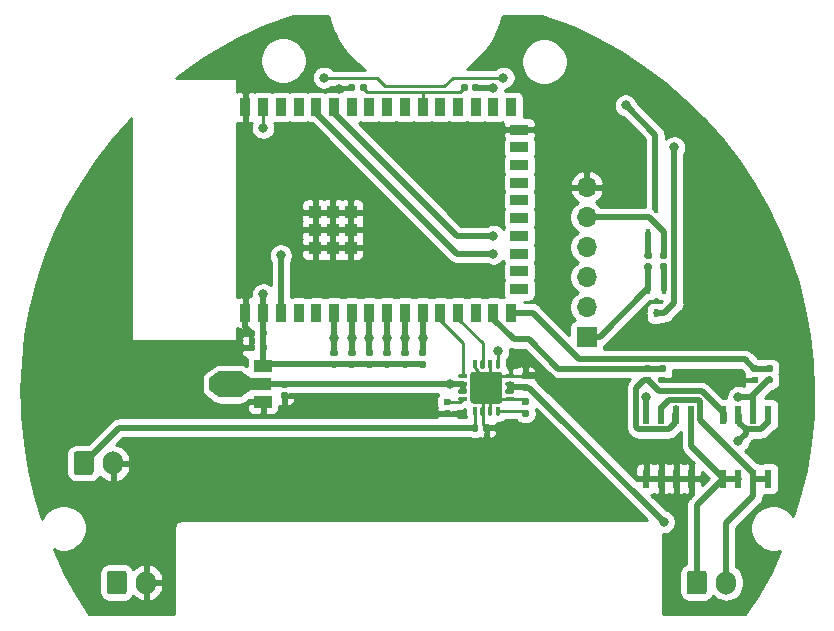
<source format=gbr>
%TF.GenerationSoftware,KiCad,Pcbnew,(5.1.9-0-10_14)*%
%TF.CreationDate,2021-03-21T21:38:47+11:00*%
%TF.ProjectId,Control Board,436f6e74-726f-46c2-9042-6f6172642e6b,rev?*%
%TF.SameCoordinates,Original*%
%TF.FileFunction,Copper,L1,Top*%
%TF.FilePolarity,Positive*%
%FSLAX46Y46*%
G04 Gerber Fmt 4.6, Leading zero omitted, Abs format (unit mm)*
G04 Created by KiCad (PCBNEW (5.1.9-0-10_14)) date 2021-03-21 21:38:47*
%MOMM*%
%LPD*%
G01*
G04 APERTURE LIST*
%TA.AperFunction,ComponentPad*%
%ADD10O,1.700000X1.700000*%
%TD*%
%TA.AperFunction,ComponentPad*%
%ADD11R,1.700000X1.700000*%
%TD*%
%TA.AperFunction,SMDPad,CuDef*%
%ADD12R,0.600000X1.550000*%
%TD*%
%TA.AperFunction,SMDPad,CuDef*%
%ADD13R,1.100000X1.100000*%
%TD*%
%TA.AperFunction,SMDPad,CuDef*%
%ADD14R,1.500000X0.900000*%
%TD*%
%TA.AperFunction,SMDPad,CuDef*%
%ADD15R,0.900000X1.500000*%
%TD*%
%TA.AperFunction,SMDPad,CuDef*%
%ADD16C,0.100000*%
%TD*%
%TA.AperFunction,SMDPad,CuDef*%
%ADD17R,1.500000X1.000000*%
%TD*%
%TA.AperFunction,SMDPad,CuDef*%
%ADD18R,1.800000X1.000000*%
%TD*%
%TA.AperFunction,SMDPad,CuDef*%
%ADD19R,1.840000X2.200000*%
%TD*%
%TA.AperFunction,SMDPad,CuDef*%
%ADD20R,0.450000X0.700000*%
%TD*%
%TA.AperFunction,ComponentPad*%
%ADD21O,1.700000X2.000000*%
%TD*%
%TA.AperFunction,ViaPad*%
%ADD22C,0.800000*%
%TD*%
%TA.AperFunction,Conductor*%
%ADD23C,0.500000*%
%TD*%
%TA.AperFunction,Conductor*%
%ADD24C,0.250000*%
%TD*%
%TA.AperFunction,Conductor*%
%ADD25C,0.100000*%
%TD*%
G04 APERTURE END LIST*
%TO.P,U1,16*%
%TO.N,Net-(R16-Pad1)*%
%TA.AperFunction,SMDPad,CuDef*%
G36*
G01*
X116150000Y-131787500D02*
X116150000Y-132387500D01*
G75*
G02*
X116062500Y-132475000I-87500J0D01*
G01*
X115887500Y-132475000D01*
G75*
G02*
X115800000Y-132387500I0J87500D01*
G01*
X115800000Y-131787500D01*
G75*
G02*
X115887500Y-131700000I87500J0D01*
G01*
X116062500Y-131700000D01*
G75*
G02*
X116150000Y-131787500I0J-87500D01*
G01*
G37*
%TD.AperFunction*%
%TO.P,U1,15*%
%TO.N,GND*%
%TA.AperFunction,SMDPad,CuDef*%
G36*
G01*
X115500000Y-131787500D02*
X115500000Y-132387500D01*
G75*
G02*
X115412500Y-132475000I-87500J0D01*
G01*
X115237500Y-132475000D01*
G75*
G02*
X115150000Y-132387500I0J87500D01*
G01*
X115150000Y-131787500D01*
G75*
G02*
X115237500Y-131700000I87500J0D01*
G01*
X115412500Y-131700000D01*
G75*
G02*
X115500000Y-131787500I0J-87500D01*
G01*
G37*
%TD.AperFunction*%
%TO.P,U1,14*%
%TA.AperFunction,SMDPad,CuDef*%
G36*
G01*
X114850000Y-131787500D02*
X114850000Y-132387500D01*
G75*
G02*
X114762500Y-132475000I-87500J0D01*
G01*
X114587500Y-132475000D01*
G75*
G02*
X114500000Y-132387500I0J87500D01*
G01*
X114500000Y-131787500D01*
G75*
G02*
X114587500Y-131700000I87500J0D01*
G01*
X114762500Y-131700000D01*
G75*
G02*
X114850000Y-131787500I0J-87500D01*
G01*
G37*
%TD.AperFunction*%
%TO.P,U1,13*%
%TO.N,Net-(C3-Pad1)*%
%TA.AperFunction,SMDPad,CuDef*%
G36*
G01*
X114200000Y-131787500D02*
X114200000Y-132387500D01*
G75*
G02*
X114112500Y-132475000I-87500J0D01*
G01*
X113937500Y-132475000D01*
G75*
G02*
X113850000Y-132387500I0J87500D01*
G01*
X113850000Y-131787500D01*
G75*
G02*
X113937500Y-131700000I87500J0D01*
G01*
X114112500Y-131700000D01*
G75*
G02*
X114200000Y-131787500I0J-87500D01*
G01*
G37*
%TD.AperFunction*%
%TO.P,U1,12*%
%TO.N,Net-(R1-Pad1)*%
%TA.AperFunction,SMDPad,CuDef*%
G36*
G01*
X113400000Y-130987500D02*
X113400000Y-131162500D01*
G75*
G02*
X113312500Y-131250000I-87500J0D01*
G01*
X112712500Y-131250000D01*
G75*
G02*
X112625000Y-131162500I0J87500D01*
G01*
X112625000Y-130987500D01*
G75*
G02*
X112712500Y-130900000I87500J0D01*
G01*
X113312500Y-130900000D01*
G75*
G02*
X113400000Y-130987500I0J-87500D01*
G01*
G37*
%TD.AperFunction*%
%TO.P,U1,11*%
%TO.N,Net-(C2-Pad1)*%
%TA.AperFunction,SMDPad,CuDef*%
G36*
G01*
X113400000Y-130337500D02*
X113400000Y-130512500D01*
G75*
G02*
X113312500Y-130600000I-87500J0D01*
G01*
X112712500Y-130600000D01*
G75*
G02*
X112625000Y-130512500I0J87500D01*
G01*
X112625000Y-130337500D01*
G75*
G02*
X112712500Y-130250000I87500J0D01*
G01*
X113312500Y-130250000D01*
G75*
G02*
X113400000Y-130337500I0J-87500D01*
G01*
G37*
%TD.AperFunction*%
%TO.P,U1,10*%
%TA.AperFunction,SMDPad,CuDef*%
G36*
G01*
X113400000Y-129687500D02*
X113400000Y-129862500D01*
G75*
G02*
X113312500Y-129950000I-87500J0D01*
G01*
X112712500Y-129950000D01*
G75*
G02*
X112625000Y-129862500I0J87500D01*
G01*
X112625000Y-129687500D01*
G75*
G02*
X112712500Y-129600000I87500J0D01*
G01*
X113312500Y-129600000D01*
G75*
G02*
X113400000Y-129687500I0J-87500D01*
G01*
G37*
%TD.AperFunction*%
%TO.P,U1,9*%
%TO.N,CHRG*%
%TA.AperFunction,SMDPad,CuDef*%
G36*
G01*
X113400000Y-129037500D02*
X113400000Y-129212500D01*
G75*
G02*
X113312500Y-129300000I-87500J0D01*
G01*
X112712500Y-129300000D01*
G75*
G02*
X112625000Y-129212500I0J87500D01*
G01*
X112625000Y-129037500D01*
G75*
G02*
X112712500Y-128950000I87500J0D01*
G01*
X113312500Y-128950000D01*
G75*
G02*
X113400000Y-129037500I0J-87500D01*
G01*
G37*
%TD.AperFunction*%
%TO.P,U1,8*%
%TO.N,GND*%
%TA.AperFunction,SMDPad,CuDef*%
G36*
G01*
X114200000Y-127812500D02*
X114200000Y-128412500D01*
G75*
G02*
X114112500Y-128500000I-87500J0D01*
G01*
X113937500Y-128500000D01*
G75*
G02*
X113850000Y-128412500I0J87500D01*
G01*
X113850000Y-127812500D01*
G75*
G02*
X113937500Y-127725000I87500J0D01*
G01*
X114112500Y-127725000D01*
G75*
G02*
X114200000Y-127812500I0J-87500D01*
G01*
G37*
%TD.AperFunction*%
%TO.P,U1,7*%
%TO.N,STBY*%
%TA.AperFunction,SMDPad,CuDef*%
G36*
G01*
X114850000Y-127812500D02*
X114850000Y-128412500D01*
G75*
G02*
X114762500Y-128500000I-87500J0D01*
G01*
X114587500Y-128500000D01*
G75*
G02*
X114500000Y-128412500I0J87500D01*
G01*
X114500000Y-127812500D01*
G75*
G02*
X114587500Y-127725000I87500J0D01*
G01*
X114762500Y-127725000D01*
G75*
G02*
X114850000Y-127812500I0J-87500D01*
G01*
G37*
%TD.AperFunction*%
%TO.P,U1,6*%
%TO.N,GND*%
%TA.AperFunction,SMDPad,CuDef*%
G36*
G01*
X115500000Y-127812500D02*
X115500000Y-128412500D01*
G75*
G02*
X115412500Y-128500000I-87500J0D01*
G01*
X115237500Y-128500000D01*
G75*
G02*
X115150000Y-128412500I0J87500D01*
G01*
X115150000Y-127812500D01*
G75*
G02*
X115237500Y-127725000I87500J0D01*
G01*
X115412500Y-127725000D01*
G75*
G02*
X115500000Y-127812500I0J-87500D01*
G01*
G37*
%TD.AperFunction*%
%TO.P,U1,5*%
%TO.N,Net-(C2-Pad1)*%
%TA.AperFunction,SMDPad,CuDef*%
G36*
G01*
X116150000Y-127812500D02*
X116150000Y-128412500D01*
G75*
G02*
X116062500Y-128500000I-87500J0D01*
G01*
X115887500Y-128500000D01*
G75*
G02*
X115800000Y-128412500I0J87500D01*
G01*
X115800000Y-127812500D01*
G75*
G02*
X115887500Y-127725000I87500J0D01*
G01*
X116062500Y-127725000D01*
G75*
G02*
X116150000Y-127812500I0J-87500D01*
G01*
G37*
%TD.AperFunction*%
%TO.P,U1,4*%
%TO.N,GND*%
%TA.AperFunction,SMDPad,CuDef*%
G36*
G01*
X117375000Y-129037500D02*
X117375000Y-129212500D01*
G75*
G02*
X117287500Y-129300000I-87500J0D01*
G01*
X116687500Y-129300000D01*
G75*
G02*
X116600000Y-129212500I0J87500D01*
G01*
X116600000Y-129037500D01*
G75*
G02*
X116687500Y-128950000I87500J0D01*
G01*
X117287500Y-128950000D01*
G75*
G02*
X117375000Y-129037500I0J-87500D01*
G01*
G37*
%TD.AperFunction*%
%TO.P,U1,3*%
%TO.N,+BATT*%
%TA.AperFunction,SMDPad,CuDef*%
G36*
G01*
X117375000Y-129687500D02*
X117375000Y-129862500D01*
G75*
G02*
X117287500Y-129950000I-87500J0D01*
G01*
X116687500Y-129950000D01*
G75*
G02*
X116600000Y-129862500I0J87500D01*
G01*
X116600000Y-129687500D01*
G75*
G02*
X116687500Y-129600000I87500J0D01*
G01*
X117287500Y-129600000D01*
G75*
G02*
X117375000Y-129687500I0J-87500D01*
G01*
G37*
%TD.AperFunction*%
%TO.P,U1,2*%
%TA.AperFunction,SMDPad,CuDef*%
G36*
G01*
X117375000Y-130337500D02*
X117375000Y-130512500D01*
G75*
G02*
X117287500Y-130600000I-87500J0D01*
G01*
X116687500Y-130600000D01*
G75*
G02*
X116600000Y-130512500I0J87500D01*
G01*
X116600000Y-130337500D01*
G75*
G02*
X116687500Y-130250000I87500J0D01*
G01*
X117287500Y-130250000D01*
G75*
G02*
X117375000Y-130337500I0J-87500D01*
G01*
G37*
%TD.AperFunction*%
%TO.P,U1,1*%
%TO.N,GND*%
%TA.AperFunction,SMDPad,CuDef*%
G36*
G01*
X117375000Y-130987500D02*
X117375000Y-131162500D01*
G75*
G02*
X117287500Y-131250000I-87500J0D01*
G01*
X116687500Y-131250000D01*
G75*
G02*
X116600000Y-131162500I0J87500D01*
G01*
X116600000Y-130987500D01*
G75*
G02*
X116687500Y-130900000I87500J0D01*
G01*
X117287500Y-130900000D01*
G75*
G02*
X117375000Y-130987500I0J-87500D01*
G01*
G37*
%TD.AperFunction*%
%TO.P,U1,17*%
%TA.AperFunction,SMDPad,CuDef*%
G36*
G01*
X116350000Y-129000001D02*
X116350000Y-131199999D01*
G75*
G02*
X116099999Y-131450000I-250001J0D01*
G01*
X113900001Y-131450000D01*
G75*
G02*
X113650000Y-131199999I0J250001D01*
G01*
X113650000Y-129000001D01*
G75*
G02*
X113900001Y-128750000I250001J0D01*
G01*
X116099999Y-128750000D01*
G75*
G02*
X116350000Y-129000001I0J-250001D01*
G01*
G37*
%TD.AperFunction*%
%TD*%
%TO.P,C2,1*%
%TO.N,Net-(C2-Pad1)*%
%TA.AperFunction,SMDPad,CuDef*%
G36*
G01*
X97727500Y-129505000D02*
X98072500Y-129505000D01*
G75*
G02*
X98220000Y-129652500I0J-147500D01*
G01*
X98220000Y-129947500D01*
G75*
G02*
X98072500Y-130095000I-147500J0D01*
G01*
X97727500Y-130095000D01*
G75*
G02*
X97580000Y-129947500I0J147500D01*
G01*
X97580000Y-129652500D01*
G75*
G02*
X97727500Y-129505000I147500J0D01*
G01*
G37*
%TD.AperFunction*%
%TO.P,C2,2*%
%TO.N,GND*%
%TA.AperFunction,SMDPad,CuDef*%
G36*
G01*
X97727500Y-130475000D02*
X98072500Y-130475000D01*
G75*
G02*
X98220000Y-130622500I0J-147500D01*
G01*
X98220000Y-130917500D01*
G75*
G02*
X98072500Y-131065000I-147500J0D01*
G01*
X97727500Y-131065000D01*
G75*
G02*
X97580000Y-130917500I0J147500D01*
G01*
X97580000Y-130622500D01*
G75*
G02*
X97727500Y-130475000I147500J0D01*
G01*
G37*
%TD.AperFunction*%
%TD*%
D10*
%TO.P,J1,6*%
%TO.N,GND*%
X123500000Y-113120000D03*
%TO.P,J1,5*%
%TO.N,Net-(J1-Pad5)*%
X123500000Y-115660000D03*
%TO.P,J1,4*%
%TO.N,+3V3*%
X123500000Y-118200000D03*
%TO.P,J1,3*%
%TO.N,TX*%
X123500000Y-120740000D03*
%TO.P,J1,2*%
%TO.N,RX*%
X123500000Y-123280000D03*
D11*
%TO.P,J1,1*%
%TO.N,Net-(J1-Pad1)*%
X123500000Y-125820000D03*
%TD*%
D12*
%TO.P,Q4,1*%
%TO.N,+BATT*%
X138870000Y-132400000D03*
%TO.P,Q4,2*%
%TO.N,Net-(Q1-Pad4)*%
X137600000Y-132400000D03*
%TO.P,Q4,3*%
%TO.N,+BATT*%
X136330000Y-132400000D03*
%TO.P,Q4,4*%
%TO.N,Net-(Q1-Pad2)*%
X135060000Y-132400000D03*
%TO.P,Q4,5*%
%TO.N,M+*%
X135060000Y-137800000D03*
%TO.P,Q4,6*%
X136330000Y-137800000D03*
%TO.P,Q4,7*%
%TO.N,M-*%
X137600000Y-137800000D03*
%TO.P,Q4,8*%
X138870000Y-137800000D03*
%TD*%
%TO.P,Q1,8*%
%TO.N,GND*%
X132340000Y-137800000D03*
%TO.P,Q1,7*%
X131070000Y-137800000D03*
%TO.P,Q1,6*%
X129800000Y-137800000D03*
%TO.P,Q1,5*%
X128530000Y-137800000D03*
%TO.P,Q1,4*%
%TO.N,Net-(Q1-Pad4)*%
X128530000Y-132400000D03*
%TO.P,Q1,3*%
%TO.N,M-*%
X129800000Y-132400000D03*
%TO.P,Q1,2*%
%TO.N,Net-(Q1-Pad2)*%
X131070000Y-132400000D03*
%TO.P,Q1,1*%
%TO.N,M+*%
X132340000Y-132400000D03*
%TD*%
%TO.P,R1,2*%
%TO.N,GND*%
%TA.AperFunction,SMDPad,CuDef*%
G36*
G01*
X111527500Y-131990000D02*
X111872500Y-131990000D01*
G75*
G02*
X112020000Y-132137500I0J-147500D01*
G01*
X112020000Y-132432500D01*
G75*
G02*
X111872500Y-132580000I-147500J0D01*
G01*
X111527500Y-132580000D01*
G75*
G02*
X111380000Y-132432500I0J147500D01*
G01*
X111380000Y-132137500D01*
G75*
G02*
X111527500Y-131990000I147500J0D01*
G01*
G37*
%TD.AperFunction*%
%TO.P,R1,1*%
%TO.N,Net-(R1-Pad1)*%
%TA.AperFunction,SMDPad,CuDef*%
G36*
G01*
X111527500Y-131020000D02*
X111872500Y-131020000D01*
G75*
G02*
X112020000Y-131167500I0J-147500D01*
G01*
X112020000Y-131462500D01*
G75*
G02*
X111872500Y-131610000I-147500J0D01*
G01*
X111527500Y-131610000D01*
G75*
G02*
X111380000Y-131462500I0J147500D01*
G01*
X111380000Y-131167500D01*
G75*
G02*
X111527500Y-131020000I147500J0D01*
G01*
G37*
%TD.AperFunction*%
%TD*%
D13*
%TO.P,U3,43*%
%TO.N,GND*%
X103500000Y-115240000D03*
X103500000Y-116740000D03*
X103500000Y-118240000D03*
X102000000Y-115240000D03*
X102000000Y-116740000D03*
X102000000Y-118240000D03*
X100500000Y-115240000D03*
X100500000Y-116740000D03*
X100500000Y-118240000D03*
D14*
%TO.P,U3,26*%
X117800000Y-108250000D03*
%TO.P,U3,25*%
%TO.N,Net-(U3-Pad25)*%
X117800000Y-109750000D03*
%TO.P,U3,24*%
%TO.N,Net-(U3-Pad24)*%
X117800000Y-111250000D03*
%TO.P,U3,23*%
%TO.N,Net-(U3-Pad23)*%
X117800000Y-112750000D03*
%TO.P,U3,22*%
%TO.N,Net-(U3-Pad22)*%
X117800000Y-114250000D03*
%TO.P,U3,21*%
%TO.N,Net-(U3-Pad21)*%
X117800000Y-115750000D03*
%TO.P,U3,20*%
%TO.N,Net-(U3-Pad20)*%
X117800000Y-117250000D03*
%TO.P,U3,19*%
%TO.N,Net-(U3-Pad19)*%
X117800000Y-118750000D03*
%TO.P,U3,18*%
%TO.N,Net-(U3-Pad18)*%
X117800000Y-120250000D03*
%TO.P,U3,17*%
%TO.N,Net-(U3-Pad17)*%
X117800000Y-121750000D03*
D15*
%TO.P,U3,27*%
%TO.N,Net-(U3-Pad27)*%
X117100000Y-106350000D03*
%TO.P,U3,16*%
%TO.N,WATER_OFF*%
X117100000Y-123750000D03*
%TO.P,U3,28*%
%TO.N,Net-(U3-Pad28)*%
X115600000Y-106350000D03*
%TO.P,U3,15*%
%TO.N,WATER_ON*%
X115600000Y-123750000D03*
%TO.P,U3,29*%
%TO.N,Net-(U3-Pad29)*%
X114100000Y-106350000D03*
%TO.P,U3,14*%
%TO.N,Net-(U3-Pad14)*%
X114100000Y-123750000D03*
%TO.P,U3,30*%
%TO.N,Net-(U3-Pad30)*%
X112600000Y-106350000D03*
%TO.P,U3,13*%
%TO.N,STBY*%
X112600000Y-123750000D03*
%TO.P,U3,31*%
%TO.N,Net-(U3-Pad31)*%
X111100000Y-106350000D03*
%TO.P,U3,12*%
%TO.N,CHRG*%
X111100000Y-123750000D03*
%TO.P,U3,32*%
%TO.N,BATT_CHECK*%
X109600000Y-106350000D03*
%TO.P,U3,11*%
%TO.N,Net-(R15-Pad2)*%
X109600000Y-123750000D03*
%TO.P,U3,33*%
%TO.N,Net-(U3-Pad33)*%
X108100000Y-106350000D03*
%TO.P,U3,10*%
%TO.N,Net-(R14-Pad2)*%
X108100000Y-123750000D03*
%TO.P,U3,34*%
%TO.N,Net-(U3-Pad34)*%
X106600000Y-106350000D03*
%TO.P,U3,9*%
%TO.N,Net-(R13-Pad2)*%
X106600000Y-123750000D03*
%TO.P,U3,35*%
%TO.N,Net-(U3-Pad35)*%
X105100000Y-106350000D03*
%TO.P,U3,8*%
%TO.N,Net-(R12-Pad2)*%
X105100000Y-123750000D03*
%TO.P,U3,36*%
%TO.N,Net-(U3-Pad36)*%
X103600000Y-106350000D03*
%TO.P,U3,7*%
%TO.N,Net-(R11-Pad2)*%
X103600000Y-123750000D03*
%TO.P,U3,37*%
%TO.N,TX*%
X102100000Y-106350000D03*
%TO.P,U3,6*%
%TO.N,Net-(R10-Pad2)*%
X102100000Y-123750000D03*
%TO.P,U3,38*%
%TO.N,RX*%
X100600000Y-106350000D03*
%TO.P,U3,5*%
%TO.N,Net-(U3-Pad5)*%
X100600000Y-123750000D03*
%TO.P,U3,39*%
%TO.N,Net-(U3-Pad39)*%
X99100000Y-106350000D03*
%TO.P,U3,4*%
%TO.N,Net-(U3-Pad4)*%
X99100000Y-123750000D03*
%TO.P,U3,40*%
%TO.N,Net-(U3-Pad40)*%
X97600000Y-106350000D03*
%TO.P,U3,3*%
%TO.N,IO0*%
X97600000Y-123750000D03*
%TO.P,U3,41*%
%TO.N,EN*%
X96100000Y-106350000D03*
%TO.P,U3,2*%
%TO.N,+3V3*%
X96100000Y-123750000D03*
%TO.P,U3,42*%
%TO.N,GND*%
X94600000Y-106350000D03*
%TO.P,U3,1*%
X94600000Y-123750000D03*
%TD*%
%TO.P,C1,2*%
%TO.N,GND*%
%TA.AperFunction,SMDPad,CuDef*%
G36*
G01*
X118472500Y-129410000D02*
X118127500Y-129410000D01*
G75*
G02*
X117980000Y-129262500I0J147500D01*
G01*
X117980000Y-128967500D01*
G75*
G02*
X118127500Y-128820000I147500J0D01*
G01*
X118472500Y-128820000D01*
G75*
G02*
X118620000Y-128967500I0J-147500D01*
G01*
X118620000Y-129262500D01*
G75*
G02*
X118472500Y-129410000I-147500J0D01*
G01*
G37*
%TD.AperFunction*%
%TO.P,C1,1*%
%TO.N,+BATT*%
%TA.AperFunction,SMDPad,CuDef*%
G36*
G01*
X118472500Y-130380000D02*
X118127500Y-130380000D01*
G75*
G02*
X117980000Y-130232500I0J147500D01*
G01*
X117980000Y-129937500D01*
G75*
G02*
X118127500Y-129790000I147500J0D01*
G01*
X118472500Y-129790000D01*
G75*
G02*
X118620000Y-129937500I0J-147500D01*
G01*
X118620000Y-130232500D01*
G75*
G02*
X118472500Y-130380000I-147500J0D01*
G01*
G37*
%TD.AperFunction*%
%TD*%
%TO.P,C4,1*%
%TO.N,+3V3*%
%TA.AperFunction,SMDPad,CuDef*%
G36*
G01*
X96395000Y-125327500D02*
X96395000Y-125672500D01*
G75*
G02*
X96247500Y-125820000I-147500J0D01*
G01*
X95952500Y-125820000D01*
G75*
G02*
X95805000Y-125672500I0J147500D01*
G01*
X95805000Y-125327500D01*
G75*
G02*
X95952500Y-125180000I147500J0D01*
G01*
X96247500Y-125180000D01*
G75*
G02*
X96395000Y-125327500I0J-147500D01*
G01*
G37*
%TD.AperFunction*%
%TO.P,C4,2*%
%TO.N,GND*%
%TA.AperFunction,SMDPad,CuDef*%
G36*
G01*
X95425000Y-125327500D02*
X95425000Y-125672500D01*
G75*
G02*
X95277500Y-125820000I-147500J0D01*
G01*
X94982500Y-125820000D01*
G75*
G02*
X94835000Y-125672500I0J147500D01*
G01*
X94835000Y-125327500D01*
G75*
G02*
X94982500Y-125180000I147500J0D01*
G01*
X95277500Y-125180000D01*
G75*
G02*
X95425000Y-125327500I0J-147500D01*
G01*
G37*
%TD.AperFunction*%
%TD*%
%TO.P,C5,1*%
%TO.N,+3V3*%
%TA.AperFunction,SMDPad,CuDef*%
G36*
G01*
X96395000Y-126527500D02*
X96395000Y-126872500D01*
G75*
G02*
X96247500Y-127020000I-147500J0D01*
G01*
X95952500Y-127020000D01*
G75*
G02*
X95805000Y-126872500I0J147500D01*
G01*
X95805000Y-126527500D01*
G75*
G02*
X95952500Y-126380000I147500J0D01*
G01*
X96247500Y-126380000D01*
G75*
G02*
X96395000Y-126527500I0J-147500D01*
G01*
G37*
%TD.AperFunction*%
%TO.P,C5,2*%
%TO.N,GND*%
%TA.AperFunction,SMDPad,CuDef*%
G36*
G01*
X95425000Y-126527500D02*
X95425000Y-126872500D01*
G75*
G02*
X95277500Y-127020000I-147500J0D01*
G01*
X94982500Y-127020000D01*
G75*
G02*
X94835000Y-126872500I0J147500D01*
G01*
X94835000Y-126527500D01*
G75*
G02*
X94982500Y-126380000I147500J0D01*
G01*
X95277500Y-126380000D01*
G75*
G02*
X95425000Y-126527500I0J-147500D01*
G01*
G37*
%TD.AperFunction*%
%TD*%
%TO.P,R2,2*%
%TO.N,GND*%
%TA.AperFunction,SMDPad,CuDef*%
G36*
G01*
X129707500Y-129158332D02*
X130052500Y-129158332D01*
G75*
G02*
X130200000Y-129305832I0J-147500D01*
G01*
X130200000Y-129600832D01*
G75*
G02*
X130052500Y-129748332I-147500J0D01*
G01*
X129707500Y-129748332D01*
G75*
G02*
X129560000Y-129600832I0J147500D01*
G01*
X129560000Y-129305832D01*
G75*
G02*
X129707500Y-129158332I147500J0D01*
G01*
G37*
%TD.AperFunction*%
%TO.P,R2,1*%
%TO.N,WATER_ON*%
%TA.AperFunction,SMDPad,CuDef*%
G36*
G01*
X129707500Y-128188332D02*
X130052500Y-128188332D01*
G75*
G02*
X130200000Y-128335832I0J-147500D01*
G01*
X130200000Y-128630832D01*
G75*
G02*
X130052500Y-128778332I-147500J0D01*
G01*
X129707500Y-128778332D01*
G75*
G02*
X129560000Y-128630832I0J147500D01*
G01*
X129560000Y-128335832D01*
G75*
G02*
X129707500Y-128188332I147500J0D01*
G01*
G37*
%TD.AperFunction*%
%TD*%
%TO.P,R3,2*%
%TO.N,WATER_ON*%
%TA.AperFunction,SMDPad,CuDef*%
G36*
G01*
X128822500Y-128778332D02*
X128477500Y-128778332D01*
G75*
G02*
X128330000Y-128630832I0J147500D01*
G01*
X128330000Y-128335832D01*
G75*
G02*
X128477500Y-128188332I147500J0D01*
G01*
X128822500Y-128188332D01*
G75*
G02*
X128970000Y-128335832I0J-147500D01*
G01*
X128970000Y-128630832D01*
G75*
G02*
X128822500Y-128778332I-147500J0D01*
G01*
G37*
%TD.AperFunction*%
%TO.P,R3,1*%
%TO.N,Net-(Q1-Pad2)*%
%TA.AperFunction,SMDPad,CuDef*%
G36*
G01*
X128822500Y-129748332D02*
X128477500Y-129748332D01*
G75*
G02*
X128330000Y-129600832I0J147500D01*
G01*
X128330000Y-129305832D01*
G75*
G02*
X128477500Y-129158332I147500J0D01*
G01*
X128822500Y-129158332D01*
G75*
G02*
X128970000Y-129305832I0J-147500D01*
G01*
X128970000Y-129600832D01*
G75*
G02*
X128822500Y-129748332I-147500J0D01*
G01*
G37*
%TD.AperFunction*%
%TD*%
%TO.P,R4,2*%
%TO.N,BATT_CHECK*%
%TA.AperFunction,SMDPad,CuDef*%
G36*
G01*
X113425000Y-104527500D02*
X113425000Y-104872500D01*
G75*
G02*
X113277500Y-105020000I-147500J0D01*
G01*
X112982500Y-105020000D01*
G75*
G02*
X112835000Y-104872500I0J147500D01*
G01*
X112835000Y-104527500D01*
G75*
G02*
X112982500Y-104380000I147500J0D01*
G01*
X113277500Y-104380000D01*
G75*
G02*
X113425000Y-104527500I0J-147500D01*
G01*
G37*
%TD.AperFunction*%
%TO.P,R4,1*%
%TO.N,+BATT*%
%TA.AperFunction,SMDPad,CuDef*%
G36*
G01*
X114395000Y-104527500D02*
X114395000Y-104872500D01*
G75*
G02*
X114247500Y-105020000I-147500J0D01*
G01*
X113952500Y-105020000D01*
G75*
G02*
X113805000Y-104872500I0J147500D01*
G01*
X113805000Y-104527500D01*
G75*
G02*
X113952500Y-104380000I147500J0D01*
G01*
X114247500Y-104380000D01*
G75*
G02*
X114395000Y-104527500I0J-147500D01*
G01*
G37*
%TD.AperFunction*%
%TD*%
%TO.P,R5,1*%
%TO.N,BATT_CHECK*%
%TA.AperFunction,SMDPad,CuDef*%
G36*
G01*
X104865000Y-104527500D02*
X104865000Y-104872500D01*
G75*
G02*
X104717500Y-105020000I-147500J0D01*
G01*
X104422500Y-105020000D01*
G75*
G02*
X104275000Y-104872500I0J147500D01*
G01*
X104275000Y-104527500D01*
G75*
G02*
X104422500Y-104380000I147500J0D01*
G01*
X104717500Y-104380000D01*
G75*
G02*
X104865000Y-104527500I0J-147500D01*
G01*
G37*
%TD.AperFunction*%
%TO.P,R5,2*%
%TO.N,GND*%
%TA.AperFunction,SMDPad,CuDef*%
G36*
G01*
X103895000Y-104527500D02*
X103895000Y-104872500D01*
G75*
G02*
X103747500Y-105020000I-147500J0D01*
G01*
X103452500Y-105020000D01*
G75*
G02*
X103305000Y-104872500I0J147500D01*
G01*
X103305000Y-104527500D01*
G75*
G02*
X103452500Y-104380000I147500J0D01*
G01*
X103747500Y-104380000D01*
G75*
G02*
X103895000Y-104527500I0J-147500D01*
G01*
G37*
%TD.AperFunction*%
%TD*%
%TO.P,R6,1*%
%TO.N,WATER_OFF*%
%TA.AperFunction,SMDPad,CuDef*%
G36*
G01*
X138777500Y-128188332D02*
X139122500Y-128188332D01*
G75*
G02*
X139270000Y-128335832I0J-147500D01*
G01*
X139270000Y-128630832D01*
G75*
G02*
X139122500Y-128778332I-147500J0D01*
G01*
X138777500Y-128778332D01*
G75*
G02*
X138630000Y-128630832I0J147500D01*
G01*
X138630000Y-128335832D01*
G75*
G02*
X138777500Y-128188332I147500J0D01*
G01*
G37*
%TD.AperFunction*%
%TO.P,R6,2*%
%TO.N,Net-(Q1-Pad4)*%
%TA.AperFunction,SMDPad,CuDef*%
G36*
G01*
X138777500Y-129158332D02*
X139122500Y-129158332D01*
G75*
G02*
X139270000Y-129305832I0J-147500D01*
G01*
X139270000Y-129600832D01*
G75*
G02*
X139122500Y-129748332I-147500J0D01*
G01*
X138777500Y-129748332D01*
G75*
G02*
X138630000Y-129600832I0J147500D01*
G01*
X138630000Y-129305832D01*
G75*
G02*
X138777500Y-129158332I147500J0D01*
G01*
G37*
%TD.AperFunction*%
%TD*%
%TO.P,R7,1*%
%TO.N,Net-(J1-Pad1)*%
%TA.AperFunction,SMDPad,CuDef*%
G36*
G01*
X128872500Y-120165000D02*
X128527500Y-120165000D01*
G75*
G02*
X128380000Y-120017500I0J147500D01*
G01*
X128380000Y-119722500D01*
G75*
G02*
X128527500Y-119575000I147500J0D01*
G01*
X128872500Y-119575000D01*
G75*
G02*
X129020000Y-119722500I0J-147500D01*
G01*
X129020000Y-120017500D01*
G75*
G02*
X128872500Y-120165000I-147500J0D01*
G01*
G37*
%TD.AperFunction*%
%TO.P,R7,2*%
%TO.N,Net-(Q2-Pad1)*%
%TA.AperFunction,SMDPad,CuDef*%
G36*
G01*
X128872500Y-119195000D02*
X128527500Y-119195000D01*
G75*
G02*
X128380000Y-119047500I0J147500D01*
G01*
X128380000Y-118752500D01*
G75*
G02*
X128527500Y-118605000I147500J0D01*
G01*
X128872500Y-118605000D01*
G75*
G02*
X129020000Y-118752500I0J-147500D01*
G01*
X129020000Y-119047500D01*
G75*
G02*
X128872500Y-119195000I-147500J0D01*
G01*
G37*
%TD.AperFunction*%
%TD*%
%TO.P,R8,2*%
%TO.N,Net-(Q3-Pad1)*%
%TA.AperFunction,SMDPad,CuDef*%
G36*
G01*
X129827500Y-119575000D02*
X130172500Y-119575000D01*
G75*
G02*
X130320000Y-119722500I0J-147500D01*
G01*
X130320000Y-120017500D01*
G75*
G02*
X130172500Y-120165000I-147500J0D01*
G01*
X129827500Y-120165000D01*
G75*
G02*
X129680000Y-120017500I0J147500D01*
G01*
X129680000Y-119722500D01*
G75*
G02*
X129827500Y-119575000I147500J0D01*
G01*
G37*
%TD.AperFunction*%
%TO.P,R8,1*%
%TO.N,Net-(J1-Pad5)*%
%TA.AperFunction,SMDPad,CuDef*%
G36*
G01*
X129827500Y-118605000D02*
X130172500Y-118605000D01*
G75*
G02*
X130320000Y-118752500I0J-147500D01*
G01*
X130320000Y-119047500D01*
G75*
G02*
X130172500Y-119195000I-147500J0D01*
G01*
X129827500Y-119195000D01*
G75*
G02*
X129680000Y-119047500I0J147500D01*
G01*
X129680000Y-118752500D01*
G75*
G02*
X129827500Y-118605000I147500J0D01*
G01*
G37*
%TD.AperFunction*%
%TD*%
%TO.P,R9,1*%
%TO.N,WATER_OFF*%
%TA.AperFunction,SMDPad,CuDef*%
G36*
G01*
X137547500Y-128188332D02*
X137892500Y-128188332D01*
G75*
G02*
X138040000Y-128335832I0J-147500D01*
G01*
X138040000Y-128630832D01*
G75*
G02*
X137892500Y-128778332I-147500J0D01*
G01*
X137547500Y-128778332D01*
G75*
G02*
X137400000Y-128630832I0J147500D01*
G01*
X137400000Y-128335832D01*
G75*
G02*
X137547500Y-128188332I147500J0D01*
G01*
G37*
%TD.AperFunction*%
%TO.P,R9,2*%
%TO.N,GND*%
%TA.AperFunction,SMDPad,CuDef*%
G36*
G01*
X137547500Y-129158332D02*
X137892500Y-129158332D01*
G75*
G02*
X138040000Y-129305832I0J-147500D01*
G01*
X138040000Y-129600832D01*
G75*
G02*
X137892500Y-129748332I-147500J0D01*
G01*
X137547500Y-129748332D01*
G75*
G02*
X137400000Y-129600832I0J147500D01*
G01*
X137400000Y-129305832D01*
G75*
G02*
X137547500Y-129158332I147500J0D01*
G01*
G37*
%TD.AperFunction*%
%TD*%
%TA.AperFunction,SMDPad,CuDef*%
D16*
%TO.P,U2,2*%
%TO.N,Net-(C2-Pad1)*%
G36*
X92378000Y-130900000D02*
G01*
X91528000Y-130300000D01*
X91528000Y-129300000D01*
X92378000Y-128700000D01*
X92378000Y-130900000D01*
G37*
%TD.AperFunction*%
D17*
%TO.P,U2,1*%
%TO.N,GND*%
X96100000Y-131300000D03*
D18*
%TO.P,U2,2*%
%TO.N,Net-(C2-Pad1)*%
X95953500Y-129800000D03*
D17*
%TO.P,U2,3*%
%TO.N,+3V3*%
X96100000Y-128300000D03*
D19*
%TO.P,U2,2*%
%TO.N,Net-(C2-Pad1)*%
X93286500Y-129800000D03*
%TA.AperFunction,SMDPad,CuDef*%
D16*
G36*
X94196200Y-128700000D02*
G01*
X95196200Y-129400000D01*
X95196200Y-130200000D01*
X94196200Y-130900000D01*
X94196200Y-128700000D01*
G37*
%TD.AperFunction*%
%TD*%
D20*
%TO.P,Q2,3*%
%TO.N,EN*%
X129350000Y-115000000D03*
%TO.P,Q2,2*%
%TO.N,Net-(J1-Pad5)*%
X130000000Y-117000000D03*
%TO.P,Q2,1*%
%TO.N,Net-(Q2-Pad1)*%
X128700000Y-117000000D03*
%TD*%
%TO.P,Q3,1*%
%TO.N,Net-(Q3-Pad1)*%
X130000000Y-121800000D03*
%TO.P,Q3,2*%
%TO.N,Net-(J1-Pad1)*%
X128700000Y-121800000D03*
%TO.P,Q3,3*%
%TO.N,IO0*%
X129350000Y-123800000D03*
%TD*%
%TO.P,M1,1*%
%TO.N,M+*%
%TA.AperFunction,ComponentPad*%
G36*
G01*
X131950000Y-147350000D02*
X131950000Y-145850000D01*
G75*
G02*
X132200000Y-145600000I250000J0D01*
G01*
X133400000Y-145600000D01*
G75*
G02*
X133650000Y-145850000I0J-250000D01*
G01*
X133650000Y-147350000D01*
G75*
G02*
X133400000Y-147600000I-250000J0D01*
G01*
X132200000Y-147600000D01*
G75*
G02*
X131950000Y-147350000I0J250000D01*
G01*
G37*
%TD.AperFunction*%
D21*
%TO.P,M1,2*%
%TO.N,M-*%
X135300000Y-146600000D03*
%TD*%
%TO.P,BT1,1*%
%TO.N,+BATT*%
%TA.AperFunction,ComponentPad*%
G36*
G01*
X82850000Y-147350000D02*
X82850000Y-145850000D01*
G75*
G02*
X83100000Y-145600000I250000J0D01*
G01*
X84300000Y-145600000D01*
G75*
G02*
X84550000Y-145850000I0J-250000D01*
G01*
X84550000Y-147350000D01*
G75*
G02*
X84300000Y-147600000I-250000J0D01*
G01*
X83100000Y-147600000D01*
G75*
G02*
X82850000Y-147350000I0J250000D01*
G01*
G37*
%TD.AperFunction*%
%TO.P,BT1,2*%
%TO.N,GND*%
X86200000Y-146600000D03*
%TD*%
%TO.P,J2,1*%
%TO.N,Net-(C3-Pad1)*%
%TA.AperFunction,ComponentPad*%
G36*
G01*
X80050000Y-137250000D02*
X80050000Y-135750000D01*
G75*
G02*
X80300000Y-135500000I250000J0D01*
G01*
X81500000Y-135500000D01*
G75*
G02*
X81750000Y-135750000I0J-250000D01*
G01*
X81750000Y-137250000D01*
G75*
G02*
X81500000Y-137500000I-250000J0D01*
G01*
X80300000Y-137500000D01*
G75*
G02*
X80050000Y-137250000I0J250000D01*
G01*
G37*
%TD.AperFunction*%
%TO.P,J2,2*%
%TO.N,GND*%
X83400000Y-136500000D03*
%TD*%
%TO.P,R10,2*%
%TO.N,Net-(R10-Pad2)*%
%TA.AperFunction,SMDPad,CuDef*%
G36*
G01*
X102272500Y-127445000D02*
X101927500Y-127445000D01*
G75*
G02*
X101780000Y-127297500I0J147500D01*
G01*
X101780000Y-127002500D01*
G75*
G02*
X101927500Y-126855000I147500J0D01*
G01*
X102272500Y-126855000D01*
G75*
G02*
X102420000Y-127002500I0J-147500D01*
G01*
X102420000Y-127297500D01*
G75*
G02*
X102272500Y-127445000I-147500J0D01*
G01*
G37*
%TD.AperFunction*%
%TO.P,R10,1*%
%TO.N,+3V3*%
%TA.AperFunction,SMDPad,CuDef*%
G36*
G01*
X102272500Y-128415000D02*
X101927500Y-128415000D01*
G75*
G02*
X101780000Y-128267500I0J147500D01*
G01*
X101780000Y-127972500D01*
G75*
G02*
X101927500Y-127825000I147500J0D01*
G01*
X102272500Y-127825000D01*
G75*
G02*
X102420000Y-127972500I0J-147500D01*
G01*
X102420000Y-128267500D01*
G75*
G02*
X102272500Y-128415000I-147500J0D01*
G01*
G37*
%TD.AperFunction*%
%TD*%
%TO.P,R11,1*%
%TO.N,+3V3*%
%TA.AperFunction,SMDPad,CuDef*%
G36*
G01*
X103772500Y-128415000D02*
X103427500Y-128415000D01*
G75*
G02*
X103280000Y-128267500I0J147500D01*
G01*
X103280000Y-127972500D01*
G75*
G02*
X103427500Y-127825000I147500J0D01*
G01*
X103772500Y-127825000D01*
G75*
G02*
X103920000Y-127972500I0J-147500D01*
G01*
X103920000Y-128267500D01*
G75*
G02*
X103772500Y-128415000I-147500J0D01*
G01*
G37*
%TD.AperFunction*%
%TO.P,R11,2*%
%TO.N,Net-(R11-Pad2)*%
%TA.AperFunction,SMDPad,CuDef*%
G36*
G01*
X103772500Y-127445000D02*
X103427500Y-127445000D01*
G75*
G02*
X103280000Y-127297500I0J147500D01*
G01*
X103280000Y-127002500D01*
G75*
G02*
X103427500Y-126855000I147500J0D01*
G01*
X103772500Y-126855000D01*
G75*
G02*
X103920000Y-127002500I0J-147500D01*
G01*
X103920000Y-127297500D01*
G75*
G02*
X103772500Y-127445000I-147500J0D01*
G01*
G37*
%TD.AperFunction*%
%TD*%
%TO.P,R12,2*%
%TO.N,Net-(R12-Pad2)*%
%TA.AperFunction,SMDPad,CuDef*%
G36*
G01*
X105272500Y-127445000D02*
X104927500Y-127445000D01*
G75*
G02*
X104780000Y-127297500I0J147500D01*
G01*
X104780000Y-127002500D01*
G75*
G02*
X104927500Y-126855000I147500J0D01*
G01*
X105272500Y-126855000D01*
G75*
G02*
X105420000Y-127002500I0J-147500D01*
G01*
X105420000Y-127297500D01*
G75*
G02*
X105272500Y-127445000I-147500J0D01*
G01*
G37*
%TD.AperFunction*%
%TO.P,R12,1*%
%TO.N,+3V3*%
%TA.AperFunction,SMDPad,CuDef*%
G36*
G01*
X105272500Y-128415000D02*
X104927500Y-128415000D01*
G75*
G02*
X104780000Y-128267500I0J147500D01*
G01*
X104780000Y-127972500D01*
G75*
G02*
X104927500Y-127825000I147500J0D01*
G01*
X105272500Y-127825000D01*
G75*
G02*
X105420000Y-127972500I0J-147500D01*
G01*
X105420000Y-128267500D01*
G75*
G02*
X105272500Y-128415000I-147500J0D01*
G01*
G37*
%TD.AperFunction*%
%TD*%
%TO.P,R13,1*%
%TO.N,+3V3*%
%TA.AperFunction,SMDPad,CuDef*%
G36*
G01*
X106772500Y-128415000D02*
X106427500Y-128415000D01*
G75*
G02*
X106280000Y-128267500I0J147500D01*
G01*
X106280000Y-127972500D01*
G75*
G02*
X106427500Y-127825000I147500J0D01*
G01*
X106772500Y-127825000D01*
G75*
G02*
X106920000Y-127972500I0J-147500D01*
G01*
X106920000Y-128267500D01*
G75*
G02*
X106772500Y-128415000I-147500J0D01*
G01*
G37*
%TD.AperFunction*%
%TO.P,R13,2*%
%TO.N,Net-(R13-Pad2)*%
%TA.AperFunction,SMDPad,CuDef*%
G36*
G01*
X106772500Y-127445000D02*
X106427500Y-127445000D01*
G75*
G02*
X106280000Y-127297500I0J147500D01*
G01*
X106280000Y-127002500D01*
G75*
G02*
X106427500Y-126855000I147500J0D01*
G01*
X106772500Y-126855000D01*
G75*
G02*
X106920000Y-127002500I0J-147500D01*
G01*
X106920000Y-127297500D01*
G75*
G02*
X106772500Y-127445000I-147500J0D01*
G01*
G37*
%TD.AperFunction*%
%TD*%
%TO.P,R14,2*%
%TO.N,Net-(R14-Pad2)*%
%TA.AperFunction,SMDPad,CuDef*%
G36*
G01*
X108272500Y-127445000D02*
X107927500Y-127445000D01*
G75*
G02*
X107780000Y-127297500I0J147500D01*
G01*
X107780000Y-127002500D01*
G75*
G02*
X107927500Y-126855000I147500J0D01*
G01*
X108272500Y-126855000D01*
G75*
G02*
X108420000Y-127002500I0J-147500D01*
G01*
X108420000Y-127297500D01*
G75*
G02*
X108272500Y-127445000I-147500J0D01*
G01*
G37*
%TD.AperFunction*%
%TO.P,R14,1*%
%TO.N,+3V3*%
%TA.AperFunction,SMDPad,CuDef*%
G36*
G01*
X108272500Y-128415000D02*
X107927500Y-128415000D01*
G75*
G02*
X107780000Y-128267500I0J147500D01*
G01*
X107780000Y-127972500D01*
G75*
G02*
X107927500Y-127825000I147500J0D01*
G01*
X108272500Y-127825000D01*
G75*
G02*
X108420000Y-127972500I0J-147500D01*
G01*
X108420000Y-128267500D01*
G75*
G02*
X108272500Y-128415000I-147500J0D01*
G01*
G37*
%TD.AperFunction*%
%TD*%
%TO.P,R15,1*%
%TO.N,+3V3*%
%TA.AperFunction,SMDPad,CuDef*%
G36*
G01*
X109772500Y-128415000D02*
X109427500Y-128415000D01*
G75*
G02*
X109280000Y-128267500I0J147500D01*
G01*
X109280000Y-127972500D01*
G75*
G02*
X109427500Y-127825000I147500J0D01*
G01*
X109772500Y-127825000D01*
G75*
G02*
X109920000Y-127972500I0J-147500D01*
G01*
X109920000Y-128267500D01*
G75*
G02*
X109772500Y-128415000I-147500J0D01*
G01*
G37*
%TD.AperFunction*%
%TO.P,R15,2*%
%TO.N,Net-(R15-Pad2)*%
%TA.AperFunction,SMDPad,CuDef*%
G36*
G01*
X109772500Y-127445000D02*
X109427500Y-127445000D01*
G75*
G02*
X109280000Y-127297500I0J147500D01*
G01*
X109280000Y-127002500D01*
G75*
G02*
X109427500Y-126855000I147500J0D01*
G01*
X109772500Y-126855000D01*
G75*
G02*
X109920000Y-127002500I0J-147500D01*
G01*
X109920000Y-127297500D01*
G75*
G02*
X109772500Y-127445000I-147500J0D01*
G01*
G37*
%TD.AperFunction*%
%TD*%
%TO.P,C3,1*%
%TO.N,Net-(C3-Pad1)*%
%TA.AperFunction,SMDPad,CuDef*%
G36*
G01*
X113730000Y-133672500D02*
X113730000Y-133327500D01*
G75*
G02*
X113877500Y-133180000I147500J0D01*
G01*
X114172500Y-133180000D01*
G75*
G02*
X114320000Y-133327500I0J-147500D01*
G01*
X114320000Y-133672500D01*
G75*
G02*
X114172500Y-133820000I-147500J0D01*
G01*
X113877500Y-133820000D01*
G75*
G02*
X113730000Y-133672500I0J147500D01*
G01*
G37*
%TD.AperFunction*%
%TO.P,C3,2*%
%TO.N,GND*%
%TA.AperFunction,SMDPad,CuDef*%
G36*
G01*
X114700000Y-133672500D02*
X114700000Y-133327500D01*
G75*
G02*
X114847500Y-133180000I147500J0D01*
G01*
X115142500Y-133180000D01*
G75*
G02*
X115290000Y-133327500I0J-147500D01*
G01*
X115290000Y-133672500D01*
G75*
G02*
X115142500Y-133820000I-147500J0D01*
G01*
X114847500Y-133820000D01*
G75*
G02*
X114700000Y-133672500I0J147500D01*
G01*
G37*
%TD.AperFunction*%
%TD*%
%TO.P,R16,1*%
%TO.N,Net-(R16-Pad1)*%
%TA.AperFunction,SMDPad,CuDef*%
G36*
G01*
X118472500Y-132565000D02*
X118127500Y-132565000D01*
G75*
G02*
X117980000Y-132417500I0J147500D01*
G01*
X117980000Y-132122500D01*
G75*
G02*
X118127500Y-131975000I147500J0D01*
G01*
X118472500Y-131975000D01*
G75*
G02*
X118620000Y-132122500I0J-147500D01*
G01*
X118620000Y-132417500D01*
G75*
G02*
X118472500Y-132565000I-147500J0D01*
G01*
G37*
%TD.AperFunction*%
%TO.P,R16,2*%
%TO.N,GND*%
%TA.AperFunction,SMDPad,CuDef*%
G36*
G01*
X118472500Y-131595000D02*
X118127500Y-131595000D01*
G75*
G02*
X117980000Y-131447500I0J147500D01*
G01*
X117980000Y-131152500D01*
G75*
G02*
X118127500Y-131005000I147500J0D01*
G01*
X118472500Y-131005000D01*
G75*
G02*
X118620000Y-131152500I0J-147500D01*
G01*
X118620000Y-131447500D01*
G75*
G02*
X118472500Y-131595000I-147500J0D01*
G01*
G37*
%TD.AperFunction*%
%TD*%
D22*
%TO.N,Net-(C2-Pad1)*%
X111900000Y-129800000D03*
%TO.N,GND*%
X115800000Y-108300000D03*
X93200000Y-139800000D03*
X125300000Y-102400000D03*
X133300000Y-129100000D03*
X102500000Y-104800000D03*
%TO.N,EN*%
X96100000Y-108100000D03*
%TO.N,Net-(C2-Pad1)*%
X116000000Y-127000000D03*
%TO.N,+BATT*%
X136330000Y-134600000D03*
X130025010Y-141474990D03*
X115600000Y-104700000D03*
%TO.N,+3V3*%
X96100000Y-122200000D03*
%TO.N,Net-(Q1-Pad4)*%
X128530000Y-130900000D03*
X136330000Y-130900000D03*
%TO.N,EN*%
X101250001Y-103849999D03*
X116450001Y-103849999D03*
X126800000Y-106200000D03*
%TO.N,IO0*%
X130900000Y-109750000D03*
X97600000Y-118900000D03*
%TO.N,TX*%
X115600000Y-117250000D03*
%TO.N,RX*%
X115600000Y-118750000D03*
%TO.N,Net-(R10-Pad2)*%
X102100000Y-125900000D03*
%TO.N,Net-(R11-Pad2)*%
X103600000Y-125900000D03*
%TO.N,Net-(R12-Pad2)*%
X105100000Y-125900000D03*
%TO.N,Net-(R13-Pad2)*%
X106600000Y-125900000D03*
%TO.N,Net-(R14-Pad2)*%
X108100000Y-125900000D03*
%TO.N,Net-(R15-Pad2)*%
X109600000Y-125900000D03*
%TD*%
D23*
%TO.N,GND*%
X94600000Y-123750000D02*
X94600000Y-125000000D01*
X94600000Y-125000000D02*
X95100000Y-125500000D01*
D24*
X117000000Y-129074990D02*
X115925010Y-129074990D01*
D23*
X115925010Y-129074990D02*
X115100000Y-129900000D01*
D24*
X115325000Y-128112500D02*
X115325000Y-129675000D01*
X115325000Y-129675000D02*
X115000000Y-130000000D01*
X114300000Y-128708378D02*
X114000000Y-128408378D01*
X114300000Y-129300000D02*
X114300000Y-128708378D01*
X115000000Y-130000000D02*
X114300000Y-129300000D01*
X114000000Y-128408378D02*
X114000000Y-128100000D01*
X114675000Y-132087500D02*
X114675000Y-130425000D01*
X114675000Y-130425000D02*
X115000000Y-130100000D01*
X115325000Y-132087500D02*
X115325000Y-130425000D01*
X115325000Y-130425000D02*
X115000000Y-130100000D01*
X115000000Y-130100000D02*
X116000000Y-131100000D01*
X116000000Y-131100000D02*
X117000000Y-131100000D01*
X121200000Y-129780000D02*
X120320000Y-128900000D01*
X121200000Y-130100000D02*
X121200000Y-129780000D01*
X120320000Y-128900000D02*
X118300000Y-128900000D01*
X116987500Y-131075000D02*
X118075000Y-131075000D01*
X118075000Y-131075000D02*
X118300000Y-131300000D01*
X116987500Y-129125000D02*
X118275000Y-129125000D01*
X118275000Y-129125000D02*
X118300000Y-129100000D01*
X114675000Y-132087500D02*
X114675000Y-133175000D01*
X114675000Y-133175000D02*
X115000000Y-133500000D01*
D23*
%TO.N,Net-(C2-Pad1)*%
X93200000Y-129400000D02*
X92300000Y-129400000D01*
%TO.N,+BATT*%
X136330000Y-132400000D02*
X136330000Y-132875000D01*
X136939999Y-133625001D02*
X136400000Y-133085002D01*
X138260001Y-133625001D02*
X136939999Y-133625001D01*
X138870000Y-133015002D02*
X138260001Y-133625001D01*
X138870000Y-132400000D02*
X138870000Y-133015002D01*
X136400000Y-133085002D02*
X136400000Y-132400000D01*
X136939999Y-133990001D02*
X136939999Y-133625001D01*
X136330000Y-134600000D02*
X136939999Y-133990001D01*
X116987500Y-130387500D02*
X117000000Y-130400000D01*
X118252508Y-130087500D02*
X116987500Y-130087500D01*
X116987500Y-130087500D02*
X116987500Y-130387500D01*
X116987500Y-129775000D02*
X116987500Y-130087500D01*
X130025010Y-141474990D02*
X118650020Y-130100000D01*
X118650020Y-130100000D02*
X118300000Y-130100000D01*
X114100000Y-104700000D02*
X115600000Y-104700000D01*
%TO.N,+3V3*%
X96100000Y-125500000D02*
X96100000Y-123800000D01*
X109600000Y-128120000D02*
X108120000Y-128120000D01*
X108120000Y-128120000D02*
X108100000Y-128100000D01*
X108100000Y-128100000D02*
X106600000Y-128100000D01*
X106600000Y-128100000D02*
X105100000Y-128100000D01*
X105100000Y-128100000D02*
X103600000Y-128100000D01*
X103600000Y-128100000D02*
X102200000Y-128100000D01*
X102200000Y-128100000D02*
X98700000Y-128100000D01*
X96100000Y-122200000D02*
X96100000Y-123800000D01*
X96100000Y-125500000D02*
X96100000Y-126700000D01*
X96100000Y-126700000D02*
X96100000Y-128300000D01*
X98700000Y-128100000D02*
X96300000Y-128100000D01*
X96300000Y-128100000D02*
X96100000Y-128300000D01*
%TO.N,Net-(Q1-Pad4)*%
X137600000Y-130738340D02*
X138938340Y-129400000D01*
X137600000Y-132400000D02*
X137600000Y-130738340D01*
X138938340Y-129400000D02*
X139000000Y-129400000D01*
X137438340Y-130900000D02*
X137600000Y-130738340D01*
X136330000Y-130900000D02*
X137438340Y-130900000D01*
X128530000Y-132400000D02*
X128530000Y-130900000D01*
%TO.N,M-*%
X137600000Y-137800000D02*
X138800000Y-137800000D01*
X130476668Y-131108330D02*
X129800000Y-131784998D01*
X132933332Y-131108330D02*
X130476668Y-131108330D01*
X137600000Y-137800000D02*
X137600000Y-137325000D01*
X133090001Y-132815001D02*
X133090001Y-131264999D01*
X133090001Y-131264999D02*
X132933332Y-131108330D01*
X137600000Y-137325000D02*
X133090001Y-132815001D01*
X129800000Y-131784998D02*
X129800000Y-132400000D01*
X137600000Y-137800000D02*
X137600000Y-139300000D01*
X137600000Y-139300000D02*
X135300000Y-141600000D01*
X135300000Y-141600000D02*
X135300000Y-146500000D01*
%TO.N,Net-(Q1-Pad2)*%
X135100000Y-132900000D02*
X135100000Y-132400000D01*
X131070000Y-132400000D02*
X131070000Y-131808340D01*
X130460001Y-133625001D02*
X131000000Y-133085002D01*
X127869999Y-133625001D02*
X130460001Y-133625001D01*
X131000000Y-133085002D02*
X131000000Y-132300000D01*
X133223285Y-130408320D02*
X135100000Y-132285035D01*
X135100000Y-132285035D02*
X135100000Y-132400000D01*
X127679999Y-133435001D02*
X127869999Y-133625001D01*
X127679999Y-130103333D02*
X127679999Y-133435001D01*
X128330000Y-129453332D02*
X127679999Y-130103333D01*
X128650000Y-129453332D02*
X128330000Y-129453332D01*
X128650000Y-129453332D02*
X128714992Y-129453332D01*
X128650000Y-129453332D02*
X128653332Y-129453332D01*
X129608320Y-130408320D02*
X133223285Y-130408320D01*
X128653332Y-129453332D02*
X129608320Y-130408320D01*
%TO.N,M+*%
X135060000Y-137800000D02*
X136400000Y-137800000D01*
X132340000Y-132400000D02*
X132340000Y-135040000D01*
X132340000Y-135040000D02*
X135100000Y-137800000D01*
X135060000Y-137800000D02*
X132800000Y-140060000D01*
X132800000Y-140060000D02*
X132800000Y-146600000D01*
%TO.N,Net-(J1-Pad5)*%
X128745002Y-115660000D02*
X130000000Y-116914998D01*
X123500000Y-115660000D02*
X128745002Y-115660000D01*
X130000000Y-117000000D02*
X130000000Y-118900000D01*
%TO.N,EN*%
X96100000Y-106350000D02*
X96100000Y-105839998D01*
X129300000Y-108700000D02*
X129300000Y-115000000D01*
D24*
X96100000Y-106350000D02*
X96100000Y-108100000D01*
D23*
X126800000Y-106200000D02*
X129300000Y-108700000D01*
D24*
X101319365Y-103919363D02*
X105719363Y-103919363D01*
X101250001Y-103849999D02*
X101319365Y-103919363D01*
X105719363Y-103919363D02*
X106400000Y-104600000D01*
X111449999Y-104600000D02*
X112200000Y-103849999D01*
X112200000Y-103849999D02*
X116450001Y-103849999D01*
X106400000Y-104600000D02*
X111449999Y-104600000D01*
D23*
%TO.N,IO0*%
X130075000Y-123800000D02*
X130900000Y-122975000D01*
X130900000Y-122975000D02*
X130900000Y-109750000D01*
X129350000Y-123800000D02*
X130075000Y-123800000D01*
X97600000Y-123750000D02*
X97600000Y-118900000D01*
%TO.N,Net-(J1-Pad1)*%
X128700000Y-119870000D02*
X128700000Y-121800000D01*
X123500000Y-125820000D02*
X124580000Y-125820000D01*
X124580000Y-125820000D02*
X128700000Y-121700000D01*
D24*
%TO.N,Net-(R1-Pad1)*%
X111700000Y-131315000D02*
X112785000Y-131315000D01*
X112785000Y-131315000D02*
X113000000Y-131100000D01*
D23*
%TO.N,STBY*%
X112600000Y-123750000D02*
X112600000Y-124260002D01*
X112600000Y-124260002D02*
X112600000Y-123800000D01*
D24*
X114675000Y-126335002D02*
X112600000Y-124260002D01*
X114675000Y-128112500D02*
X114675000Y-126335002D01*
D23*
%TO.N,CHRG*%
X111100000Y-123750000D02*
X111100000Y-124260002D01*
D24*
X113012500Y-129125000D02*
X113012500Y-126312500D01*
X113012500Y-126312500D02*
X111100000Y-124400000D01*
X111100000Y-124400000D02*
X111100000Y-123800000D01*
D23*
%TO.N,TX*%
X112489998Y-117250000D02*
X102100000Y-106860002D01*
X115600000Y-117250000D02*
X112489998Y-117250000D01*
X102100000Y-106860002D02*
X102100000Y-106300000D01*
%TO.N,RX*%
X112489998Y-118750000D02*
X100600000Y-106860002D01*
X115600000Y-118750000D02*
X112489998Y-118750000D01*
X100600000Y-106860002D02*
X100600000Y-106300000D01*
%TO.N,WATER_ON*%
X128650000Y-128483332D02*
X129883332Y-128483332D01*
X128650000Y-128483332D02*
X121083332Y-128483332D01*
X115600000Y-124260002D02*
X117339998Y-126000000D01*
X115600000Y-123750000D02*
X115600000Y-124260002D01*
X118600000Y-126000000D02*
X121083332Y-128483332D01*
X117339998Y-126000000D02*
X118600000Y-126000000D01*
D24*
%TO.N,BATT_CHECK*%
X104570000Y-104700000D02*
X104920010Y-105050010D01*
X112749990Y-105050010D02*
X113100000Y-104700000D01*
X109600000Y-105100000D02*
X109649990Y-105050010D01*
X109649990Y-105050010D02*
X112749990Y-105050010D01*
X109600000Y-106350000D02*
X109600000Y-105100000D01*
X104920010Y-105050010D02*
X109649990Y-105050010D01*
D23*
%TO.N,WATER_OFF*%
X138950000Y-128483332D02*
X137716668Y-128483332D01*
X122869988Y-127699990D02*
X136899990Y-127699990D01*
X118919998Y-123750000D02*
X122869988Y-127699990D01*
X117100000Y-123750000D02*
X118919998Y-123750000D01*
X136899990Y-127699990D02*
X137700000Y-128500000D01*
%TO.N,Net-(Q2-Pad1)*%
X128700000Y-118900000D02*
X128700000Y-117000000D01*
%TO.N,Net-(Q3-Pad1)*%
X130000000Y-119870000D02*
X130000000Y-121800000D01*
%TO.N,Net-(R10-Pad2)*%
X102100000Y-127150000D02*
X102100000Y-125900000D01*
X102100000Y-125900000D02*
X102100000Y-123800000D01*
%TO.N,Net-(R11-Pad2)*%
X103600000Y-127150000D02*
X103600000Y-125900000D01*
X103600000Y-125900000D02*
X103600000Y-123800000D01*
%TO.N,Net-(R12-Pad2)*%
X105100000Y-127150000D02*
X105100000Y-125900000D01*
X105100000Y-125900000D02*
X105100000Y-123800000D01*
%TO.N,Net-(R13-Pad2)*%
X106600000Y-127150000D02*
X106600000Y-125900000D01*
X106600000Y-125900000D02*
X106600000Y-123800000D01*
%TO.N,Net-(R14-Pad2)*%
X108100000Y-125900000D02*
X108100000Y-123800000D01*
X108100000Y-127150000D02*
X108100000Y-125900000D01*
%TO.N,Net-(R15-Pad2)*%
X109600000Y-127180000D02*
X109600000Y-125900000D01*
X109600000Y-125900000D02*
X109600000Y-123800000D01*
D24*
%TO.N,Net-(C2-Pad1)*%
X113012500Y-129812500D02*
X113000000Y-129800000D01*
X116000000Y-127000000D02*
X116000000Y-128100000D01*
D23*
X111900000Y-129800000D02*
X112000000Y-129900000D01*
X111900000Y-129800000D02*
X96000000Y-129800000D01*
X96000000Y-129800000D02*
X93300000Y-129800000D01*
X111925000Y-129775000D02*
X111900000Y-129800000D01*
X113012500Y-129775000D02*
X111925000Y-129775000D01*
X113012500Y-130425000D02*
X113012500Y-129812500D01*
D24*
%TO.N,Net-(C3-Pad1)*%
X114025000Y-132087500D02*
X114025000Y-133475000D01*
D23*
X114025000Y-133475000D02*
X114000000Y-133500000D01*
X114025000Y-133500000D02*
X83900000Y-133500000D01*
X83900000Y-133500000D02*
X80900000Y-136500000D01*
D24*
%TO.N,Net-(R16-Pad1)*%
X115975000Y-132087500D02*
X118087500Y-132087500D01*
X118087500Y-132087500D02*
X118300000Y-132300000D01*
%TD*%
%TO.N,GND*%
X120164428Y-98768035D02*
X122297139Y-99597734D01*
X124368483Y-100570572D01*
X126368849Y-101682032D01*
X128288994Y-102926979D01*
X130120013Y-104299637D01*
X131853442Y-105793664D01*
X133481234Y-107402127D01*
X134995864Y-109117587D01*
X136390299Y-110932082D01*
X137658094Y-112837220D01*
X138793374Y-114824174D01*
X139790879Y-116883740D01*
X140645998Y-119006394D01*
X141354757Y-121182275D01*
X141913888Y-123401343D01*
X142320790Y-125653288D01*
X142573586Y-127927713D01*
X142671099Y-130214050D01*
X142612881Y-132501713D01*
X142399199Y-134780149D01*
X142031048Y-137038748D01*
X141510127Y-139267089D01*
X140987450Y-140970542D01*
X140834083Y-140741011D01*
X140558989Y-140465917D01*
X140235513Y-140249778D01*
X139876086Y-140100898D01*
X139494521Y-140025000D01*
X139105479Y-140025000D01*
X138723914Y-140100898D01*
X138364487Y-140249778D01*
X138041011Y-140465917D01*
X137765917Y-140741011D01*
X137549778Y-141064487D01*
X137400898Y-141423914D01*
X137325000Y-141805479D01*
X137325000Y-142194521D01*
X137400898Y-142576086D01*
X137549778Y-142935513D01*
X137765917Y-143258989D01*
X138041011Y-143534083D01*
X138364487Y-143750222D01*
X138723914Y-143899102D01*
X139105479Y-143975000D01*
X139494521Y-143975000D01*
X139876086Y-143899102D01*
X139878444Y-143898125D01*
X139058352Y-145668277D01*
X137957380Y-147674438D01*
X136913536Y-149303030D01*
X129950964Y-149305073D01*
X129950066Y-142499990D01*
X130125964Y-142499990D01*
X130323992Y-142460600D01*
X130510530Y-142383334D01*
X130678410Y-142271160D01*
X130821180Y-142128390D01*
X130933354Y-141960510D01*
X131010620Y-141773972D01*
X131050010Y-141575944D01*
X131050010Y-141374036D01*
X131010620Y-141176008D01*
X130933354Y-140989470D01*
X130821180Y-140821590D01*
X130678410Y-140678820D01*
X130510530Y-140566646D01*
X130323992Y-140489380D01*
X130265128Y-140477671D01*
X128972387Y-139184931D01*
X129070334Y-139155219D01*
X129165000Y-139104619D01*
X129259666Y-139155219D01*
X129377479Y-139190957D01*
X129500000Y-139203024D01*
X129518750Y-139200000D01*
X129675000Y-139043750D01*
X129675000Y-137925000D01*
X129925000Y-137925000D01*
X129925000Y-139043750D01*
X130081250Y-139200000D01*
X130100000Y-139203024D01*
X130222521Y-139190957D01*
X130340334Y-139155219D01*
X130435000Y-139104619D01*
X130529666Y-139155219D01*
X130647479Y-139190957D01*
X130770000Y-139203024D01*
X130788750Y-139200000D01*
X130945000Y-139043750D01*
X130945000Y-137925000D01*
X131195000Y-137925000D01*
X131195000Y-139043750D01*
X131351250Y-139200000D01*
X131370000Y-139203024D01*
X131492521Y-139190957D01*
X131610334Y-139155219D01*
X131705000Y-139104619D01*
X131799666Y-139155219D01*
X131917479Y-139190957D01*
X132040000Y-139203024D01*
X132058750Y-139200000D01*
X132215000Y-139043750D01*
X132215000Y-137925000D01*
X131195000Y-137925000D01*
X130945000Y-137925000D01*
X129925000Y-137925000D01*
X129675000Y-137925000D01*
X128655000Y-137925000D01*
X128655000Y-137945000D01*
X128405000Y-137945000D01*
X128405000Y-137925000D01*
X127761250Y-137925000D01*
X127736853Y-137949397D01*
X126812456Y-137025000D01*
X127601976Y-137025000D01*
X127605000Y-137518750D01*
X127761250Y-137675000D01*
X128405000Y-137675000D01*
X128405000Y-136556250D01*
X128655000Y-136556250D01*
X128655000Y-137675000D01*
X129675000Y-137675000D01*
X129675000Y-136556250D01*
X129925000Y-136556250D01*
X129925000Y-137675000D01*
X130945000Y-137675000D01*
X130945000Y-136556250D01*
X131195000Y-136556250D01*
X131195000Y-137675000D01*
X132215000Y-137675000D01*
X132215000Y-136556250D01*
X132058750Y-136400000D01*
X132040000Y-136396976D01*
X131917479Y-136409043D01*
X131799666Y-136444781D01*
X131705000Y-136495381D01*
X131610334Y-136444781D01*
X131492521Y-136409043D01*
X131370000Y-136396976D01*
X131351250Y-136400000D01*
X131195000Y-136556250D01*
X130945000Y-136556250D01*
X130788750Y-136400000D01*
X130770000Y-136396976D01*
X130647479Y-136409043D01*
X130529666Y-136444781D01*
X130435000Y-136495381D01*
X130340334Y-136444781D01*
X130222521Y-136409043D01*
X130100000Y-136396976D01*
X130081250Y-136400000D01*
X129925000Y-136556250D01*
X129675000Y-136556250D01*
X129518750Y-136400000D01*
X129500000Y-136396976D01*
X129377479Y-136409043D01*
X129259666Y-136444781D01*
X129165000Y-136495381D01*
X129070334Y-136444781D01*
X128952521Y-136409043D01*
X128830000Y-136396976D01*
X128811250Y-136400000D01*
X128655000Y-136556250D01*
X128405000Y-136556250D01*
X128248750Y-136400000D01*
X128230000Y-136396976D01*
X128107479Y-136409043D01*
X127989666Y-136444781D01*
X127881089Y-136502817D01*
X127785920Y-136580920D01*
X127707817Y-136676089D01*
X127649781Y-136784666D01*
X127614043Y-136902479D01*
X127601976Y-137025000D01*
X126812456Y-137025000D01*
X119299137Y-129511681D01*
X119271732Y-129478288D01*
X119243574Y-129455180D01*
X119248024Y-129410000D01*
X119245000Y-129396250D01*
X119088750Y-129240000D01*
X118829261Y-129240000D01*
X118821550Y-129237661D01*
X118795664Y-129235111D01*
X118769280Y-129221009D01*
X118623797Y-129176877D01*
X118472500Y-129161976D01*
X118155000Y-129161976D01*
X118155000Y-128990000D01*
X118175000Y-128990000D01*
X118175000Y-128351250D01*
X118425000Y-128351250D01*
X118425000Y-128990000D01*
X119088750Y-128990000D01*
X119245000Y-128833750D01*
X119248024Y-128820000D01*
X119235957Y-128697479D01*
X119200219Y-128579666D01*
X119142183Y-128471089D01*
X119064080Y-128375920D01*
X118968911Y-128297817D01*
X118860334Y-128239781D01*
X118742521Y-128204043D01*
X118620000Y-128191976D01*
X118581250Y-128195000D01*
X118425000Y-128351250D01*
X118175000Y-128351250D01*
X118018750Y-128195000D01*
X117980000Y-128191976D01*
X117857479Y-128204043D01*
X117739666Y-128239781D01*
X117631089Y-128297817D01*
X117563100Y-128353614D01*
X117483745Y-128331463D01*
X117360985Y-128322132D01*
X117268750Y-128325000D01*
X117112500Y-128481250D01*
X117112500Y-128908078D01*
X116987500Y-128895767D01*
X116977609Y-128896741D01*
X116978024Y-128750000D01*
X116965957Y-128627479D01*
X116930219Y-128509666D01*
X116872183Y-128401089D01*
X116794080Y-128305920D01*
X116778024Y-128292743D01*
X116778024Y-127812500D01*
X116765386Y-127684184D01*
X116796170Y-127653400D01*
X116908344Y-127485520D01*
X116985610Y-127298982D01*
X117025000Y-127100954D01*
X117025000Y-126899046D01*
X117008017Y-126813666D01*
X117168468Y-126862339D01*
X117339998Y-126879233D01*
X117382977Y-126875000D01*
X118237564Y-126875000D01*
X120434220Y-129071657D01*
X120461620Y-129105044D01*
X120594856Y-129214388D01*
X120736273Y-129289976D01*
X120746864Y-129295637D01*
X120911802Y-129345671D01*
X121083332Y-129362565D01*
X121126311Y-129358332D01*
X127187564Y-129358332D01*
X127091679Y-129454217D01*
X127058287Y-129481621D01*
X126948943Y-129614858D01*
X126877641Y-129748256D01*
X126867694Y-129766866D01*
X126817660Y-129931804D01*
X126800766Y-130103333D01*
X126804999Y-130146312D01*
X126805000Y-133392012D01*
X126800766Y-133435001D01*
X126817660Y-133606530D01*
X126867694Y-133771468D01*
X126897541Y-133827307D01*
X126948944Y-133923477D01*
X127058288Y-134056713D01*
X127091675Y-134084113D01*
X127220882Y-134213320D01*
X127248287Y-134246713D01*
X127381523Y-134356057D01*
X127533531Y-134437306D01*
X127669249Y-134478476D01*
X127698469Y-134487340D01*
X127869999Y-134504234D01*
X127912978Y-134500001D01*
X130417022Y-134500001D01*
X130460001Y-134504234D01*
X130502980Y-134500001D01*
X130631531Y-134487340D01*
X130796469Y-134437306D01*
X130948477Y-134356057D01*
X131081713Y-134246713D01*
X131109118Y-134213320D01*
X131465001Y-133857437D01*
X131465001Y-134997011D01*
X131460767Y-135040000D01*
X131477661Y-135211529D01*
X131527695Y-135376467D01*
X131545100Y-135409029D01*
X131608945Y-135528476D01*
X131718289Y-135661712D01*
X131751676Y-135689112D01*
X132541907Y-136479343D01*
X132465000Y-136556250D01*
X132465000Y-137675000D01*
X133108750Y-137675000D01*
X133265000Y-137518750D01*
X133266925Y-137204361D01*
X133842564Y-137780000D01*
X133266682Y-138355882D01*
X133265000Y-138081250D01*
X133108750Y-137925000D01*
X132465000Y-137925000D01*
X132465000Y-139043750D01*
X132521907Y-139100657D01*
X132211681Y-139410883D01*
X132178288Y-139438288D01*
X132068944Y-139571525D01*
X131997680Y-139704853D01*
X131987695Y-139723533D01*
X131937661Y-139888471D01*
X131920767Y-140060000D01*
X131925000Y-140102979D01*
X131925001Y-145020306D01*
X131863995Y-145038812D01*
X131712196Y-145119950D01*
X131579143Y-145229143D01*
X131469950Y-145362196D01*
X131388812Y-145513995D01*
X131338847Y-145678706D01*
X131321976Y-145850000D01*
X131321976Y-147350000D01*
X131338847Y-147521294D01*
X131388812Y-147686005D01*
X131469950Y-147837804D01*
X131579143Y-147970857D01*
X131712196Y-148080050D01*
X131863995Y-148161188D01*
X132028706Y-148211153D01*
X132200000Y-148228024D01*
X133400000Y-148228024D01*
X133571294Y-148211153D01*
X133736005Y-148161188D01*
X133887804Y-148080050D01*
X134020857Y-147970857D01*
X134130050Y-147837804D01*
X134191013Y-147723749D01*
X134251973Y-147798028D01*
X134476570Y-147982351D01*
X134732812Y-148119315D01*
X135010851Y-148203657D01*
X135300000Y-148232136D01*
X135589150Y-148203657D01*
X135867189Y-148119315D01*
X136123431Y-147982351D01*
X136348028Y-147798028D01*
X136532351Y-147573431D01*
X136669315Y-147317188D01*
X136753657Y-147039149D01*
X136775000Y-146822451D01*
X136775000Y-146377548D01*
X136753657Y-146160850D01*
X136669315Y-145882811D01*
X136532351Y-145626569D01*
X136348027Y-145401972D01*
X136175000Y-145259972D01*
X136175000Y-141962436D01*
X138188325Y-139949112D01*
X138221712Y-139921712D01*
X138331056Y-139788476D01*
X138412305Y-139636468D01*
X138431221Y-139574111D01*
X138462339Y-139471531D01*
X138479233Y-139300001D01*
X138475000Y-139257022D01*
X138475000Y-139193668D01*
X138570000Y-139203024D01*
X139170000Y-139203024D01*
X139292521Y-139190957D01*
X139410334Y-139155219D01*
X139518911Y-139097183D01*
X139614080Y-139019080D01*
X139692183Y-138923911D01*
X139750219Y-138815334D01*
X139785957Y-138697521D01*
X139798024Y-138575000D01*
X139798024Y-137025000D01*
X139785957Y-136902479D01*
X139750219Y-136784666D01*
X139692183Y-136676089D01*
X139614080Y-136580920D01*
X139518911Y-136502817D01*
X139410334Y-136444781D01*
X139292521Y-136409043D01*
X139170000Y-136396976D01*
X138570000Y-136396976D01*
X138447479Y-136409043D01*
X138329666Y-136444781D01*
X138235000Y-136495381D01*
X138140334Y-136444781D01*
X138022521Y-136409043D01*
X137910441Y-136398004D01*
X136938565Y-135426128D01*
X136983400Y-135396170D01*
X137126170Y-135253400D01*
X137238344Y-135085520D01*
X137315610Y-134898982D01*
X137327319Y-134840118D01*
X137528325Y-134639112D01*
X137561711Y-134611713D01*
X137653391Y-134500001D01*
X138217022Y-134500001D01*
X138260001Y-134504234D01*
X138302980Y-134500001D01*
X138431531Y-134487340D01*
X138596469Y-134437306D01*
X138748477Y-134356057D01*
X138881713Y-134246713D01*
X138909117Y-134213321D01*
X139348446Y-133773992D01*
X139410334Y-133755219D01*
X139518911Y-133697183D01*
X139614080Y-133619080D01*
X139692183Y-133523911D01*
X139750219Y-133415334D01*
X139785957Y-133297521D01*
X139798024Y-133175000D01*
X139798024Y-131625000D01*
X139785957Y-131502479D01*
X139750219Y-131384666D01*
X139692183Y-131276089D01*
X139614080Y-131180920D01*
X139518911Y-131102817D01*
X139410334Y-131044781D01*
X139292521Y-131009043D01*
X139170000Y-130996976D01*
X138578800Y-130996976D01*
X139207824Y-130367953D01*
X139273797Y-130361455D01*
X139419280Y-130317323D01*
X139553358Y-130245657D01*
X139670878Y-130149210D01*
X139767325Y-130031690D01*
X139838991Y-129897612D01*
X139883123Y-129752129D01*
X139898024Y-129600832D01*
X139898024Y-129305832D01*
X139883123Y-129154535D01*
X139838991Y-129009052D01*
X139817226Y-128968332D01*
X139838991Y-128927612D01*
X139883123Y-128782129D01*
X139898024Y-128630832D01*
X139898024Y-128335832D01*
X139883123Y-128184535D01*
X139838991Y-128039052D01*
X139767325Y-127904974D01*
X139670878Y-127787454D01*
X139553358Y-127691007D01*
X139419280Y-127619341D01*
X139273797Y-127575209D01*
X139122500Y-127560308D01*
X138777500Y-127560308D01*
X138626203Y-127575209D01*
X138517012Y-127608332D01*
X138152988Y-127608332D01*
X138043797Y-127575209D01*
X138009242Y-127571806D01*
X137549106Y-127111670D01*
X137521702Y-127078278D01*
X137388466Y-126968934D01*
X137236458Y-126887685D01*
X137071520Y-126837651D01*
X136942969Y-126824990D01*
X136899990Y-126820757D01*
X136857011Y-126824990D01*
X124956108Y-126824990D01*
X124965957Y-126792521D01*
X124978024Y-126670000D01*
X124978024Y-126599403D01*
X125068476Y-126551056D01*
X125201712Y-126441712D01*
X125229117Y-126408319D01*
X128859413Y-122778024D01*
X128925000Y-122778024D01*
X129047521Y-122765957D01*
X129165334Y-122730219D01*
X129273911Y-122672183D01*
X129350000Y-122609739D01*
X129426089Y-122672183D01*
X129534666Y-122730219D01*
X129652479Y-122765957D01*
X129775000Y-122778024D01*
X129859540Y-122778024D01*
X129778850Y-122858714D01*
X129697521Y-122834043D01*
X129575000Y-122821976D01*
X129125000Y-122821976D01*
X129002479Y-122834043D01*
X128884666Y-122869781D01*
X128776089Y-122927817D01*
X128680920Y-123005920D01*
X128602817Y-123101089D01*
X128544781Y-123209666D01*
X128509043Y-123327479D01*
X128496976Y-123450000D01*
X128496976Y-123597763D01*
X128487661Y-123628470D01*
X128470767Y-123800000D01*
X128487661Y-123971530D01*
X128496976Y-124002237D01*
X128496976Y-124150000D01*
X128509043Y-124272521D01*
X128544781Y-124390334D01*
X128602817Y-124498911D01*
X128680920Y-124594080D01*
X128776089Y-124672183D01*
X128884666Y-124730219D01*
X129002479Y-124765957D01*
X129125000Y-124778024D01*
X129575000Y-124778024D01*
X129697521Y-124765957D01*
X129815334Y-124730219D01*
X129918641Y-124675000D01*
X130032021Y-124675000D01*
X130075000Y-124679233D01*
X130117979Y-124675000D01*
X130246530Y-124662339D01*
X130411468Y-124612305D01*
X130563476Y-124531056D01*
X130696712Y-124421712D01*
X130724116Y-124388320D01*
X131488326Y-123624111D01*
X131521712Y-123596712D01*
X131631056Y-123463476D01*
X131712305Y-123311468D01*
X131737475Y-123228495D01*
X131762339Y-123146531D01*
X131779233Y-122975001D01*
X131775000Y-122932022D01*
X131775000Y-110285423D01*
X131808344Y-110235520D01*
X131885610Y-110048982D01*
X131925000Y-109850954D01*
X131925000Y-109649046D01*
X131885610Y-109451018D01*
X131808344Y-109264480D01*
X131696170Y-109096600D01*
X131553400Y-108953830D01*
X131385520Y-108841656D01*
X131198982Y-108764390D01*
X131000954Y-108725000D01*
X130799046Y-108725000D01*
X130601018Y-108764390D01*
X130414480Y-108841656D01*
X130246600Y-108953830D01*
X130175000Y-109025430D01*
X130175000Y-108742979D01*
X130179233Y-108700000D01*
X130162339Y-108528470D01*
X130112305Y-108363532D01*
X130095053Y-108331256D01*
X130031056Y-108211524D01*
X129921712Y-108078288D01*
X129888326Y-108050889D01*
X127797319Y-105959883D01*
X127785610Y-105901018D01*
X127708344Y-105714480D01*
X127596170Y-105546600D01*
X127453400Y-105403830D01*
X127285520Y-105291656D01*
X127098982Y-105214390D01*
X126900954Y-105175000D01*
X126699046Y-105175000D01*
X126501018Y-105214390D01*
X126314480Y-105291656D01*
X126146600Y-105403830D01*
X126003830Y-105546600D01*
X125891656Y-105714480D01*
X125814390Y-105901018D01*
X125775000Y-106099046D01*
X125775000Y-106300954D01*
X125814390Y-106498982D01*
X125891656Y-106685520D01*
X126003830Y-106853400D01*
X126146600Y-106996170D01*
X126314480Y-107108344D01*
X126501018Y-107185610D01*
X126559883Y-107197319D01*
X128425000Y-109062437D01*
X128425001Y-114785000D01*
X124689311Y-114785000D01*
X124645707Y-114719742D01*
X124440258Y-114514293D01*
X124245781Y-114384348D01*
X124374496Y-114307812D01*
X124589423Y-114114383D01*
X124762485Y-113882740D01*
X124887030Y-113621786D01*
X124932045Y-113473372D01*
X124812812Y-113245000D01*
X123625000Y-113245000D01*
X123625000Y-113265000D01*
X123375000Y-113265000D01*
X123375000Y-113245000D01*
X122187188Y-113245000D01*
X122067955Y-113473372D01*
X122112970Y-113621786D01*
X122237515Y-113882740D01*
X122410577Y-114114383D01*
X122625504Y-114307812D01*
X122754219Y-114384348D01*
X122559742Y-114514293D01*
X122354293Y-114719742D01*
X122192872Y-114961325D01*
X122081683Y-115229758D01*
X122025000Y-115514725D01*
X122025000Y-115805275D01*
X122081683Y-116090242D01*
X122192872Y-116358675D01*
X122354293Y-116600258D01*
X122559742Y-116805707D01*
X122745759Y-116930000D01*
X122559742Y-117054293D01*
X122354293Y-117259742D01*
X122192872Y-117501325D01*
X122081683Y-117769758D01*
X122025000Y-118054725D01*
X122025000Y-118345275D01*
X122081683Y-118630242D01*
X122192872Y-118898675D01*
X122354293Y-119140258D01*
X122559742Y-119345707D01*
X122745759Y-119470000D01*
X122559742Y-119594293D01*
X122354293Y-119799742D01*
X122192872Y-120041325D01*
X122081683Y-120309758D01*
X122025000Y-120594725D01*
X122025000Y-120885275D01*
X122081683Y-121170242D01*
X122192872Y-121438675D01*
X122354293Y-121680258D01*
X122559742Y-121885707D01*
X122745759Y-122010000D01*
X122559742Y-122134293D01*
X122354293Y-122339742D01*
X122192872Y-122581325D01*
X122081683Y-122849758D01*
X122025000Y-123134725D01*
X122025000Y-123425275D01*
X122081683Y-123710242D01*
X122192872Y-123978675D01*
X122354293Y-124220258D01*
X122497248Y-124363213D01*
X122409666Y-124389781D01*
X122301089Y-124447817D01*
X122205920Y-124525920D01*
X122127817Y-124621089D01*
X122069781Y-124729666D01*
X122034043Y-124847479D01*
X122021976Y-124970000D01*
X122021976Y-125614542D01*
X119569115Y-123161681D01*
X119541710Y-123128288D01*
X119408474Y-123018944D01*
X119256466Y-122937695D01*
X119091528Y-122887661D01*
X118962977Y-122875000D01*
X118919998Y-122870767D01*
X118877019Y-122875000D01*
X118165205Y-122875000D01*
X118150955Y-122828024D01*
X118550000Y-122828024D01*
X118672521Y-122815957D01*
X118790334Y-122780219D01*
X118898911Y-122722183D01*
X118994080Y-122644080D01*
X119072183Y-122548911D01*
X119130219Y-122440334D01*
X119165957Y-122322521D01*
X119178024Y-122200000D01*
X119178024Y-121300000D01*
X119165957Y-121177479D01*
X119130219Y-121059666D01*
X119098327Y-121000000D01*
X119130219Y-120940334D01*
X119165957Y-120822521D01*
X119178024Y-120700000D01*
X119178024Y-119800000D01*
X119165957Y-119677479D01*
X119130219Y-119559666D01*
X119098327Y-119500000D01*
X119130219Y-119440334D01*
X119165957Y-119322521D01*
X119178024Y-119200000D01*
X119178024Y-118300000D01*
X119165957Y-118177479D01*
X119130219Y-118059666D01*
X119098327Y-118000000D01*
X119130219Y-117940334D01*
X119165957Y-117822521D01*
X119178024Y-117700000D01*
X119178024Y-116800000D01*
X119165957Y-116677479D01*
X119130219Y-116559666D01*
X119098327Y-116500000D01*
X119130219Y-116440334D01*
X119165957Y-116322521D01*
X119178024Y-116200000D01*
X119178024Y-115300000D01*
X119165957Y-115177479D01*
X119130219Y-115059666D01*
X119098327Y-115000000D01*
X119130219Y-114940334D01*
X119165957Y-114822521D01*
X119178024Y-114700000D01*
X119178024Y-113800000D01*
X119165957Y-113677479D01*
X119130219Y-113559666D01*
X119098327Y-113500000D01*
X119130219Y-113440334D01*
X119165957Y-113322521D01*
X119178024Y-113200000D01*
X119178024Y-112766628D01*
X122067955Y-112766628D01*
X122187188Y-112995000D01*
X123375000Y-112995000D01*
X123375000Y-111806551D01*
X123625000Y-111806551D01*
X123625000Y-112995000D01*
X124812812Y-112995000D01*
X124932045Y-112766628D01*
X124887030Y-112618214D01*
X124762485Y-112357260D01*
X124589423Y-112125617D01*
X124374496Y-111932188D01*
X124125962Y-111784406D01*
X123853373Y-111687950D01*
X123625000Y-111806551D01*
X123375000Y-111806551D01*
X123146627Y-111687950D01*
X122874038Y-111784406D01*
X122625504Y-111932188D01*
X122410577Y-112125617D01*
X122237515Y-112357260D01*
X122112970Y-112618214D01*
X122067955Y-112766628D01*
X119178024Y-112766628D01*
X119178024Y-112300000D01*
X119165957Y-112177479D01*
X119130219Y-112059666D01*
X119098327Y-112000000D01*
X119130219Y-111940334D01*
X119165957Y-111822521D01*
X119178024Y-111700000D01*
X119178024Y-110800000D01*
X119165957Y-110677479D01*
X119130219Y-110559666D01*
X119098327Y-110500000D01*
X119130219Y-110440334D01*
X119165957Y-110322521D01*
X119178024Y-110200000D01*
X119178024Y-109300000D01*
X119165957Y-109177479D01*
X119130219Y-109059666D01*
X119098327Y-109000000D01*
X119130219Y-108940334D01*
X119165957Y-108822521D01*
X119178024Y-108700000D01*
X119175000Y-108531250D01*
X119018750Y-108375000D01*
X117925000Y-108375000D01*
X117925000Y-108395000D01*
X117675000Y-108395000D01*
X117675000Y-108375000D01*
X116581250Y-108375000D01*
X116425000Y-108531250D01*
X116421976Y-108700000D01*
X116434043Y-108822521D01*
X116469781Y-108940334D01*
X116501673Y-109000000D01*
X116469781Y-109059666D01*
X116434043Y-109177479D01*
X116421976Y-109300000D01*
X116421976Y-110200000D01*
X116434043Y-110322521D01*
X116469781Y-110440334D01*
X116501673Y-110500000D01*
X116469781Y-110559666D01*
X116434043Y-110677479D01*
X116421976Y-110800000D01*
X116421976Y-111700000D01*
X116434043Y-111822521D01*
X116469781Y-111940334D01*
X116501673Y-112000000D01*
X116469781Y-112059666D01*
X116434043Y-112177479D01*
X116421976Y-112300000D01*
X116421976Y-113200000D01*
X116434043Y-113322521D01*
X116469781Y-113440334D01*
X116501673Y-113500000D01*
X116469781Y-113559666D01*
X116434043Y-113677479D01*
X116421976Y-113800000D01*
X116421976Y-114700000D01*
X116434043Y-114822521D01*
X116469781Y-114940334D01*
X116501673Y-115000000D01*
X116469781Y-115059666D01*
X116434043Y-115177479D01*
X116421976Y-115300000D01*
X116421976Y-116200000D01*
X116434043Y-116322521D01*
X116469781Y-116440334D01*
X116501673Y-116500000D01*
X116469781Y-116559666D01*
X116439091Y-116660836D01*
X116396170Y-116596600D01*
X116253400Y-116453830D01*
X116085520Y-116341656D01*
X115898982Y-116264390D01*
X115700954Y-116225000D01*
X115499046Y-116225000D01*
X115301018Y-116264390D01*
X115114480Y-116341656D01*
X115064577Y-116375000D01*
X112852435Y-116375000D01*
X104188534Y-107711100D01*
X104290334Y-107680219D01*
X104350000Y-107648327D01*
X104409666Y-107680219D01*
X104527479Y-107715957D01*
X104650000Y-107728024D01*
X105550000Y-107728024D01*
X105672521Y-107715957D01*
X105790334Y-107680219D01*
X105850000Y-107648327D01*
X105909666Y-107680219D01*
X106027479Y-107715957D01*
X106150000Y-107728024D01*
X107050000Y-107728024D01*
X107172521Y-107715957D01*
X107290334Y-107680219D01*
X107350000Y-107648327D01*
X107409666Y-107680219D01*
X107527479Y-107715957D01*
X107650000Y-107728024D01*
X108550000Y-107728024D01*
X108672521Y-107715957D01*
X108790334Y-107680219D01*
X108850000Y-107648327D01*
X108909666Y-107680219D01*
X109027479Y-107715957D01*
X109150000Y-107728024D01*
X110050000Y-107728024D01*
X110172521Y-107715957D01*
X110290334Y-107680219D01*
X110350000Y-107648327D01*
X110409666Y-107680219D01*
X110527479Y-107715957D01*
X110650000Y-107728024D01*
X111550000Y-107728024D01*
X111672521Y-107715957D01*
X111790334Y-107680219D01*
X111850000Y-107648327D01*
X111909666Y-107680219D01*
X112027479Y-107715957D01*
X112150000Y-107728024D01*
X113050000Y-107728024D01*
X113172521Y-107715957D01*
X113290334Y-107680219D01*
X113350000Y-107648327D01*
X113409666Y-107680219D01*
X113527479Y-107715957D01*
X113650000Y-107728024D01*
X114550000Y-107728024D01*
X114672521Y-107715957D01*
X114790334Y-107680219D01*
X114850000Y-107648327D01*
X114909666Y-107680219D01*
X115027479Y-107715957D01*
X115150000Y-107728024D01*
X116050000Y-107728024D01*
X116172521Y-107715957D01*
X116290334Y-107680219D01*
X116350000Y-107648327D01*
X116409666Y-107680219D01*
X116433074Y-107687320D01*
X116421976Y-107800000D01*
X116425000Y-107968750D01*
X116581250Y-108125000D01*
X117675000Y-108125000D01*
X117675000Y-108105000D01*
X117925000Y-108105000D01*
X117925000Y-108125000D01*
X119018750Y-108125000D01*
X119175000Y-107968750D01*
X119178024Y-107800000D01*
X119165957Y-107677479D01*
X119130219Y-107559666D01*
X119072183Y-107451089D01*
X118994080Y-107355920D01*
X118898911Y-107277817D01*
X118790334Y-107219781D01*
X118672521Y-107184043D01*
X118550000Y-107171976D01*
X118170694Y-107174423D01*
X118178024Y-107100000D01*
X118178024Y-105600000D01*
X118165957Y-105477479D01*
X118130219Y-105359666D01*
X118072183Y-105251089D01*
X117994080Y-105155920D01*
X117898911Y-105077817D01*
X117790334Y-105019781D01*
X117672521Y-104984043D01*
X117550000Y-104971976D01*
X116650000Y-104971976D01*
X116589802Y-104977905D01*
X116612715Y-104862714D01*
X116748983Y-104835609D01*
X116935521Y-104758343D01*
X117103401Y-104646169D01*
X117246171Y-104503399D01*
X117358345Y-104335519D01*
X117435611Y-104148981D01*
X117475001Y-103950953D01*
X117475001Y-103749045D01*
X117435611Y-103551017D01*
X117358345Y-103364479D01*
X117246171Y-103196599D01*
X117103401Y-103053829D01*
X116935521Y-102941655D01*
X116748983Y-102864389D01*
X116550955Y-102824999D01*
X116349047Y-102824999D01*
X116151019Y-102864389D01*
X115964481Y-102941655D01*
X115796601Y-103053829D01*
X115750431Y-103099999D01*
X113354255Y-103099999D01*
X113638345Y-102910474D01*
X113651354Y-102900289D01*
X113665344Y-102891527D01*
X113721956Y-102845012D01*
X114312645Y-102305479D01*
X117925000Y-102305479D01*
X117925000Y-102694521D01*
X118000898Y-103076086D01*
X118149778Y-103435513D01*
X118365917Y-103758989D01*
X118641011Y-104034083D01*
X118964487Y-104250222D01*
X119323914Y-104399102D01*
X119705479Y-104475000D01*
X120094521Y-104475000D01*
X120476086Y-104399102D01*
X120835513Y-104250222D01*
X121158989Y-104034083D01*
X121434083Y-103758989D01*
X121650222Y-103435513D01*
X121799102Y-103076086D01*
X121875000Y-102694521D01*
X121875000Y-102305479D01*
X121799102Y-101923914D01*
X121650222Y-101564487D01*
X121434083Y-101241011D01*
X121158989Y-100965917D01*
X120835513Y-100749778D01*
X120476086Y-100600898D01*
X120094521Y-100525000D01*
X119705479Y-100525000D01*
X119323914Y-100600898D01*
X118964487Y-100749778D01*
X118641011Y-100965917D01*
X118365917Y-101241011D01*
X118149778Y-101564487D01*
X118000898Y-101923914D01*
X117925000Y-102305479D01*
X114312645Y-102305479D01*
X114494125Y-102139716D01*
X114505442Y-102127682D01*
X114517947Y-102116904D01*
X114566872Y-102062361D01*
X115223472Y-101248382D01*
X115232837Y-101234778D01*
X115243570Y-101222229D01*
X115283662Y-101160942D01*
X115283682Y-101160913D01*
X115283687Y-101160903D01*
X115809604Y-100256982D01*
X115816802Y-100242119D01*
X115825515Y-100228090D01*
X115855874Y-100161447D01*
X115855891Y-100161412D01*
X115855895Y-100161400D01*
X116239032Y-99188328D01*
X116243901Y-99172544D01*
X116250389Y-99157362D01*
X116270318Y-99086896D01*
X116270330Y-99086857D01*
X116270332Y-99086844D01*
X116375189Y-98625000D01*
X119706822Y-98625000D01*
X120164428Y-98768035D01*
%TA.AperFunction,Conductor*%
D25*
G36*
X120164428Y-98768035D02*
G01*
X122297139Y-99597734D01*
X124368483Y-100570572D01*
X126368849Y-101682032D01*
X128288994Y-102926979D01*
X130120013Y-104299637D01*
X131853442Y-105793664D01*
X133481234Y-107402127D01*
X134995864Y-109117587D01*
X136390299Y-110932082D01*
X137658094Y-112837220D01*
X138793374Y-114824174D01*
X139790879Y-116883740D01*
X140645998Y-119006394D01*
X141354757Y-121182275D01*
X141913888Y-123401343D01*
X142320790Y-125653288D01*
X142573586Y-127927713D01*
X142671099Y-130214050D01*
X142612881Y-132501713D01*
X142399199Y-134780149D01*
X142031048Y-137038748D01*
X141510127Y-139267089D01*
X140987450Y-140970542D01*
X140834083Y-140741011D01*
X140558989Y-140465917D01*
X140235513Y-140249778D01*
X139876086Y-140100898D01*
X139494521Y-140025000D01*
X139105479Y-140025000D01*
X138723914Y-140100898D01*
X138364487Y-140249778D01*
X138041011Y-140465917D01*
X137765917Y-140741011D01*
X137549778Y-141064487D01*
X137400898Y-141423914D01*
X137325000Y-141805479D01*
X137325000Y-142194521D01*
X137400898Y-142576086D01*
X137549778Y-142935513D01*
X137765917Y-143258989D01*
X138041011Y-143534083D01*
X138364487Y-143750222D01*
X138723914Y-143899102D01*
X139105479Y-143975000D01*
X139494521Y-143975000D01*
X139876086Y-143899102D01*
X139878444Y-143898125D01*
X139058352Y-145668277D01*
X137957380Y-147674438D01*
X136913536Y-149303030D01*
X129950964Y-149305073D01*
X129950066Y-142499990D01*
X130125964Y-142499990D01*
X130323992Y-142460600D01*
X130510530Y-142383334D01*
X130678410Y-142271160D01*
X130821180Y-142128390D01*
X130933354Y-141960510D01*
X131010620Y-141773972D01*
X131050010Y-141575944D01*
X131050010Y-141374036D01*
X131010620Y-141176008D01*
X130933354Y-140989470D01*
X130821180Y-140821590D01*
X130678410Y-140678820D01*
X130510530Y-140566646D01*
X130323992Y-140489380D01*
X130265128Y-140477671D01*
X128972387Y-139184931D01*
X129070334Y-139155219D01*
X129165000Y-139104619D01*
X129259666Y-139155219D01*
X129377479Y-139190957D01*
X129500000Y-139203024D01*
X129518750Y-139200000D01*
X129675000Y-139043750D01*
X129675000Y-137925000D01*
X129925000Y-137925000D01*
X129925000Y-139043750D01*
X130081250Y-139200000D01*
X130100000Y-139203024D01*
X130222521Y-139190957D01*
X130340334Y-139155219D01*
X130435000Y-139104619D01*
X130529666Y-139155219D01*
X130647479Y-139190957D01*
X130770000Y-139203024D01*
X130788750Y-139200000D01*
X130945000Y-139043750D01*
X130945000Y-137925000D01*
X131195000Y-137925000D01*
X131195000Y-139043750D01*
X131351250Y-139200000D01*
X131370000Y-139203024D01*
X131492521Y-139190957D01*
X131610334Y-139155219D01*
X131705000Y-139104619D01*
X131799666Y-139155219D01*
X131917479Y-139190957D01*
X132040000Y-139203024D01*
X132058750Y-139200000D01*
X132215000Y-139043750D01*
X132215000Y-137925000D01*
X131195000Y-137925000D01*
X130945000Y-137925000D01*
X129925000Y-137925000D01*
X129675000Y-137925000D01*
X128655000Y-137925000D01*
X128655000Y-137945000D01*
X128405000Y-137945000D01*
X128405000Y-137925000D01*
X127761250Y-137925000D01*
X127736853Y-137949397D01*
X126812456Y-137025000D01*
X127601976Y-137025000D01*
X127605000Y-137518750D01*
X127761250Y-137675000D01*
X128405000Y-137675000D01*
X128405000Y-136556250D01*
X128655000Y-136556250D01*
X128655000Y-137675000D01*
X129675000Y-137675000D01*
X129675000Y-136556250D01*
X129925000Y-136556250D01*
X129925000Y-137675000D01*
X130945000Y-137675000D01*
X130945000Y-136556250D01*
X131195000Y-136556250D01*
X131195000Y-137675000D01*
X132215000Y-137675000D01*
X132215000Y-136556250D01*
X132058750Y-136400000D01*
X132040000Y-136396976D01*
X131917479Y-136409043D01*
X131799666Y-136444781D01*
X131705000Y-136495381D01*
X131610334Y-136444781D01*
X131492521Y-136409043D01*
X131370000Y-136396976D01*
X131351250Y-136400000D01*
X131195000Y-136556250D01*
X130945000Y-136556250D01*
X130788750Y-136400000D01*
X130770000Y-136396976D01*
X130647479Y-136409043D01*
X130529666Y-136444781D01*
X130435000Y-136495381D01*
X130340334Y-136444781D01*
X130222521Y-136409043D01*
X130100000Y-136396976D01*
X130081250Y-136400000D01*
X129925000Y-136556250D01*
X129675000Y-136556250D01*
X129518750Y-136400000D01*
X129500000Y-136396976D01*
X129377479Y-136409043D01*
X129259666Y-136444781D01*
X129165000Y-136495381D01*
X129070334Y-136444781D01*
X128952521Y-136409043D01*
X128830000Y-136396976D01*
X128811250Y-136400000D01*
X128655000Y-136556250D01*
X128405000Y-136556250D01*
X128248750Y-136400000D01*
X128230000Y-136396976D01*
X128107479Y-136409043D01*
X127989666Y-136444781D01*
X127881089Y-136502817D01*
X127785920Y-136580920D01*
X127707817Y-136676089D01*
X127649781Y-136784666D01*
X127614043Y-136902479D01*
X127601976Y-137025000D01*
X126812456Y-137025000D01*
X119299137Y-129511681D01*
X119271732Y-129478288D01*
X119243574Y-129455180D01*
X119248024Y-129410000D01*
X119245000Y-129396250D01*
X119088750Y-129240000D01*
X118829261Y-129240000D01*
X118821550Y-129237661D01*
X118795664Y-129235111D01*
X118769280Y-129221009D01*
X118623797Y-129176877D01*
X118472500Y-129161976D01*
X118155000Y-129161976D01*
X118155000Y-128990000D01*
X118175000Y-128990000D01*
X118175000Y-128351250D01*
X118425000Y-128351250D01*
X118425000Y-128990000D01*
X119088750Y-128990000D01*
X119245000Y-128833750D01*
X119248024Y-128820000D01*
X119235957Y-128697479D01*
X119200219Y-128579666D01*
X119142183Y-128471089D01*
X119064080Y-128375920D01*
X118968911Y-128297817D01*
X118860334Y-128239781D01*
X118742521Y-128204043D01*
X118620000Y-128191976D01*
X118581250Y-128195000D01*
X118425000Y-128351250D01*
X118175000Y-128351250D01*
X118018750Y-128195000D01*
X117980000Y-128191976D01*
X117857479Y-128204043D01*
X117739666Y-128239781D01*
X117631089Y-128297817D01*
X117563100Y-128353614D01*
X117483745Y-128331463D01*
X117360985Y-128322132D01*
X117268750Y-128325000D01*
X117112500Y-128481250D01*
X117112500Y-128908078D01*
X116987500Y-128895767D01*
X116977609Y-128896741D01*
X116978024Y-128750000D01*
X116965957Y-128627479D01*
X116930219Y-128509666D01*
X116872183Y-128401089D01*
X116794080Y-128305920D01*
X116778024Y-128292743D01*
X116778024Y-127812500D01*
X116765386Y-127684184D01*
X116796170Y-127653400D01*
X116908344Y-127485520D01*
X116985610Y-127298982D01*
X117025000Y-127100954D01*
X117025000Y-126899046D01*
X117008017Y-126813666D01*
X117168468Y-126862339D01*
X117339998Y-126879233D01*
X117382977Y-126875000D01*
X118237564Y-126875000D01*
X120434220Y-129071657D01*
X120461620Y-129105044D01*
X120594856Y-129214388D01*
X120736273Y-129289976D01*
X120746864Y-129295637D01*
X120911802Y-129345671D01*
X121083332Y-129362565D01*
X121126311Y-129358332D01*
X127187564Y-129358332D01*
X127091679Y-129454217D01*
X127058287Y-129481621D01*
X126948943Y-129614858D01*
X126877641Y-129748256D01*
X126867694Y-129766866D01*
X126817660Y-129931804D01*
X126800766Y-130103333D01*
X126804999Y-130146312D01*
X126805000Y-133392012D01*
X126800766Y-133435001D01*
X126817660Y-133606530D01*
X126867694Y-133771468D01*
X126897541Y-133827307D01*
X126948944Y-133923477D01*
X127058288Y-134056713D01*
X127091675Y-134084113D01*
X127220882Y-134213320D01*
X127248287Y-134246713D01*
X127381523Y-134356057D01*
X127533531Y-134437306D01*
X127669249Y-134478476D01*
X127698469Y-134487340D01*
X127869999Y-134504234D01*
X127912978Y-134500001D01*
X130417022Y-134500001D01*
X130460001Y-134504234D01*
X130502980Y-134500001D01*
X130631531Y-134487340D01*
X130796469Y-134437306D01*
X130948477Y-134356057D01*
X131081713Y-134246713D01*
X131109118Y-134213320D01*
X131465001Y-133857437D01*
X131465001Y-134997011D01*
X131460767Y-135040000D01*
X131477661Y-135211529D01*
X131527695Y-135376467D01*
X131545100Y-135409029D01*
X131608945Y-135528476D01*
X131718289Y-135661712D01*
X131751676Y-135689112D01*
X132541907Y-136479343D01*
X132465000Y-136556250D01*
X132465000Y-137675000D01*
X133108750Y-137675000D01*
X133265000Y-137518750D01*
X133266925Y-137204361D01*
X133842564Y-137780000D01*
X133266682Y-138355882D01*
X133265000Y-138081250D01*
X133108750Y-137925000D01*
X132465000Y-137925000D01*
X132465000Y-139043750D01*
X132521907Y-139100657D01*
X132211681Y-139410883D01*
X132178288Y-139438288D01*
X132068944Y-139571525D01*
X131997680Y-139704853D01*
X131987695Y-139723533D01*
X131937661Y-139888471D01*
X131920767Y-140060000D01*
X131925000Y-140102979D01*
X131925001Y-145020306D01*
X131863995Y-145038812D01*
X131712196Y-145119950D01*
X131579143Y-145229143D01*
X131469950Y-145362196D01*
X131388812Y-145513995D01*
X131338847Y-145678706D01*
X131321976Y-145850000D01*
X131321976Y-147350000D01*
X131338847Y-147521294D01*
X131388812Y-147686005D01*
X131469950Y-147837804D01*
X131579143Y-147970857D01*
X131712196Y-148080050D01*
X131863995Y-148161188D01*
X132028706Y-148211153D01*
X132200000Y-148228024D01*
X133400000Y-148228024D01*
X133571294Y-148211153D01*
X133736005Y-148161188D01*
X133887804Y-148080050D01*
X134020857Y-147970857D01*
X134130050Y-147837804D01*
X134191013Y-147723749D01*
X134251973Y-147798028D01*
X134476570Y-147982351D01*
X134732812Y-148119315D01*
X135010851Y-148203657D01*
X135300000Y-148232136D01*
X135589150Y-148203657D01*
X135867189Y-148119315D01*
X136123431Y-147982351D01*
X136348028Y-147798028D01*
X136532351Y-147573431D01*
X136669315Y-147317188D01*
X136753657Y-147039149D01*
X136775000Y-146822451D01*
X136775000Y-146377548D01*
X136753657Y-146160850D01*
X136669315Y-145882811D01*
X136532351Y-145626569D01*
X136348027Y-145401972D01*
X136175000Y-145259972D01*
X136175000Y-141962436D01*
X138188325Y-139949112D01*
X138221712Y-139921712D01*
X138331056Y-139788476D01*
X138412305Y-139636468D01*
X138431221Y-139574111D01*
X138462339Y-139471531D01*
X138479233Y-139300001D01*
X138475000Y-139257022D01*
X138475000Y-139193668D01*
X138570000Y-139203024D01*
X139170000Y-139203024D01*
X139292521Y-139190957D01*
X139410334Y-139155219D01*
X139518911Y-139097183D01*
X139614080Y-139019080D01*
X139692183Y-138923911D01*
X139750219Y-138815334D01*
X139785957Y-138697521D01*
X139798024Y-138575000D01*
X139798024Y-137025000D01*
X139785957Y-136902479D01*
X139750219Y-136784666D01*
X139692183Y-136676089D01*
X139614080Y-136580920D01*
X139518911Y-136502817D01*
X139410334Y-136444781D01*
X139292521Y-136409043D01*
X139170000Y-136396976D01*
X138570000Y-136396976D01*
X138447479Y-136409043D01*
X138329666Y-136444781D01*
X138235000Y-136495381D01*
X138140334Y-136444781D01*
X138022521Y-136409043D01*
X137910441Y-136398004D01*
X136938565Y-135426128D01*
X136983400Y-135396170D01*
X137126170Y-135253400D01*
X137238344Y-135085520D01*
X137315610Y-134898982D01*
X137327319Y-134840118D01*
X137528325Y-134639112D01*
X137561711Y-134611713D01*
X137653391Y-134500001D01*
X138217022Y-134500001D01*
X138260001Y-134504234D01*
X138302980Y-134500001D01*
X138431531Y-134487340D01*
X138596469Y-134437306D01*
X138748477Y-134356057D01*
X138881713Y-134246713D01*
X138909117Y-134213321D01*
X139348446Y-133773992D01*
X139410334Y-133755219D01*
X139518911Y-133697183D01*
X139614080Y-133619080D01*
X139692183Y-133523911D01*
X139750219Y-133415334D01*
X139785957Y-133297521D01*
X139798024Y-133175000D01*
X139798024Y-131625000D01*
X139785957Y-131502479D01*
X139750219Y-131384666D01*
X139692183Y-131276089D01*
X139614080Y-131180920D01*
X139518911Y-131102817D01*
X139410334Y-131044781D01*
X139292521Y-131009043D01*
X139170000Y-130996976D01*
X138578800Y-130996976D01*
X139207824Y-130367953D01*
X139273797Y-130361455D01*
X139419280Y-130317323D01*
X139553358Y-130245657D01*
X139670878Y-130149210D01*
X139767325Y-130031690D01*
X139838991Y-129897612D01*
X139883123Y-129752129D01*
X139898024Y-129600832D01*
X139898024Y-129305832D01*
X139883123Y-129154535D01*
X139838991Y-129009052D01*
X139817226Y-128968332D01*
X139838991Y-128927612D01*
X139883123Y-128782129D01*
X139898024Y-128630832D01*
X139898024Y-128335832D01*
X139883123Y-128184535D01*
X139838991Y-128039052D01*
X139767325Y-127904974D01*
X139670878Y-127787454D01*
X139553358Y-127691007D01*
X139419280Y-127619341D01*
X139273797Y-127575209D01*
X139122500Y-127560308D01*
X138777500Y-127560308D01*
X138626203Y-127575209D01*
X138517012Y-127608332D01*
X138152988Y-127608332D01*
X138043797Y-127575209D01*
X138009242Y-127571806D01*
X137549106Y-127111670D01*
X137521702Y-127078278D01*
X137388466Y-126968934D01*
X137236458Y-126887685D01*
X137071520Y-126837651D01*
X136942969Y-126824990D01*
X136899990Y-126820757D01*
X136857011Y-126824990D01*
X124956108Y-126824990D01*
X124965957Y-126792521D01*
X124978024Y-126670000D01*
X124978024Y-126599403D01*
X125068476Y-126551056D01*
X125201712Y-126441712D01*
X125229117Y-126408319D01*
X128859413Y-122778024D01*
X128925000Y-122778024D01*
X129047521Y-122765957D01*
X129165334Y-122730219D01*
X129273911Y-122672183D01*
X129350000Y-122609739D01*
X129426089Y-122672183D01*
X129534666Y-122730219D01*
X129652479Y-122765957D01*
X129775000Y-122778024D01*
X129859540Y-122778024D01*
X129778850Y-122858714D01*
X129697521Y-122834043D01*
X129575000Y-122821976D01*
X129125000Y-122821976D01*
X129002479Y-122834043D01*
X128884666Y-122869781D01*
X128776089Y-122927817D01*
X128680920Y-123005920D01*
X128602817Y-123101089D01*
X128544781Y-123209666D01*
X128509043Y-123327479D01*
X128496976Y-123450000D01*
X128496976Y-123597763D01*
X128487661Y-123628470D01*
X128470767Y-123800000D01*
X128487661Y-123971530D01*
X128496976Y-124002237D01*
X128496976Y-124150000D01*
X128509043Y-124272521D01*
X128544781Y-124390334D01*
X128602817Y-124498911D01*
X128680920Y-124594080D01*
X128776089Y-124672183D01*
X128884666Y-124730219D01*
X129002479Y-124765957D01*
X129125000Y-124778024D01*
X129575000Y-124778024D01*
X129697521Y-124765957D01*
X129815334Y-124730219D01*
X129918641Y-124675000D01*
X130032021Y-124675000D01*
X130075000Y-124679233D01*
X130117979Y-124675000D01*
X130246530Y-124662339D01*
X130411468Y-124612305D01*
X130563476Y-124531056D01*
X130696712Y-124421712D01*
X130724116Y-124388320D01*
X131488326Y-123624111D01*
X131521712Y-123596712D01*
X131631056Y-123463476D01*
X131712305Y-123311468D01*
X131737475Y-123228495D01*
X131762339Y-123146531D01*
X131779233Y-122975001D01*
X131775000Y-122932022D01*
X131775000Y-110285423D01*
X131808344Y-110235520D01*
X131885610Y-110048982D01*
X131925000Y-109850954D01*
X131925000Y-109649046D01*
X131885610Y-109451018D01*
X131808344Y-109264480D01*
X131696170Y-109096600D01*
X131553400Y-108953830D01*
X131385520Y-108841656D01*
X131198982Y-108764390D01*
X131000954Y-108725000D01*
X130799046Y-108725000D01*
X130601018Y-108764390D01*
X130414480Y-108841656D01*
X130246600Y-108953830D01*
X130175000Y-109025430D01*
X130175000Y-108742979D01*
X130179233Y-108700000D01*
X130162339Y-108528470D01*
X130112305Y-108363532D01*
X130095053Y-108331256D01*
X130031056Y-108211524D01*
X129921712Y-108078288D01*
X129888326Y-108050889D01*
X127797319Y-105959883D01*
X127785610Y-105901018D01*
X127708344Y-105714480D01*
X127596170Y-105546600D01*
X127453400Y-105403830D01*
X127285520Y-105291656D01*
X127098982Y-105214390D01*
X126900954Y-105175000D01*
X126699046Y-105175000D01*
X126501018Y-105214390D01*
X126314480Y-105291656D01*
X126146600Y-105403830D01*
X126003830Y-105546600D01*
X125891656Y-105714480D01*
X125814390Y-105901018D01*
X125775000Y-106099046D01*
X125775000Y-106300954D01*
X125814390Y-106498982D01*
X125891656Y-106685520D01*
X126003830Y-106853400D01*
X126146600Y-106996170D01*
X126314480Y-107108344D01*
X126501018Y-107185610D01*
X126559883Y-107197319D01*
X128425000Y-109062437D01*
X128425001Y-114785000D01*
X124689311Y-114785000D01*
X124645707Y-114719742D01*
X124440258Y-114514293D01*
X124245781Y-114384348D01*
X124374496Y-114307812D01*
X124589423Y-114114383D01*
X124762485Y-113882740D01*
X124887030Y-113621786D01*
X124932045Y-113473372D01*
X124812812Y-113245000D01*
X123625000Y-113245000D01*
X123625000Y-113265000D01*
X123375000Y-113265000D01*
X123375000Y-113245000D01*
X122187188Y-113245000D01*
X122067955Y-113473372D01*
X122112970Y-113621786D01*
X122237515Y-113882740D01*
X122410577Y-114114383D01*
X122625504Y-114307812D01*
X122754219Y-114384348D01*
X122559742Y-114514293D01*
X122354293Y-114719742D01*
X122192872Y-114961325D01*
X122081683Y-115229758D01*
X122025000Y-115514725D01*
X122025000Y-115805275D01*
X122081683Y-116090242D01*
X122192872Y-116358675D01*
X122354293Y-116600258D01*
X122559742Y-116805707D01*
X122745759Y-116930000D01*
X122559742Y-117054293D01*
X122354293Y-117259742D01*
X122192872Y-117501325D01*
X122081683Y-117769758D01*
X122025000Y-118054725D01*
X122025000Y-118345275D01*
X122081683Y-118630242D01*
X122192872Y-118898675D01*
X122354293Y-119140258D01*
X122559742Y-119345707D01*
X122745759Y-119470000D01*
X122559742Y-119594293D01*
X122354293Y-119799742D01*
X122192872Y-120041325D01*
X122081683Y-120309758D01*
X122025000Y-120594725D01*
X122025000Y-120885275D01*
X122081683Y-121170242D01*
X122192872Y-121438675D01*
X122354293Y-121680258D01*
X122559742Y-121885707D01*
X122745759Y-122010000D01*
X122559742Y-122134293D01*
X122354293Y-122339742D01*
X122192872Y-122581325D01*
X122081683Y-122849758D01*
X122025000Y-123134725D01*
X122025000Y-123425275D01*
X122081683Y-123710242D01*
X122192872Y-123978675D01*
X122354293Y-124220258D01*
X122497248Y-124363213D01*
X122409666Y-124389781D01*
X122301089Y-124447817D01*
X122205920Y-124525920D01*
X122127817Y-124621089D01*
X122069781Y-124729666D01*
X122034043Y-124847479D01*
X122021976Y-124970000D01*
X122021976Y-125614542D01*
X119569115Y-123161681D01*
X119541710Y-123128288D01*
X119408474Y-123018944D01*
X119256466Y-122937695D01*
X119091528Y-122887661D01*
X118962977Y-122875000D01*
X118919998Y-122870767D01*
X118877019Y-122875000D01*
X118165205Y-122875000D01*
X118150955Y-122828024D01*
X118550000Y-122828024D01*
X118672521Y-122815957D01*
X118790334Y-122780219D01*
X118898911Y-122722183D01*
X118994080Y-122644080D01*
X119072183Y-122548911D01*
X119130219Y-122440334D01*
X119165957Y-122322521D01*
X119178024Y-122200000D01*
X119178024Y-121300000D01*
X119165957Y-121177479D01*
X119130219Y-121059666D01*
X119098327Y-121000000D01*
X119130219Y-120940334D01*
X119165957Y-120822521D01*
X119178024Y-120700000D01*
X119178024Y-119800000D01*
X119165957Y-119677479D01*
X119130219Y-119559666D01*
X119098327Y-119500000D01*
X119130219Y-119440334D01*
X119165957Y-119322521D01*
X119178024Y-119200000D01*
X119178024Y-118300000D01*
X119165957Y-118177479D01*
X119130219Y-118059666D01*
X119098327Y-118000000D01*
X119130219Y-117940334D01*
X119165957Y-117822521D01*
X119178024Y-117700000D01*
X119178024Y-116800000D01*
X119165957Y-116677479D01*
X119130219Y-116559666D01*
X119098327Y-116500000D01*
X119130219Y-116440334D01*
X119165957Y-116322521D01*
X119178024Y-116200000D01*
X119178024Y-115300000D01*
X119165957Y-115177479D01*
X119130219Y-115059666D01*
X119098327Y-115000000D01*
X119130219Y-114940334D01*
X119165957Y-114822521D01*
X119178024Y-114700000D01*
X119178024Y-113800000D01*
X119165957Y-113677479D01*
X119130219Y-113559666D01*
X119098327Y-113500000D01*
X119130219Y-113440334D01*
X119165957Y-113322521D01*
X119178024Y-113200000D01*
X119178024Y-112766628D01*
X122067955Y-112766628D01*
X122187188Y-112995000D01*
X123375000Y-112995000D01*
X123375000Y-111806551D01*
X123625000Y-111806551D01*
X123625000Y-112995000D01*
X124812812Y-112995000D01*
X124932045Y-112766628D01*
X124887030Y-112618214D01*
X124762485Y-112357260D01*
X124589423Y-112125617D01*
X124374496Y-111932188D01*
X124125962Y-111784406D01*
X123853373Y-111687950D01*
X123625000Y-111806551D01*
X123375000Y-111806551D01*
X123146627Y-111687950D01*
X122874038Y-111784406D01*
X122625504Y-111932188D01*
X122410577Y-112125617D01*
X122237515Y-112357260D01*
X122112970Y-112618214D01*
X122067955Y-112766628D01*
X119178024Y-112766628D01*
X119178024Y-112300000D01*
X119165957Y-112177479D01*
X119130219Y-112059666D01*
X119098327Y-112000000D01*
X119130219Y-111940334D01*
X119165957Y-111822521D01*
X119178024Y-111700000D01*
X119178024Y-110800000D01*
X119165957Y-110677479D01*
X119130219Y-110559666D01*
X119098327Y-110500000D01*
X119130219Y-110440334D01*
X119165957Y-110322521D01*
X119178024Y-110200000D01*
X119178024Y-109300000D01*
X119165957Y-109177479D01*
X119130219Y-109059666D01*
X119098327Y-109000000D01*
X119130219Y-108940334D01*
X119165957Y-108822521D01*
X119178024Y-108700000D01*
X119175000Y-108531250D01*
X119018750Y-108375000D01*
X117925000Y-108375000D01*
X117925000Y-108395000D01*
X117675000Y-108395000D01*
X117675000Y-108375000D01*
X116581250Y-108375000D01*
X116425000Y-108531250D01*
X116421976Y-108700000D01*
X116434043Y-108822521D01*
X116469781Y-108940334D01*
X116501673Y-109000000D01*
X116469781Y-109059666D01*
X116434043Y-109177479D01*
X116421976Y-109300000D01*
X116421976Y-110200000D01*
X116434043Y-110322521D01*
X116469781Y-110440334D01*
X116501673Y-110500000D01*
X116469781Y-110559666D01*
X116434043Y-110677479D01*
X116421976Y-110800000D01*
X116421976Y-111700000D01*
X116434043Y-111822521D01*
X116469781Y-111940334D01*
X116501673Y-112000000D01*
X116469781Y-112059666D01*
X116434043Y-112177479D01*
X116421976Y-112300000D01*
X116421976Y-113200000D01*
X116434043Y-113322521D01*
X116469781Y-113440334D01*
X116501673Y-113500000D01*
X116469781Y-113559666D01*
X116434043Y-113677479D01*
X116421976Y-113800000D01*
X116421976Y-114700000D01*
X116434043Y-114822521D01*
X116469781Y-114940334D01*
X116501673Y-115000000D01*
X116469781Y-115059666D01*
X116434043Y-115177479D01*
X116421976Y-115300000D01*
X116421976Y-116200000D01*
X116434043Y-116322521D01*
X116469781Y-116440334D01*
X116501673Y-116500000D01*
X116469781Y-116559666D01*
X116439091Y-116660836D01*
X116396170Y-116596600D01*
X116253400Y-116453830D01*
X116085520Y-116341656D01*
X115898982Y-116264390D01*
X115700954Y-116225000D01*
X115499046Y-116225000D01*
X115301018Y-116264390D01*
X115114480Y-116341656D01*
X115064577Y-116375000D01*
X112852435Y-116375000D01*
X104188534Y-107711100D01*
X104290334Y-107680219D01*
X104350000Y-107648327D01*
X104409666Y-107680219D01*
X104527479Y-107715957D01*
X104650000Y-107728024D01*
X105550000Y-107728024D01*
X105672521Y-107715957D01*
X105790334Y-107680219D01*
X105850000Y-107648327D01*
X105909666Y-107680219D01*
X106027479Y-107715957D01*
X106150000Y-107728024D01*
X107050000Y-107728024D01*
X107172521Y-107715957D01*
X107290334Y-107680219D01*
X107350000Y-107648327D01*
X107409666Y-107680219D01*
X107527479Y-107715957D01*
X107650000Y-107728024D01*
X108550000Y-107728024D01*
X108672521Y-107715957D01*
X108790334Y-107680219D01*
X108850000Y-107648327D01*
X108909666Y-107680219D01*
X109027479Y-107715957D01*
X109150000Y-107728024D01*
X110050000Y-107728024D01*
X110172521Y-107715957D01*
X110290334Y-107680219D01*
X110350000Y-107648327D01*
X110409666Y-107680219D01*
X110527479Y-107715957D01*
X110650000Y-107728024D01*
X111550000Y-107728024D01*
X111672521Y-107715957D01*
X111790334Y-107680219D01*
X111850000Y-107648327D01*
X111909666Y-107680219D01*
X112027479Y-107715957D01*
X112150000Y-107728024D01*
X113050000Y-107728024D01*
X113172521Y-107715957D01*
X113290334Y-107680219D01*
X113350000Y-107648327D01*
X113409666Y-107680219D01*
X113527479Y-107715957D01*
X113650000Y-107728024D01*
X114550000Y-107728024D01*
X114672521Y-107715957D01*
X114790334Y-107680219D01*
X114850000Y-107648327D01*
X114909666Y-107680219D01*
X115027479Y-107715957D01*
X115150000Y-107728024D01*
X116050000Y-107728024D01*
X116172521Y-107715957D01*
X116290334Y-107680219D01*
X116350000Y-107648327D01*
X116409666Y-107680219D01*
X116433074Y-107687320D01*
X116421976Y-107800000D01*
X116425000Y-107968750D01*
X116581250Y-108125000D01*
X117675000Y-108125000D01*
X117675000Y-108105000D01*
X117925000Y-108105000D01*
X117925000Y-108125000D01*
X119018750Y-108125000D01*
X119175000Y-107968750D01*
X119178024Y-107800000D01*
X119165957Y-107677479D01*
X119130219Y-107559666D01*
X119072183Y-107451089D01*
X118994080Y-107355920D01*
X118898911Y-107277817D01*
X118790334Y-107219781D01*
X118672521Y-107184043D01*
X118550000Y-107171976D01*
X118170694Y-107174423D01*
X118178024Y-107100000D01*
X118178024Y-105600000D01*
X118165957Y-105477479D01*
X118130219Y-105359666D01*
X118072183Y-105251089D01*
X117994080Y-105155920D01*
X117898911Y-105077817D01*
X117790334Y-105019781D01*
X117672521Y-104984043D01*
X117550000Y-104971976D01*
X116650000Y-104971976D01*
X116589802Y-104977905D01*
X116612715Y-104862714D01*
X116748983Y-104835609D01*
X116935521Y-104758343D01*
X117103401Y-104646169D01*
X117246171Y-104503399D01*
X117358345Y-104335519D01*
X117435611Y-104148981D01*
X117475001Y-103950953D01*
X117475001Y-103749045D01*
X117435611Y-103551017D01*
X117358345Y-103364479D01*
X117246171Y-103196599D01*
X117103401Y-103053829D01*
X116935521Y-102941655D01*
X116748983Y-102864389D01*
X116550955Y-102824999D01*
X116349047Y-102824999D01*
X116151019Y-102864389D01*
X115964481Y-102941655D01*
X115796601Y-103053829D01*
X115750431Y-103099999D01*
X113354255Y-103099999D01*
X113638345Y-102910474D01*
X113651354Y-102900289D01*
X113665344Y-102891527D01*
X113721956Y-102845012D01*
X114312645Y-102305479D01*
X117925000Y-102305479D01*
X117925000Y-102694521D01*
X118000898Y-103076086D01*
X118149778Y-103435513D01*
X118365917Y-103758989D01*
X118641011Y-104034083D01*
X118964487Y-104250222D01*
X119323914Y-104399102D01*
X119705479Y-104475000D01*
X120094521Y-104475000D01*
X120476086Y-104399102D01*
X120835513Y-104250222D01*
X121158989Y-104034083D01*
X121434083Y-103758989D01*
X121650222Y-103435513D01*
X121799102Y-103076086D01*
X121875000Y-102694521D01*
X121875000Y-102305479D01*
X121799102Y-101923914D01*
X121650222Y-101564487D01*
X121434083Y-101241011D01*
X121158989Y-100965917D01*
X120835513Y-100749778D01*
X120476086Y-100600898D01*
X120094521Y-100525000D01*
X119705479Y-100525000D01*
X119323914Y-100600898D01*
X118964487Y-100749778D01*
X118641011Y-100965917D01*
X118365917Y-101241011D01*
X118149778Y-101564487D01*
X118000898Y-101923914D01*
X117925000Y-102305479D01*
X114312645Y-102305479D01*
X114494125Y-102139716D01*
X114505442Y-102127682D01*
X114517947Y-102116904D01*
X114566872Y-102062361D01*
X115223472Y-101248382D01*
X115232837Y-101234778D01*
X115243570Y-101222229D01*
X115283662Y-101160942D01*
X115283682Y-101160913D01*
X115283687Y-101160903D01*
X115809604Y-100256982D01*
X115816802Y-100242119D01*
X115825515Y-100228090D01*
X115855874Y-100161447D01*
X115855891Y-100161412D01*
X115855895Y-100161400D01*
X116239032Y-99188328D01*
X116243901Y-99172544D01*
X116250389Y-99157362D01*
X116270318Y-99086896D01*
X116270330Y-99086857D01*
X116270332Y-99086844D01*
X116375189Y-98625000D01*
X119706822Y-98625000D01*
X120164428Y-98768035D01*
G37*
%TD.AperFunction*%
D24*
X84925000Y-126000000D02*
X84927402Y-126024386D01*
X84934515Y-126047835D01*
X84946066Y-126069446D01*
X84961612Y-126088388D01*
X84980554Y-126103934D01*
X85002165Y-126115485D01*
X85025614Y-126122598D01*
X85050000Y-126125000D01*
X93750000Y-126125000D01*
X93774386Y-126122598D01*
X93797835Y-126115485D01*
X93819446Y-126103934D01*
X93838388Y-126088388D01*
X93853934Y-126069446D01*
X93865485Y-126047835D01*
X93872598Y-126024386D01*
X93875000Y-126000000D01*
X93875000Y-125820000D01*
X94206976Y-125820000D01*
X94219043Y-125942521D01*
X94254781Y-126060334D01*
X94275983Y-126100000D01*
X94254781Y-126139666D01*
X94219043Y-126257479D01*
X94206976Y-126380000D01*
X94210000Y-126418750D01*
X94366250Y-126575000D01*
X95005000Y-126575000D01*
X95005000Y-125625000D01*
X94366250Y-125625000D01*
X94210000Y-125781250D01*
X94206976Y-125820000D01*
X93875000Y-125820000D01*
X93875000Y-125061690D01*
X93909666Y-125080219D01*
X94027479Y-125115957D01*
X94150000Y-125128024D01*
X94212205Y-125126909D01*
X94206976Y-125180000D01*
X94210000Y-125218750D01*
X94366250Y-125375000D01*
X95005000Y-125375000D01*
X95005000Y-125355000D01*
X95176976Y-125355000D01*
X95176976Y-125672500D01*
X95191877Y-125823797D01*
X95225000Y-125932990D01*
X95225001Y-126267010D01*
X95191877Y-126376203D01*
X95176976Y-126527500D01*
X95176976Y-126845000D01*
X95005000Y-126845000D01*
X95005000Y-126825000D01*
X94366250Y-126825000D01*
X94210000Y-126981250D01*
X94206976Y-127020000D01*
X94219043Y-127142521D01*
X94254781Y-127260334D01*
X94312817Y-127368911D01*
X94390920Y-127464080D01*
X94486089Y-127542183D01*
X94594666Y-127600219D01*
X94712479Y-127635957D01*
X94745648Y-127639224D01*
X94734043Y-127677479D01*
X94721976Y-127800000D01*
X94721976Y-128301443D01*
X94613667Y-128225626D01*
X94555411Y-128177817D01*
X94446834Y-128119781D01*
X94329021Y-128084043D01*
X94206500Y-128071976D01*
X92366500Y-128071976D01*
X92363350Y-128072286D01*
X92361915Y-128072182D01*
X92352446Y-128073360D01*
X92243979Y-128084043D01*
X92126166Y-128119781D01*
X92017589Y-128177817D01*
X91949070Y-128234049D01*
X91165829Y-128786925D01*
X91083920Y-128855920D01*
X91005817Y-128951089D01*
X90947781Y-129059666D01*
X90912043Y-129177479D01*
X90899976Y-129300000D01*
X90899976Y-130300000D01*
X90909107Y-130406706D01*
X90941816Y-130525395D01*
X90997052Y-130635423D01*
X91072692Y-130732561D01*
X91165829Y-130813075D01*
X91949070Y-131365951D01*
X92017589Y-131422183D01*
X92126166Y-131480219D01*
X92243979Y-131515957D01*
X92366500Y-131528024D01*
X94206500Y-131528024D01*
X94208795Y-131527798D01*
X94209813Y-131527876D01*
X94217940Y-131526897D01*
X94329021Y-131515957D01*
X94446834Y-131480219D01*
X94555411Y-131422183D01*
X94613667Y-131374374D01*
X94898487Y-131175000D01*
X95975000Y-131175000D01*
X95975000Y-131155000D01*
X96225000Y-131155000D01*
X96225000Y-131175000D01*
X96245000Y-131175000D01*
X96245000Y-131425000D01*
X96225000Y-131425000D01*
X96225000Y-132268750D01*
X96381250Y-132425000D01*
X96850000Y-132428024D01*
X96972521Y-132415957D01*
X97090334Y-132380219D01*
X97198911Y-132322183D01*
X97294080Y-132244080D01*
X97372183Y-132148911D01*
X97430219Y-132040334D01*
X97465957Y-131922521D01*
X97478024Y-131800000D01*
X97476404Y-131682821D01*
X97580000Y-131693024D01*
X97618750Y-131690000D01*
X97775000Y-131533750D01*
X97775000Y-130895000D01*
X98025000Y-130895000D01*
X98025000Y-131533750D01*
X98181250Y-131690000D01*
X98220000Y-131693024D01*
X98342521Y-131680957D01*
X98460334Y-131645219D01*
X98568911Y-131587183D01*
X98664080Y-131509080D01*
X98742183Y-131413911D01*
X98800219Y-131305334D01*
X98835957Y-131187521D01*
X98848024Y-131065000D01*
X98845000Y-131051250D01*
X98688750Y-130895000D01*
X98025000Y-130895000D01*
X97775000Y-130895000D01*
X97755000Y-130895000D01*
X97755000Y-130723024D01*
X98072500Y-130723024D01*
X98223797Y-130708123D01*
X98332988Y-130675000D01*
X110933264Y-130675000D01*
X110882675Y-130736642D01*
X110811009Y-130870720D01*
X110766877Y-131016203D01*
X110751976Y-131167500D01*
X110751976Y-131462500D01*
X110766877Y-131613797D01*
X110805083Y-131739746D01*
X110799781Y-131749666D01*
X110764043Y-131867479D01*
X110751976Y-131990000D01*
X110755000Y-132003750D01*
X110911250Y-132160000D01*
X111195190Y-132160000D01*
X111230720Y-132178991D01*
X111376203Y-132223123D01*
X111527500Y-132238024D01*
X111872500Y-132238024D01*
X112023797Y-132223123D01*
X112169280Y-132178991D01*
X112204810Y-132160000D01*
X112488750Y-132160000D01*
X112583750Y-132065000D01*
X112748173Y-132065000D01*
X112785000Y-132068627D01*
X112821827Y-132065000D01*
X112821835Y-132065000D01*
X112932026Y-132054147D01*
X113073401Y-132011261D01*
X113203693Y-131941619D01*
X113221976Y-131926614D01*
X113221976Y-132387500D01*
X113235725Y-132527092D01*
X113265425Y-132625000D01*
X112643592Y-132625000D01*
X112648024Y-132580000D01*
X112645000Y-132566250D01*
X112488750Y-132410000D01*
X111825000Y-132410000D01*
X111825000Y-132430000D01*
X111575000Y-132430000D01*
X111575000Y-132410000D01*
X110911250Y-132410000D01*
X110755000Y-132566250D01*
X110751976Y-132580000D01*
X110756408Y-132625000D01*
X83942979Y-132625000D01*
X83900000Y-132620767D01*
X83857021Y-132625000D01*
X83728470Y-132637661D01*
X83563532Y-132687695D01*
X83411524Y-132768944D01*
X83278288Y-132878288D01*
X83250890Y-132911673D01*
X81290588Y-134871976D01*
X80300000Y-134871976D01*
X80128706Y-134888847D01*
X79963995Y-134938812D01*
X79812196Y-135019950D01*
X79679143Y-135129143D01*
X79569950Y-135262196D01*
X79488812Y-135413995D01*
X79438847Y-135578706D01*
X79421976Y-135750000D01*
X79421976Y-137250000D01*
X79438847Y-137421294D01*
X79488812Y-137586005D01*
X79569950Y-137737804D01*
X79679143Y-137870857D01*
X79812196Y-137980050D01*
X79963995Y-138061188D01*
X80128706Y-138111153D01*
X80300000Y-138128024D01*
X81500000Y-138128024D01*
X81671294Y-138111153D01*
X81836005Y-138061188D01*
X81987804Y-137980050D01*
X82120857Y-137870857D01*
X82230050Y-137737804D01*
X82291403Y-137623020D01*
X82299127Y-137633591D01*
X82512169Y-137829461D01*
X82759330Y-137980005D01*
X83031111Y-138079438D01*
X83046628Y-138082045D01*
X83275000Y-137962812D01*
X83275000Y-136625000D01*
X83525000Y-136625000D01*
X83525000Y-137962812D01*
X83753372Y-138082045D01*
X83768889Y-138079438D01*
X84040670Y-137980005D01*
X84287831Y-137829461D01*
X84500873Y-137633591D01*
X84671609Y-137399922D01*
X84793478Y-137137434D01*
X84861796Y-136856214D01*
X84719808Y-136625000D01*
X83525000Y-136625000D01*
X83275000Y-136625000D01*
X83255000Y-136625000D01*
X83255000Y-136375000D01*
X83275000Y-136375000D01*
X83275000Y-136355000D01*
X83525000Y-136355000D01*
X83525000Y-136375000D01*
X84719808Y-136375000D01*
X84861796Y-136143786D01*
X84793478Y-135862566D01*
X84671609Y-135600078D01*
X84500873Y-135366409D01*
X84287831Y-135170539D01*
X84040670Y-135019995D01*
X83768889Y-134920562D01*
X83753372Y-134917955D01*
X83682457Y-134954980D01*
X84262437Y-134375000D01*
X113554545Y-134375000D01*
X113580720Y-134388991D01*
X113726203Y-134433123D01*
X113877500Y-134448024D01*
X114172500Y-134448024D01*
X114323797Y-134433123D01*
X114449746Y-134394917D01*
X114459666Y-134400219D01*
X114577479Y-134435957D01*
X114700000Y-134448024D01*
X114713750Y-134445000D01*
X114870000Y-134288750D01*
X114870000Y-134004810D01*
X114888991Y-133969280D01*
X114933123Y-133823797D01*
X114948024Y-133672500D01*
X114948024Y-133625000D01*
X115120000Y-133625000D01*
X115120000Y-134288750D01*
X115276250Y-134445000D01*
X115290000Y-134448024D01*
X115412521Y-134435957D01*
X115530334Y-134400219D01*
X115638911Y-134342183D01*
X115734080Y-134264080D01*
X115812183Y-134168911D01*
X115870219Y-134060334D01*
X115905957Y-133942521D01*
X115918024Y-133820000D01*
X115915000Y-133781250D01*
X115758750Y-133625000D01*
X115120000Y-133625000D01*
X114948024Y-133625000D01*
X114948024Y-133355000D01*
X115120000Y-133355000D01*
X115120000Y-133375000D01*
X115758750Y-133375000D01*
X115915000Y-133218750D01*
X115918024Y-133180000D01*
X115910443Y-133103024D01*
X116062500Y-133103024D01*
X116202092Y-133089275D01*
X116336319Y-133048558D01*
X116460024Y-132982436D01*
X116568452Y-132893452D01*
X116614370Y-132837500D01*
X117476871Y-132837500D01*
X117482675Y-132848358D01*
X117579122Y-132965878D01*
X117696642Y-133062325D01*
X117830720Y-133133991D01*
X117976203Y-133178123D01*
X118127500Y-133193024D01*
X118472500Y-133193024D01*
X118623797Y-133178123D01*
X118769280Y-133133991D01*
X118903358Y-133062325D01*
X119020878Y-132965878D01*
X119117325Y-132848358D01*
X119188991Y-132714280D01*
X119233123Y-132568797D01*
X119248024Y-132417500D01*
X119248024Y-132122500D01*
X119233123Y-131971203D01*
X119211062Y-131898478D01*
X128612583Y-141300000D01*
X89284390Y-141300000D01*
X89250000Y-141296613D01*
X89215610Y-141300000D01*
X89112776Y-141310128D01*
X88980825Y-141350155D01*
X88859219Y-141415155D01*
X88752630Y-141502630D01*
X88665155Y-141609219D01*
X88600155Y-141730825D01*
X88560128Y-141862776D01*
X88546613Y-142000000D01*
X88550000Y-142034390D01*
X88550001Y-149300248D01*
X81386441Y-149302783D01*
X80345080Y-147678577D01*
X79341226Y-145850000D01*
X82221976Y-145850000D01*
X82221976Y-147350000D01*
X82238847Y-147521294D01*
X82288812Y-147686005D01*
X82369950Y-147837804D01*
X82479143Y-147970857D01*
X82612196Y-148080050D01*
X82763995Y-148161188D01*
X82928706Y-148211153D01*
X83100000Y-148228024D01*
X84300000Y-148228024D01*
X84471294Y-148211153D01*
X84636005Y-148161188D01*
X84787804Y-148080050D01*
X84920857Y-147970857D01*
X85030050Y-147837804D01*
X85091403Y-147723020D01*
X85099127Y-147733591D01*
X85312169Y-147929461D01*
X85559330Y-148080005D01*
X85831111Y-148179438D01*
X85846628Y-148182045D01*
X86075000Y-148062812D01*
X86075000Y-146725000D01*
X86325000Y-146725000D01*
X86325000Y-148062812D01*
X86553372Y-148182045D01*
X86568889Y-148179438D01*
X86840670Y-148080005D01*
X87087831Y-147929461D01*
X87300873Y-147733591D01*
X87471609Y-147499922D01*
X87593478Y-147237434D01*
X87661796Y-146956214D01*
X87519808Y-146725000D01*
X86325000Y-146725000D01*
X86075000Y-146725000D01*
X86055000Y-146725000D01*
X86055000Y-146475000D01*
X86075000Y-146475000D01*
X86075000Y-145137188D01*
X86325000Y-145137188D01*
X86325000Y-146475000D01*
X87519808Y-146475000D01*
X87661796Y-146243786D01*
X87593478Y-145962566D01*
X87471609Y-145700078D01*
X87300873Y-145466409D01*
X87087831Y-145270539D01*
X86840670Y-145119995D01*
X86568889Y-145020562D01*
X86553372Y-145017955D01*
X86325000Y-145137188D01*
X86075000Y-145137188D01*
X85846628Y-145017955D01*
X85831111Y-145020562D01*
X85559330Y-145119995D01*
X85312169Y-145270539D01*
X85099127Y-145466409D01*
X85091403Y-145476980D01*
X85030050Y-145362196D01*
X84920857Y-145229143D01*
X84787804Y-145119950D01*
X84636005Y-145038812D01*
X84471294Y-144988847D01*
X84300000Y-144971976D01*
X83100000Y-144971976D01*
X82928706Y-144988847D01*
X82763995Y-145038812D01*
X82612196Y-145119950D01*
X82479143Y-145229143D01*
X82369950Y-145362196D01*
X82288812Y-145513995D01*
X82238847Y-145678706D01*
X82221976Y-145850000D01*
X79341226Y-145850000D01*
X79243818Y-145672567D01*
X78373882Y-143795535D01*
X78623914Y-143899102D01*
X79005479Y-143975000D01*
X79394521Y-143975000D01*
X79776086Y-143899102D01*
X80135513Y-143750222D01*
X80458989Y-143534083D01*
X80734083Y-143258989D01*
X80950222Y-142935513D01*
X81099102Y-142576086D01*
X81175000Y-142194521D01*
X81175000Y-141805479D01*
X81099102Y-141423914D01*
X80950222Y-141064487D01*
X80734083Y-140741011D01*
X80458989Y-140465917D01*
X80135513Y-140249778D01*
X79776086Y-140100898D01*
X79394521Y-140025000D01*
X79005479Y-140025000D01*
X78623914Y-140100898D01*
X78264487Y-140249778D01*
X77941011Y-140465917D01*
X77665917Y-140741011D01*
X77449778Y-141064487D01*
X77387581Y-141214643D01*
X76791127Y-139271735D01*
X76269889Y-137043471D01*
X75901412Y-134784910D01*
X75687406Y-132506531D01*
X75669325Y-131800000D01*
X94721976Y-131800000D01*
X94734043Y-131922521D01*
X94769781Y-132040334D01*
X94827817Y-132148911D01*
X94905920Y-132244080D01*
X95001089Y-132322183D01*
X95109666Y-132380219D01*
X95227479Y-132415957D01*
X95350000Y-132428024D01*
X95818750Y-132425000D01*
X95975000Y-132268750D01*
X95975000Y-131425000D01*
X94881250Y-131425000D01*
X94725000Y-131581250D01*
X94721976Y-131800000D01*
X75669325Y-131800000D01*
X75628861Y-130218847D01*
X75726047Y-127932510D01*
X75978516Y-125658050D01*
X76385096Y-123406047D01*
X76943907Y-121186906D01*
X77652362Y-119010903D01*
X78507171Y-116888142D01*
X79504385Y-114828428D01*
X80639381Y-112841310D01*
X81906906Y-110935989D01*
X83301076Y-109121301D01*
X84815460Y-107405625D01*
X84925000Y-107297354D01*
X84925000Y-126000000D01*
%TA.AperFunction,Conductor*%
D25*
G36*
X84925000Y-126000000D02*
G01*
X84927402Y-126024386D01*
X84934515Y-126047835D01*
X84946066Y-126069446D01*
X84961612Y-126088388D01*
X84980554Y-126103934D01*
X85002165Y-126115485D01*
X85025614Y-126122598D01*
X85050000Y-126125000D01*
X93750000Y-126125000D01*
X93774386Y-126122598D01*
X93797835Y-126115485D01*
X93819446Y-126103934D01*
X93838388Y-126088388D01*
X93853934Y-126069446D01*
X93865485Y-126047835D01*
X93872598Y-126024386D01*
X93875000Y-126000000D01*
X93875000Y-125820000D01*
X94206976Y-125820000D01*
X94219043Y-125942521D01*
X94254781Y-126060334D01*
X94275983Y-126100000D01*
X94254781Y-126139666D01*
X94219043Y-126257479D01*
X94206976Y-126380000D01*
X94210000Y-126418750D01*
X94366250Y-126575000D01*
X95005000Y-126575000D01*
X95005000Y-125625000D01*
X94366250Y-125625000D01*
X94210000Y-125781250D01*
X94206976Y-125820000D01*
X93875000Y-125820000D01*
X93875000Y-125061690D01*
X93909666Y-125080219D01*
X94027479Y-125115957D01*
X94150000Y-125128024D01*
X94212205Y-125126909D01*
X94206976Y-125180000D01*
X94210000Y-125218750D01*
X94366250Y-125375000D01*
X95005000Y-125375000D01*
X95005000Y-125355000D01*
X95176976Y-125355000D01*
X95176976Y-125672500D01*
X95191877Y-125823797D01*
X95225000Y-125932990D01*
X95225001Y-126267010D01*
X95191877Y-126376203D01*
X95176976Y-126527500D01*
X95176976Y-126845000D01*
X95005000Y-126845000D01*
X95005000Y-126825000D01*
X94366250Y-126825000D01*
X94210000Y-126981250D01*
X94206976Y-127020000D01*
X94219043Y-127142521D01*
X94254781Y-127260334D01*
X94312817Y-127368911D01*
X94390920Y-127464080D01*
X94486089Y-127542183D01*
X94594666Y-127600219D01*
X94712479Y-127635957D01*
X94745648Y-127639224D01*
X94734043Y-127677479D01*
X94721976Y-127800000D01*
X94721976Y-128301443D01*
X94613667Y-128225626D01*
X94555411Y-128177817D01*
X94446834Y-128119781D01*
X94329021Y-128084043D01*
X94206500Y-128071976D01*
X92366500Y-128071976D01*
X92363350Y-128072286D01*
X92361915Y-128072182D01*
X92352446Y-128073360D01*
X92243979Y-128084043D01*
X92126166Y-128119781D01*
X92017589Y-128177817D01*
X91949070Y-128234049D01*
X91165829Y-128786925D01*
X91083920Y-128855920D01*
X91005817Y-128951089D01*
X90947781Y-129059666D01*
X90912043Y-129177479D01*
X90899976Y-129300000D01*
X90899976Y-130300000D01*
X90909107Y-130406706D01*
X90941816Y-130525395D01*
X90997052Y-130635423D01*
X91072692Y-130732561D01*
X91165829Y-130813075D01*
X91949070Y-131365951D01*
X92017589Y-131422183D01*
X92126166Y-131480219D01*
X92243979Y-131515957D01*
X92366500Y-131528024D01*
X94206500Y-131528024D01*
X94208795Y-131527798D01*
X94209813Y-131527876D01*
X94217940Y-131526897D01*
X94329021Y-131515957D01*
X94446834Y-131480219D01*
X94555411Y-131422183D01*
X94613667Y-131374374D01*
X94898487Y-131175000D01*
X95975000Y-131175000D01*
X95975000Y-131155000D01*
X96225000Y-131155000D01*
X96225000Y-131175000D01*
X96245000Y-131175000D01*
X96245000Y-131425000D01*
X96225000Y-131425000D01*
X96225000Y-132268750D01*
X96381250Y-132425000D01*
X96850000Y-132428024D01*
X96972521Y-132415957D01*
X97090334Y-132380219D01*
X97198911Y-132322183D01*
X97294080Y-132244080D01*
X97372183Y-132148911D01*
X97430219Y-132040334D01*
X97465957Y-131922521D01*
X97478024Y-131800000D01*
X97476404Y-131682821D01*
X97580000Y-131693024D01*
X97618750Y-131690000D01*
X97775000Y-131533750D01*
X97775000Y-130895000D01*
X98025000Y-130895000D01*
X98025000Y-131533750D01*
X98181250Y-131690000D01*
X98220000Y-131693024D01*
X98342521Y-131680957D01*
X98460334Y-131645219D01*
X98568911Y-131587183D01*
X98664080Y-131509080D01*
X98742183Y-131413911D01*
X98800219Y-131305334D01*
X98835957Y-131187521D01*
X98848024Y-131065000D01*
X98845000Y-131051250D01*
X98688750Y-130895000D01*
X98025000Y-130895000D01*
X97775000Y-130895000D01*
X97755000Y-130895000D01*
X97755000Y-130723024D01*
X98072500Y-130723024D01*
X98223797Y-130708123D01*
X98332988Y-130675000D01*
X110933264Y-130675000D01*
X110882675Y-130736642D01*
X110811009Y-130870720D01*
X110766877Y-131016203D01*
X110751976Y-131167500D01*
X110751976Y-131462500D01*
X110766877Y-131613797D01*
X110805083Y-131739746D01*
X110799781Y-131749666D01*
X110764043Y-131867479D01*
X110751976Y-131990000D01*
X110755000Y-132003750D01*
X110911250Y-132160000D01*
X111195190Y-132160000D01*
X111230720Y-132178991D01*
X111376203Y-132223123D01*
X111527500Y-132238024D01*
X111872500Y-132238024D01*
X112023797Y-132223123D01*
X112169280Y-132178991D01*
X112204810Y-132160000D01*
X112488750Y-132160000D01*
X112583750Y-132065000D01*
X112748173Y-132065000D01*
X112785000Y-132068627D01*
X112821827Y-132065000D01*
X112821835Y-132065000D01*
X112932026Y-132054147D01*
X113073401Y-132011261D01*
X113203693Y-131941619D01*
X113221976Y-131926614D01*
X113221976Y-132387500D01*
X113235725Y-132527092D01*
X113265425Y-132625000D01*
X112643592Y-132625000D01*
X112648024Y-132580000D01*
X112645000Y-132566250D01*
X112488750Y-132410000D01*
X111825000Y-132410000D01*
X111825000Y-132430000D01*
X111575000Y-132430000D01*
X111575000Y-132410000D01*
X110911250Y-132410000D01*
X110755000Y-132566250D01*
X110751976Y-132580000D01*
X110756408Y-132625000D01*
X83942979Y-132625000D01*
X83900000Y-132620767D01*
X83857021Y-132625000D01*
X83728470Y-132637661D01*
X83563532Y-132687695D01*
X83411524Y-132768944D01*
X83278288Y-132878288D01*
X83250890Y-132911673D01*
X81290588Y-134871976D01*
X80300000Y-134871976D01*
X80128706Y-134888847D01*
X79963995Y-134938812D01*
X79812196Y-135019950D01*
X79679143Y-135129143D01*
X79569950Y-135262196D01*
X79488812Y-135413995D01*
X79438847Y-135578706D01*
X79421976Y-135750000D01*
X79421976Y-137250000D01*
X79438847Y-137421294D01*
X79488812Y-137586005D01*
X79569950Y-137737804D01*
X79679143Y-137870857D01*
X79812196Y-137980050D01*
X79963995Y-138061188D01*
X80128706Y-138111153D01*
X80300000Y-138128024D01*
X81500000Y-138128024D01*
X81671294Y-138111153D01*
X81836005Y-138061188D01*
X81987804Y-137980050D01*
X82120857Y-137870857D01*
X82230050Y-137737804D01*
X82291403Y-137623020D01*
X82299127Y-137633591D01*
X82512169Y-137829461D01*
X82759330Y-137980005D01*
X83031111Y-138079438D01*
X83046628Y-138082045D01*
X83275000Y-137962812D01*
X83275000Y-136625000D01*
X83525000Y-136625000D01*
X83525000Y-137962812D01*
X83753372Y-138082045D01*
X83768889Y-138079438D01*
X84040670Y-137980005D01*
X84287831Y-137829461D01*
X84500873Y-137633591D01*
X84671609Y-137399922D01*
X84793478Y-137137434D01*
X84861796Y-136856214D01*
X84719808Y-136625000D01*
X83525000Y-136625000D01*
X83275000Y-136625000D01*
X83255000Y-136625000D01*
X83255000Y-136375000D01*
X83275000Y-136375000D01*
X83275000Y-136355000D01*
X83525000Y-136355000D01*
X83525000Y-136375000D01*
X84719808Y-136375000D01*
X84861796Y-136143786D01*
X84793478Y-135862566D01*
X84671609Y-135600078D01*
X84500873Y-135366409D01*
X84287831Y-135170539D01*
X84040670Y-135019995D01*
X83768889Y-134920562D01*
X83753372Y-134917955D01*
X83682457Y-134954980D01*
X84262437Y-134375000D01*
X113554545Y-134375000D01*
X113580720Y-134388991D01*
X113726203Y-134433123D01*
X113877500Y-134448024D01*
X114172500Y-134448024D01*
X114323797Y-134433123D01*
X114449746Y-134394917D01*
X114459666Y-134400219D01*
X114577479Y-134435957D01*
X114700000Y-134448024D01*
X114713750Y-134445000D01*
X114870000Y-134288750D01*
X114870000Y-134004810D01*
X114888991Y-133969280D01*
X114933123Y-133823797D01*
X114948024Y-133672500D01*
X114948024Y-133625000D01*
X115120000Y-133625000D01*
X115120000Y-134288750D01*
X115276250Y-134445000D01*
X115290000Y-134448024D01*
X115412521Y-134435957D01*
X115530334Y-134400219D01*
X115638911Y-134342183D01*
X115734080Y-134264080D01*
X115812183Y-134168911D01*
X115870219Y-134060334D01*
X115905957Y-133942521D01*
X115918024Y-133820000D01*
X115915000Y-133781250D01*
X115758750Y-133625000D01*
X115120000Y-133625000D01*
X114948024Y-133625000D01*
X114948024Y-133355000D01*
X115120000Y-133355000D01*
X115120000Y-133375000D01*
X115758750Y-133375000D01*
X115915000Y-133218750D01*
X115918024Y-133180000D01*
X115910443Y-133103024D01*
X116062500Y-133103024D01*
X116202092Y-133089275D01*
X116336319Y-133048558D01*
X116460024Y-132982436D01*
X116568452Y-132893452D01*
X116614370Y-132837500D01*
X117476871Y-132837500D01*
X117482675Y-132848358D01*
X117579122Y-132965878D01*
X117696642Y-133062325D01*
X117830720Y-133133991D01*
X117976203Y-133178123D01*
X118127500Y-133193024D01*
X118472500Y-133193024D01*
X118623797Y-133178123D01*
X118769280Y-133133991D01*
X118903358Y-133062325D01*
X119020878Y-132965878D01*
X119117325Y-132848358D01*
X119188991Y-132714280D01*
X119233123Y-132568797D01*
X119248024Y-132417500D01*
X119248024Y-132122500D01*
X119233123Y-131971203D01*
X119211062Y-131898478D01*
X128612583Y-141300000D01*
X89284390Y-141300000D01*
X89250000Y-141296613D01*
X89215610Y-141300000D01*
X89112776Y-141310128D01*
X88980825Y-141350155D01*
X88859219Y-141415155D01*
X88752630Y-141502630D01*
X88665155Y-141609219D01*
X88600155Y-141730825D01*
X88560128Y-141862776D01*
X88546613Y-142000000D01*
X88550000Y-142034390D01*
X88550001Y-149300248D01*
X81386441Y-149302783D01*
X80345080Y-147678577D01*
X79341226Y-145850000D01*
X82221976Y-145850000D01*
X82221976Y-147350000D01*
X82238847Y-147521294D01*
X82288812Y-147686005D01*
X82369950Y-147837804D01*
X82479143Y-147970857D01*
X82612196Y-148080050D01*
X82763995Y-148161188D01*
X82928706Y-148211153D01*
X83100000Y-148228024D01*
X84300000Y-148228024D01*
X84471294Y-148211153D01*
X84636005Y-148161188D01*
X84787804Y-148080050D01*
X84920857Y-147970857D01*
X85030050Y-147837804D01*
X85091403Y-147723020D01*
X85099127Y-147733591D01*
X85312169Y-147929461D01*
X85559330Y-148080005D01*
X85831111Y-148179438D01*
X85846628Y-148182045D01*
X86075000Y-148062812D01*
X86075000Y-146725000D01*
X86325000Y-146725000D01*
X86325000Y-148062812D01*
X86553372Y-148182045D01*
X86568889Y-148179438D01*
X86840670Y-148080005D01*
X87087831Y-147929461D01*
X87300873Y-147733591D01*
X87471609Y-147499922D01*
X87593478Y-147237434D01*
X87661796Y-146956214D01*
X87519808Y-146725000D01*
X86325000Y-146725000D01*
X86075000Y-146725000D01*
X86055000Y-146725000D01*
X86055000Y-146475000D01*
X86075000Y-146475000D01*
X86075000Y-145137188D01*
X86325000Y-145137188D01*
X86325000Y-146475000D01*
X87519808Y-146475000D01*
X87661796Y-146243786D01*
X87593478Y-145962566D01*
X87471609Y-145700078D01*
X87300873Y-145466409D01*
X87087831Y-145270539D01*
X86840670Y-145119995D01*
X86568889Y-145020562D01*
X86553372Y-145017955D01*
X86325000Y-145137188D01*
X86075000Y-145137188D01*
X85846628Y-145017955D01*
X85831111Y-145020562D01*
X85559330Y-145119995D01*
X85312169Y-145270539D01*
X85099127Y-145466409D01*
X85091403Y-145476980D01*
X85030050Y-145362196D01*
X84920857Y-145229143D01*
X84787804Y-145119950D01*
X84636005Y-145038812D01*
X84471294Y-144988847D01*
X84300000Y-144971976D01*
X83100000Y-144971976D01*
X82928706Y-144988847D01*
X82763995Y-145038812D01*
X82612196Y-145119950D01*
X82479143Y-145229143D01*
X82369950Y-145362196D01*
X82288812Y-145513995D01*
X82238847Y-145678706D01*
X82221976Y-145850000D01*
X79341226Y-145850000D01*
X79243818Y-145672567D01*
X78373882Y-143795535D01*
X78623914Y-143899102D01*
X79005479Y-143975000D01*
X79394521Y-143975000D01*
X79776086Y-143899102D01*
X80135513Y-143750222D01*
X80458989Y-143534083D01*
X80734083Y-143258989D01*
X80950222Y-142935513D01*
X81099102Y-142576086D01*
X81175000Y-142194521D01*
X81175000Y-141805479D01*
X81099102Y-141423914D01*
X80950222Y-141064487D01*
X80734083Y-140741011D01*
X80458989Y-140465917D01*
X80135513Y-140249778D01*
X79776086Y-140100898D01*
X79394521Y-140025000D01*
X79005479Y-140025000D01*
X78623914Y-140100898D01*
X78264487Y-140249778D01*
X77941011Y-140465917D01*
X77665917Y-140741011D01*
X77449778Y-141064487D01*
X77387581Y-141214643D01*
X76791127Y-139271735D01*
X76269889Y-137043471D01*
X75901412Y-134784910D01*
X75687406Y-132506531D01*
X75669325Y-131800000D01*
X94721976Y-131800000D01*
X94734043Y-131922521D01*
X94769781Y-132040334D01*
X94827817Y-132148911D01*
X94905920Y-132244080D01*
X95001089Y-132322183D01*
X95109666Y-132380219D01*
X95227479Y-132415957D01*
X95350000Y-132428024D01*
X95818750Y-132425000D01*
X95975000Y-132268750D01*
X95975000Y-131425000D01*
X94881250Y-131425000D01*
X94725000Y-131581250D01*
X94721976Y-131800000D01*
X75669325Y-131800000D01*
X75628861Y-130218847D01*
X75726047Y-127932510D01*
X75978516Y-125658050D01*
X76385096Y-123406047D01*
X76943907Y-121186906D01*
X77652362Y-119010903D01*
X78507171Y-116888142D01*
X79504385Y-114828428D01*
X80639381Y-112841310D01*
X81906906Y-110935989D01*
X83301076Y-109121301D01*
X84815460Y-107405625D01*
X84925000Y-107297354D01*
X84925000Y-126000000D01*
G37*
%TD.AperFunction*%
D24*
X118425000Y-131175000D02*
X118445000Y-131175000D01*
X118445000Y-131346976D01*
X118220545Y-131346976D01*
X118155000Y-131340520D01*
X118155000Y-131175000D01*
X118175000Y-131175000D01*
X118175000Y-131155000D01*
X118425000Y-131155000D01*
X118425000Y-131175000D01*
%TA.AperFunction,Conductor*%
D25*
G36*
X118425000Y-131175000D02*
G01*
X118445000Y-131175000D01*
X118445000Y-131346976D01*
X118220545Y-131346976D01*
X118155000Y-131340520D01*
X118155000Y-131175000D01*
X118175000Y-131175000D01*
X118175000Y-131155000D01*
X118425000Y-131155000D01*
X118425000Y-131175000D01*
G37*
%TD.AperFunction*%
D24*
X115125000Y-129975000D02*
X115145000Y-129975000D01*
X115145000Y-130225000D01*
X115125000Y-130225000D01*
X115125000Y-131081250D01*
X115118750Y-131075000D01*
X115013763Y-131086931D01*
X115000000Y-131091444D01*
X114986237Y-131086931D01*
X114881250Y-131075000D01*
X114875000Y-131081250D01*
X114875000Y-130225000D01*
X114855000Y-130225000D01*
X114855000Y-129975000D01*
X114875000Y-129975000D01*
X114875000Y-129955000D01*
X115125000Y-129955000D01*
X115125000Y-129975000D01*
%TA.AperFunction,Conductor*%
D25*
G36*
X115125000Y-129975000D02*
G01*
X115145000Y-129975000D01*
X115145000Y-130225000D01*
X115125000Y-130225000D01*
X115125000Y-131081250D01*
X115118750Y-131075000D01*
X115013763Y-131086931D01*
X115000000Y-131091444D01*
X114986237Y-131086931D01*
X114881250Y-131075000D01*
X114875000Y-131081250D01*
X114875000Y-130225000D01*
X114855000Y-130225000D01*
X114855000Y-129975000D01*
X114875000Y-129975000D01*
X114875000Y-129955000D01*
X115125000Y-129955000D01*
X115125000Y-129975000D01*
G37*
%TD.AperFunction*%
D24*
X136805246Y-128842682D02*
X136825083Y-128908078D01*
X136819781Y-128917998D01*
X136784043Y-129035811D01*
X136771976Y-129158332D01*
X136775000Y-129172082D01*
X136931250Y-129328332D01*
X137215190Y-129328332D01*
X137250720Y-129347323D01*
X137396203Y-129391455D01*
X137547500Y-129406356D01*
X137694547Y-129406356D01*
X137522572Y-129578332D01*
X136931250Y-129578332D01*
X136775000Y-129734582D01*
X136771976Y-129748332D01*
X136784043Y-129870853D01*
X136819781Y-129988666D01*
X136824634Y-129997746D01*
X136815520Y-129991656D01*
X136628982Y-129914390D01*
X136430954Y-129875000D01*
X136229046Y-129875000D01*
X136031018Y-129914390D01*
X135844480Y-129991656D01*
X135676600Y-130103830D01*
X135533830Y-130246600D01*
X135421656Y-130414480D01*
X135344390Y-130601018D01*
X135305000Y-130799046D01*
X135305000Y-130996976D01*
X135049378Y-130996976D01*
X133872402Y-129820000D01*
X133844997Y-129786608D01*
X133711761Y-129677264D01*
X133559753Y-129596015D01*
X133394815Y-129545981D01*
X133266264Y-129533320D01*
X133223285Y-129529087D01*
X133180306Y-129533320D01*
X129970757Y-129533320D01*
X129843793Y-129406356D01*
X130052500Y-129406356D01*
X130203797Y-129391455D01*
X130349280Y-129347323D01*
X130384810Y-129328332D01*
X130668750Y-129328332D01*
X130825000Y-129172082D01*
X130828024Y-129158332D01*
X130815957Y-129035811D01*
X130780219Y-128917998D01*
X130774917Y-128908078D01*
X130813123Y-128782129D01*
X130828024Y-128630832D01*
X130828024Y-128574990D01*
X136537554Y-128574990D01*
X136805246Y-128842682D01*
%TA.AperFunction,Conductor*%
D25*
G36*
X136805246Y-128842682D02*
G01*
X136825083Y-128908078D01*
X136819781Y-128917998D01*
X136784043Y-129035811D01*
X136771976Y-129158332D01*
X136775000Y-129172082D01*
X136931250Y-129328332D01*
X137215190Y-129328332D01*
X137250720Y-129347323D01*
X137396203Y-129391455D01*
X137547500Y-129406356D01*
X137694547Y-129406356D01*
X137522572Y-129578332D01*
X136931250Y-129578332D01*
X136775000Y-129734582D01*
X136771976Y-129748332D01*
X136784043Y-129870853D01*
X136819781Y-129988666D01*
X136824634Y-129997746D01*
X136815520Y-129991656D01*
X136628982Y-129914390D01*
X136430954Y-129875000D01*
X136229046Y-129875000D01*
X136031018Y-129914390D01*
X135844480Y-129991656D01*
X135676600Y-130103830D01*
X135533830Y-130246600D01*
X135421656Y-130414480D01*
X135344390Y-130601018D01*
X135305000Y-130799046D01*
X135305000Y-130996976D01*
X135049378Y-130996976D01*
X133872402Y-129820000D01*
X133844997Y-129786608D01*
X133711761Y-129677264D01*
X133559753Y-129596015D01*
X133394815Y-129545981D01*
X133266264Y-129533320D01*
X133223285Y-129529087D01*
X133180306Y-129533320D01*
X129970757Y-129533320D01*
X129843793Y-129406356D01*
X130052500Y-129406356D01*
X130203797Y-129391455D01*
X130349280Y-129347323D01*
X130384810Y-129328332D01*
X130668750Y-129328332D01*
X130825000Y-129172082D01*
X130828024Y-129158332D01*
X130815957Y-129035811D01*
X130780219Y-128917998D01*
X130774917Y-128908078D01*
X130813123Y-128782129D01*
X130828024Y-128630832D01*
X130828024Y-128574990D01*
X136537554Y-128574990D01*
X136805246Y-128842682D01*
G37*
%TD.AperFunction*%
D24*
X101651642Y-98808317D02*
X101655906Y-98824278D01*
X101658477Y-98840585D01*
X101679044Y-98910879D01*
X101679051Y-98910907D01*
X101679054Y-98910914D01*
X102024848Y-99897879D01*
X102031475Y-99913005D01*
X102036484Y-99928741D01*
X102067452Y-99995127D01*
X102067459Y-99995143D01*
X102067462Y-99995148D01*
X102558566Y-100918452D01*
X102567407Y-100932405D01*
X102574737Y-100947199D01*
X102615399Y-101008151D01*
X103240516Y-101846552D01*
X103251362Y-101859003D01*
X103260849Y-101872523D01*
X103310263Y-101926623D01*
X104055004Y-102660820D01*
X104067609Y-102671488D01*
X104079032Y-102683417D01*
X104136061Y-102729420D01*
X104744008Y-103169363D01*
X102018935Y-103169363D01*
X101903401Y-103053829D01*
X101735521Y-102941655D01*
X101548983Y-102864389D01*
X101350955Y-102824999D01*
X101149047Y-102824999D01*
X100951019Y-102864389D01*
X100764481Y-102941655D01*
X100596601Y-103053829D01*
X100453831Y-103196599D01*
X100341657Y-103364479D01*
X100264391Y-103551017D01*
X100225001Y-103749045D01*
X100225001Y-103950953D01*
X100264391Y-104148981D01*
X100341657Y-104335519D01*
X100453831Y-104503399D01*
X100596601Y-104646169D01*
X100764481Y-104758343D01*
X100951019Y-104835609D01*
X101149047Y-104874999D01*
X101350955Y-104874999D01*
X101548983Y-104835609D01*
X101735521Y-104758343D01*
X101868689Y-104669363D01*
X103646976Y-104669363D01*
X103646976Y-104845000D01*
X103475000Y-104845000D01*
X103475000Y-104825000D01*
X102836250Y-104825000D01*
X102680000Y-104981250D01*
X102679614Y-104986195D01*
X102672521Y-104984043D01*
X102550000Y-104971976D01*
X101650000Y-104971976D01*
X101527479Y-104984043D01*
X101409666Y-105019781D01*
X101350000Y-105051673D01*
X101290334Y-105019781D01*
X101172521Y-104984043D01*
X101050000Y-104971976D01*
X100150000Y-104971976D01*
X100027479Y-104984043D01*
X99909666Y-105019781D01*
X99850000Y-105051673D01*
X99790334Y-105019781D01*
X99672521Y-104984043D01*
X99550000Y-104971976D01*
X98650000Y-104971976D01*
X98527479Y-104984043D01*
X98409666Y-105019781D01*
X98350000Y-105051673D01*
X98290334Y-105019781D01*
X98172521Y-104984043D01*
X98050000Y-104971976D01*
X97150000Y-104971976D01*
X97027479Y-104984043D01*
X96909666Y-105019781D01*
X96850000Y-105051673D01*
X96790334Y-105019781D01*
X96672521Y-104984043D01*
X96550000Y-104971976D01*
X96213829Y-104971976D01*
X96100000Y-104960765D01*
X95986172Y-104971976D01*
X95650000Y-104971976D01*
X95527479Y-104984043D01*
X95409666Y-105019781D01*
X95350000Y-105051673D01*
X95290334Y-105019781D01*
X95172521Y-104984043D01*
X95050000Y-104971976D01*
X94881250Y-104975000D01*
X94725000Y-105131250D01*
X94725000Y-106225000D01*
X94745000Y-106225000D01*
X94745000Y-106475000D01*
X94725000Y-106475000D01*
X94725000Y-107568750D01*
X94881250Y-107725000D01*
X95050000Y-107728024D01*
X95148649Y-107718308D01*
X95114390Y-107801018D01*
X95075000Y-107999046D01*
X95075000Y-108200954D01*
X95114390Y-108398982D01*
X95191656Y-108585520D01*
X95303830Y-108753400D01*
X95446600Y-108896170D01*
X95614480Y-109008344D01*
X95801018Y-109085610D01*
X95999046Y-109125000D01*
X96200954Y-109125000D01*
X96398982Y-109085610D01*
X96585520Y-109008344D01*
X96753400Y-108896170D01*
X96896170Y-108753400D01*
X97008344Y-108585520D01*
X97085610Y-108398982D01*
X97125000Y-108200954D01*
X97125000Y-107999046D01*
X97085610Y-107801018D01*
X97051351Y-107718308D01*
X97150000Y-107728024D01*
X98050000Y-107728024D01*
X98172521Y-107715957D01*
X98290334Y-107680219D01*
X98350000Y-107648327D01*
X98409666Y-107680219D01*
X98527479Y-107715957D01*
X98650000Y-107728024D01*
X99550000Y-107728024D01*
X99672521Y-107715957D01*
X99790334Y-107680219D01*
X99850000Y-107648327D01*
X99909666Y-107680219D01*
X100027479Y-107715957D01*
X100150000Y-107728024D01*
X100230586Y-107728024D01*
X111840881Y-119338319D01*
X111868286Y-119371712D01*
X112001522Y-119481056D01*
X112153530Y-119562305D01*
X112264204Y-119595878D01*
X112318467Y-119612339D01*
X112489997Y-119629233D01*
X112532976Y-119625000D01*
X115064577Y-119625000D01*
X115114480Y-119658344D01*
X115301018Y-119735610D01*
X115499046Y-119775000D01*
X115700954Y-119775000D01*
X115898982Y-119735610D01*
X116085520Y-119658344D01*
X116253400Y-119546170D01*
X116396170Y-119403400D01*
X116439091Y-119339164D01*
X116469781Y-119440334D01*
X116501673Y-119500000D01*
X116469781Y-119559666D01*
X116434043Y-119677479D01*
X116421976Y-119800000D01*
X116421976Y-120700000D01*
X116434043Y-120822521D01*
X116469781Y-120940334D01*
X116501673Y-121000000D01*
X116469781Y-121059666D01*
X116434043Y-121177479D01*
X116421976Y-121300000D01*
X116421976Y-122200000D01*
X116434043Y-122322521D01*
X116459006Y-122404814D01*
X116409666Y-122419781D01*
X116350000Y-122451673D01*
X116290334Y-122419781D01*
X116172521Y-122384043D01*
X116050000Y-122371976D01*
X115150000Y-122371976D01*
X115027479Y-122384043D01*
X114909666Y-122419781D01*
X114850000Y-122451673D01*
X114790334Y-122419781D01*
X114672521Y-122384043D01*
X114550000Y-122371976D01*
X113650000Y-122371976D01*
X113527479Y-122384043D01*
X113409666Y-122419781D01*
X113350000Y-122451673D01*
X113290334Y-122419781D01*
X113172521Y-122384043D01*
X113050000Y-122371976D01*
X112150000Y-122371976D01*
X112027479Y-122384043D01*
X111909666Y-122419781D01*
X111850000Y-122451673D01*
X111790334Y-122419781D01*
X111672521Y-122384043D01*
X111550000Y-122371976D01*
X110650000Y-122371976D01*
X110527479Y-122384043D01*
X110409666Y-122419781D01*
X110350000Y-122451673D01*
X110290334Y-122419781D01*
X110172521Y-122384043D01*
X110050000Y-122371976D01*
X109150000Y-122371976D01*
X109027479Y-122384043D01*
X108909666Y-122419781D01*
X108850000Y-122451673D01*
X108790334Y-122419781D01*
X108672521Y-122384043D01*
X108550000Y-122371976D01*
X107650000Y-122371976D01*
X107527479Y-122384043D01*
X107409666Y-122419781D01*
X107350000Y-122451673D01*
X107290334Y-122419781D01*
X107172521Y-122384043D01*
X107050000Y-122371976D01*
X106150000Y-122371976D01*
X106027479Y-122384043D01*
X105909666Y-122419781D01*
X105850000Y-122451673D01*
X105790334Y-122419781D01*
X105672521Y-122384043D01*
X105550000Y-122371976D01*
X104650000Y-122371976D01*
X104527479Y-122384043D01*
X104409666Y-122419781D01*
X104350000Y-122451673D01*
X104290334Y-122419781D01*
X104172521Y-122384043D01*
X104050000Y-122371976D01*
X103150000Y-122371976D01*
X103027479Y-122384043D01*
X102909666Y-122419781D01*
X102850000Y-122451673D01*
X102790334Y-122419781D01*
X102672521Y-122384043D01*
X102550000Y-122371976D01*
X101650000Y-122371976D01*
X101527479Y-122384043D01*
X101409666Y-122419781D01*
X101350000Y-122451673D01*
X101290334Y-122419781D01*
X101172521Y-122384043D01*
X101050000Y-122371976D01*
X100150000Y-122371976D01*
X100027479Y-122384043D01*
X99909666Y-122419781D01*
X99850000Y-122451673D01*
X99790334Y-122419781D01*
X99672521Y-122384043D01*
X99550000Y-122371976D01*
X98650000Y-122371976D01*
X98527479Y-122384043D01*
X98475000Y-122399962D01*
X98475000Y-119435423D01*
X98508344Y-119385520D01*
X98585610Y-119198982D01*
X98625000Y-119000954D01*
X98625000Y-118799046D01*
X98623201Y-118790000D01*
X99321976Y-118790000D01*
X99334043Y-118912521D01*
X99369781Y-119030334D01*
X99427817Y-119138911D01*
X99505920Y-119234080D01*
X99601089Y-119312183D01*
X99709666Y-119370219D01*
X99827479Y-119405957D01*
X99950000Y-119418024D01*
X100218750Y-119415000D01*
X100375000Y-119258750D01*
X100375000Y-118365000D01*
X100625000Y-118365000D01*
X100625000Y-119258750D01*
X100781250Y-119415000D01*
X101050000Y-119418024D01*
X101172521Y-119405957D01*
X101250000Y-119382454D01*
X101327479Y-119405957D01*
X101450000Y-119418024D01*
X101718750Y-119415000D01*
X101875000Y-119258750D01*
X101875000Y-118365000D01*
X102125000Y-118365000D01*
X102125000Y-119258750D01*
X102281250Y-119415000D01*
X102550000Y-119418024D01*
X102672521Y-119405957D01*
X102750000Y-119382454D01*
X102827479Y-119405957D01*
X102950000Y-119418024D01*
X103218750Y-119415000D01*
X103375000Y-119258750D01*
X103375000Y-118365000D01*
X103625000Y-118365000D01*
X103625000Y-119258750D01*
X103781250Y-119415000D01*
X104050000Y-119418024D01*
X104172521Y-119405957D01*
X104290334Y-119370219D01*
X104398911Y-119312183D01*
X104494080Y-119234080D01*
X104572183Y-119138911D01*
X104630219Y-119030334D01*
X104665957Y-118912521D01*
X104678024Y-118790000D01*
X104675000Y-118521250D01*
X104518750Y-118365000D01*
X103625000Y-118365000D01*
X103375000Y-118365000D01*
X102125000Y-118365000D01*
X101875000Y-118365000D01*
X100625000Y-118365000D01*
X100375000Y-118365000D01*
X99481250Y-118365000D01*
X99325000Y-118521250D01*
X99321976Y-118790000D01*
X98623201Y-118790000D01*
X98585610Y-118601018D01*
X98508344Y-118414480D01*
X98396170Y-118246600D01*
X98253400Y-118103830D01*
X98085520Y-117991656D01*
X97898982Y-117914390D01*
X97700954Y-117875000D01*
X97499046Y-117875000D01*
X97301018Y-117914390D01*
X97114480Y-117991656D01*
X96946600Y-118103830D01*
X96803830Y-118246600D01*
X96691656Y-118414480D01*
X96614390Y-118601018D01*
X96575000Y-118799046D01*
X96575000Y-119000954D01*
X96614390Y-119198982D01*
X96691656Y-119385520D01*
X96725001Y-119435424D01*
X96725000Y-121384854D01*
X96585520Y-121291656D01*
X96398982Y-121214390D01*
X96200954Y-121175000D01*
X95999046Y-121175000D01*
X95801018Y-121214390D01*
X95614480Y-121291656D01*
X95446600Y-121403830D01*
X95303830Y-121546600D01*
X95191656Y-121714480D01*
X95114390Y-121901018D01*
X95075000Y-122099046D01*
X95075000Y-122300954D01*
X95089909Y-122375907D01*
X95050000Y-122371976D01*
X94881250Y-122375000D01*
X94725000Y-122531250D01*
X94725000Y-123625000D01*
X94745000Y-123625000D01*
X94745000Y-123875000D01*
X94725000Y-123875000D01*
X94725000Y-123895000D01*
X94475000Y-123895000D01*
X94475000Y-123875000D01*
X94455000Y-123875000D01*
X94455000Y-123625000D01*
X94475000Y-123625000D01*
X94475000Y-122531250D01*
X94318750Y-122375000D01*
X94150000Y-122371976D01*
X94027479Y-122384043D01*
X93909666Y-122419781D01*
X93875000Y-122438310D01*
X93875000Y-117290000D01*
X99321976Y-117290000D01*
X99334043Y-117412521D01*
X99357546Y-117490000D01*
X99334043Y-117567479D01*
X99321976Y-117690000D01*
X99325000Y-117958750D01*
X99481250Y-118115000D01*
X100375000Y-118115000D01*
X100375000Y-116865000D01*
X100625000Y-116865000D01*
X100625000Y-118115000D01*
X101875000Y-118115000D01*
X101875000Y-116865000D01*
X102125000Y-116865000D01*
X102125000Y-118115000D01*
X103375000Y-118115000D01*
X103375000Y-116865000D01*
X103625000Y-116865000D01*
X103625000Y-118115000D01*
X104518750Y-118115000D01*
X104675000Y-117958750D01*
X104678024Y-117690000D01*
X104665957Y-117567479D01*
X104642454Y-117490000D01*
X104665957Y-117412521D01*
X104678024Y-117290000D01*
X104675000Y-117021250D01*
X104518750Y-116865000D01*
X103625000Y-116865000D01*
X103375000Y-116865000D01*
X102125000Y-116865000D01*
X101875000Y-116865000D01*
X100625000Y-116865000D01*
X100375000Y-116865000D01*
X99481250Y-116865000D01*
X99325000Y-117021250D01*
X99321976Y-117290000D01*
X93875000Y-117290000D01*
X93875000Y-115790000D01*
X99321976Y-115790000D01*
X99334043Y-115912521D01*
X99357546Y-115990000D01*
X99334043Y-116067479D01*
X99321976Y-116190000D01*
X99325000Y-116458750D01*
X99481250Y-116615000D01*
X100375000Y-116615000D01*
X100375000Y-115365000D01*
X100625000Y-115365000D01*
X100625000Y-116615000D01*
X101875000Y-116615000D01*
X101875000Y-115365000D01*
X102125000Y-115365000D01*
X102125000Y-116615000D01*
X103375000Y-116615000D01*
X103375000Y-115365000D01*
X103625000Y-115365000D01*
X103625000Y-116615000D01*
X104518750Y-116615000D01*
X104675000Y-116458750D01*
X104678024Y-116190000D01*
X104665957Y-116067479D01*
X104642454Y-115990000D01*
X104665957Y-115912521D01*
X104678024Y-115790000D01*
X104675000Y-115521250D01*
X104518750Y-115365000D01*
X103625000Y-115365000D01*
X103375000Y-115365000D01*
X102125000Y-115365000D01*
X101875000Y-115365000D01*
X100625000Y-115365000D01*
X100375000Y-115365000D01*
X99481250Y-115365000D01*
X99325000Y-115521250D01*
X99321976Y-115790000D01*
X93875000Y-115790000D01*
X93875000Y-114690000D01*
X99321976Y-114690000D01*
X99325000Y-114958750D01*
X99481250Y-115115000D01*
X100375000Y-115115000D01*
X100375000Y-114221250D01*
X100625000Y-114221250D01*
X100625000Y-115115000D01*
X101875000Y-115115000D01*
X101875000Y-114221250D01*
X102125000Y-114221250D01*
X102125000Y-115115000D01*
X103375000Y-115115000D01*
X103375000Y-114221250D01*
X103625000Y-114221250D01*
X103625000Y-115115000D01*
X104518750Y-115115000D01*
X104675000Y-114958750D01*
X104678024Y-114690000D01*
X104665957Y-114567479D01*
X104630219Y-114449666D01*
X104572183Y-114341089D01*
X104494080Y-114245920D01*
X104398911Y-114167817D01*
X104290334Y-114109781D01*
X104172521Y-114074043D01*
X104050000Y-114061976D01*
X103781250Y-114065000D01*
X103625000Y-114221250D01*
X103375000Y-114221250D01*
X103218750Y-114065000D01*
X102950000Y-114061976D01*
X102827479Y-114074043D01*
X102750000Y-114097546D01*
X102672521Y-114074043D01*
X102550000Y-114061976D01*
X102281250Y-114065000D01*
X102125000Y-114221250D01*
X101875000Y-114221250D01*
X101718750Y-114065000D01*
X101450000Y-114061976D01*
X101327479Y-114074043D01*
X101250000Y-114097546D01*
X101172521Y-114074043D01*
X101050000Y-114061976D01*
X100781250Y-114065000D01*
X100625000Y-114221250D01*
X100375000Y-114221250D01*
X100218750Y-114065000D01*
X99950000Y-114061976D01*
X99827479Y-114074043D01*
X99709666Y-114109781D01*
X99601089Y-114167817D01*
X99505920Y-114245920D01*
X99427817Y-114341089D01*
X99369781Y-114449666D01*
X99334043Y-114567479D01*
X99321976Y-114690000D01*
X93875000Y-114690000D01*
X93875000Y-107661690D01*
X93909666Y-107680219D01*
X94027479Y-107715957D01*
X94150000Y-107728024D01*
X94318750Y-107725000D01*
X94475000Y-107568750D01*
X94475000Y-106475000D01*
X94455000Y-106475000D01*
X94455000Y-106225000D01*
X94475000Y-106225000D01*
X94475000Y-105131250D01*
X94318750Y-104975000D01*
X94150000Y-104971976D01*
X94027479Y-104984043D01*
X93909666Y-105019781D01*
X93875000Y-105038310D01*
X93875000Y-104000000D01*
X93872598Y-103975614D01*
X93865485Y-103952165D01*
X93853934Y-103930554D01*
X93838388Y-103911612D01*
X93819446Y-103896066D01*
X93797835Y-103884515D01*
X93774386Y-103877402D01*
X93750000Y-103875000D01*
X88746524Y-103875000D01*
X90007057Y-102929735D01*
X91123765Y-102205479D01*
X95825000Y-102205479D01*
X95825000Y-102594521D01*
X95900898Y-102976086D01*
X96049778Y-103335513D01*
X96265917Y-103658989D01*
X96541011Y-103934083D01*
X96864487Y-104150222D01*
X97223914Y-104299102D01*
X97605479Y-104375000D01*
X97994521Y-104375000D01*
X98376086Y-104299102D01*
X98735513Y-104150222D01*
X99058989Y-103934083D01*
X99334083Y-103658989D01*
X99550222Y-103335513D01*
X99699102Y-102976086D01*
X99775000Y-102594521D01*
X99775000Y-102205479D01*
X99699102Y-101823914D01*
X99550222Y-101464487D01*
X99334083Y-101141011D01*
X99058989Y-100865917D01*
X98735513Y-100649778D01*
X98376086Y-100500898D01*
X97994521Y-100425000D01*
X97605479Y-100425000D01*
X97223914Y-100500898D01*
X96864487Y-100649778D01*
X96541011Y-100865917D01*
X96265917Y-101141011D01*
X96049778Y-101464487D01*
X95900898Y-101823914D01*
X95825000Y-102205479D01*
X91123765Y-102205479D01*
X91927025Y-101684514D01*
X93927243Y-100572761D01*
X95998443Y-99599630D01*
X98131045Y-98769621D01*
X98593494Y-98625000D01*
X101617307Y-98625000D01*
X101651642Y-98808317D01*
%TA.AperFunction,Conductor*%
D25*
G36*
X101651642Y-98808317D02*
G01*
X101655906Y-98824278D01*
X101658477Y-98840585D01*
X101679044Y-98910879D01*
X101679051Y-98910907D01*
X101679054Y-98910914D01*
X102024848Y-99897879D01*
X102031475Y-99913005D01*
X102036484Y-99928741D01*
X102067452Y-99995127D01*
X102067459Y-99995143D01*
X102067462Y-99995148D01*
X102558566Y-100918452D01*
X102567407Y-100932405D01*
X102574737Y-100947199D01*
X102615399Y-101008151D01*
X103240516Y-101846552D01*
X103251362Y-101859003D01*
X103260849Y-101872523D01*
X103310263Y-101926623D01*
X104055004Y-102660820D01*
X104067609Y-102671488D01*
X104079032Y-102683417D01*
X104136061Y-102729420D01*
X104744008Y-103169363D01*
X102018935Y-103169363D01*
X101903401Y-103053829D01*
X101735521Y-102941655D01*
X101548983Y-102864389D01*
X101350955Y-102824999D01*
X101149047Y-102824999D01*
X100951019Y-102864389D01*
X100764481Y-102941655D01*
X100596601Y-103053829D01*
X100453831Y-103196599D01*
X100341657Y-103364479D01*
X100264391Y-103551017D01*
X100225001Y-103749045D01*
X100225001Y-103950953D01*
X100264391Y-104148981D01*
X100341657Y-104335519D01*
X100453831Y-104503399D01*
X100596601Y-104646169D01*
X100764481Y-104758343D01*
X100951019Y-104835609D01*
X101149047Y-104874999D01*
X101350955Y-104874999D01*
X101548983Y-104835609D01*
X101735521Y-104758343D01*
X101868689Y-104669363D01*
X103646976Y-104669363D01*
X103646976Y-104845000D01*
X103475000Y-104845000D01*
X103475000Y-104825000D01*
X102836250Y-104825000D01*
X102680000Y-104981250D01*
X102679614Y-104986195D01*
X102672521Y-104984043D01*
X102550000Y-104971976D01*
X101650000Y-104971976D01*
X101527479Y-104984043D01*
X101409666Y-105019781D01*
X101350000Y-105051673D01*
X101290334Y-105019781D01*
X101172521Y-104984043D01*
X101050000Y-104971976D01*
X100150000Y-104971976D01*
X100027479Y-104984043D01*
X99909666Y-105019781D01*
X99850000Y-105051673D01*
X99790334Y-105019781D01*
X99672521Y-104984043D01*
X99550000Y-104971976D01*
X98650000Y-104971976D01*
X98527479Y-104984043D01*
X98409666Y-105019781D01*
X98350000Y-105051673D01*
X98290334Y-105019781D01*
X98172521Y-104984043D01*
X98050000Y-104971976D01*
X97150000Y-104971976D01*
X97027479Y-104984043D01*
X96909666Y-105019781D01*
X96850000Y-105051673D01*
X96790334Y-105019781D01*
X96672521Y-104984043D01*
X96550000Y-104971976D01*
X96213829Y-104971976D01*
X96100000Y-104960765D01*
X95986172Y-104971976D01*
X95650000Y-104971976D01*
X95527479Y-104984043D01*
X95409666Y-105019781D01*
X95350000Y-105051673D01*
X95290334Y-105019781D01*
X95172521Y-104984043D01*
X95050000Y-104971976D01*
X94881250Y-104975000D01*
X94725000Y-105131250D01*
X94725000Y-106225000D01*
X94745000Y-106225000D01*
X94745000Y-106475000D01*
X94725000Y-106475000D01*
X94725000Y-107568750D01*
X94881250Y-107725000D01*
X95050000Y-107728024D01*
X95148649Y-107718308D01*
X95114390Y-107801018D01*
X95075000Y-107999046D01*
X95075000Y-108200954D01*
X95114390Y-108398982D01*
X95191656Y-108585520D01*
X95303830Y-108753400D01*
X95446600Y-108896170D01*
X95614480Y-109008344D01*
X95801018Y-109085610D01*
X95999046Y-109125000D01*
X96200954Y-109125000D01*
X96398982Y-109085610D01*
X96585520Y-109008344D01*
X96753400Y-108896170D01*
X96896170Y-108753400D01*
X97008344Y-108585520D01*
X97085610Y-108398982D01*
X97125000Y-108200954D01*
X97125000Y-107999046D01*
X97085610Y-107801018D01*
X97051351Y-107718308D01*
X97150000Y-107728024D01*
X98050000Y-107728024D01*
X98172521Y-107715957D01*
X98290334Y-107680219D01*
X98350000Y-107648327D01*
X98409666Y-107680219D01*
X98527479Y-107715957D01*
X98650000Y-107728024D01*
X99550000Y-107728024D01*
X99672521Y-107715957D01*
X99790334Y-107680219D01*
X99850000Y-107648327D01*
X99909666Y-107680219D01*
X100027479Y-107715957D01*
X100150000Y-107728024D01*
X100230586Y-107728024D01*
X111840881Y-119338319D01*
X111868286Y-119371712D01*
X112001522Y-119481056D01*
X112153530Y-119562305D01*
X112264204Y-119595878D01*
X112318467Y-119612339D01*
X112489997Y-119629233D01*
X112532976Y-119625000D01*
X115064577Y-119625000D01*
X115114480Y-119658344D01*
X115301018Y-119735610D01*
X115499046Y-119775000D01*
X115700954Y-119775000D01*
X115898982Y-119735610D01*
X116085520Y-119658344D01*
X116253400Y-119546170D01*
X116396170Y-119403400D01*
X116439091Y-119339164D01*
X116469781Y-119440334D01*
X116501673Y-119500000D01*
X116469781Y-119559666D01*
X116434043Y-119677479D01*
X116421976Y-119800000D01*
X116421976Y-120700000D01*
X116434043Y-120822521D01*
X116469781Y-120940334D01*
X116501673Y-121000000D01*
X116469781Y-121059666D01*
X116434043Y-121177479D01*
X116421976Y-121300000D01*
X116421976Y-122200000D01*
X116434043Y-122322521D01*
X116459006Y-122404814D01*
X116409666Y-122419781D01*
X116350000Y-122451673D01*
X116290334Y-122419781D01*
X116172521Y-122384043D01*
X116050000Y-122371976D01*
X115150000Y-122371976D01*
X115027479Y-122384043D01*
X114909666Y-122419781D01*
X114850000Y-122451673D01*
X114790334Y-122419781D01*
X114672521Y-122384043D01*
X114550000Y-122371976D01*
X113650000Y-122371976D01*
X113527479Y-122384043D01*
X113409666Y-122419781D01*
X113350000Y-122451673D01*
X113290334Y-122419781D01*
X113172521Y-122384043D01*
X113050000Y-122371976D01*
X112150000Y-122371976D01*
X112027479Y-122384043D01*
X111909666Y-122419781D01*
X111850000Y-122451673D01*
X111790334Y-122419781D01*
X111672521Y-122384043D01*
X111550000Y-122371976D01*
X110650000Y-122371976D01*
X110527479Y-122384043D01*
X110409666Y-122419781D01*
X110350000Y-122451673D01*
X110290334Y-122419781D01*
X110172521Y-122384043D01*
X110050000Y-122371976D01*
X109150000Y-122371976D01*
X109027479Y-122384043D01*
X108909666Y-122419781D01*
X108850000Y-122451673D01*
X108790334Y-122419781D01*
X108672521Y-122384043D01*
X108550000Y-122371976D01*
X107650000Y-122371976D01*
X107527479Y-122384043D01*
X107409666Y-122419781D01*
X107350000Y-122451673D01*
X107290334Y-122419781D01*
X107172521Y-122384043D01*
X107050000Y-122371976D01*
X106150000Y-122371976D01*
X106027479Y-122384043D01*
X105909666Y-122419781D01*
X105850000Y-122451673D01*
X105790334Y-122419781D01*
X105672521Y-122384043D01*
X105550000Y-122371976D01*
X104650000Y-122371976D01*
X104527479Y-122384043D01*
X104409666Y-122419781D01*
X104350000Y-122451673D01*
X104290334Y-122419781D01*
X104172521Y-122384043D01*
X104050000Y-122371976D01*
X103150000Y-122371976D01*
X103027479Y-122384043D01*
X102909666Y-122419781D01*
X102850000Y-122451673D01*
X102790334Y-122419781D01*
X102672521Y-122384043D01*
X102550000Y-122371976D01*
X101650000Y-122371976D01*
X101527479Y-122384043D01*
X101409666Y-122419781D01*
X101350000Y-122451673D01*
X101290334Y-122419781D01*
X101172521Y-122384043D01*
X101050000Y-122371976D01*
X100150000Y-122371976D01*
X100027479Y-122384043D01*
X99909666Y-122419781D01*
X99850000Y-122451673D01*
X99790334Y-122419781D01*
X99672521Y-122384043D01*
X99550000Y-122371976D01*
X98650000Y-122371976D01*
X98527479Y-122384043D01*
X98475000Y-122399962D01*
X98475000Y-119435423D01*
X98508344Y-119385520D01*
X98585610Y-119198982D01*
X98625000Y-119000954D01*
X98625000Y-118799046D01*
X98623201Y-118790000D01*
X99321976Y-118790000D01*
X99334043Y-118912521D01*
X99369781Y-119030334D01*
X99427817Y-119138911D01*
X99505920Y-119234080D01*
X99601089Y-119312183D01*
X99709666Y-119370219D01*
X99827479Y-119405957D01*
X99950000Y-119418024D01*
X100218750Y-119415000D01*
X100375000Y-119258750D01*
X100375000Y-118365000D01*
X100625000Y-118365000D01*
X100625000Y-119258750D01*
X100781250Y-119415000D01*
X101050000Y-119418024D01*
X101172521Y-119405957D01*
X101250000Y-119382454D01*
X101327479Y-119405957D01*
X101450000Y-119418024D01*
X101718750Y-119415000D01*
X101875000Y-119258750D01*
X101875000Y-118365000D01*
X102125000Y-118365000D01*
X102125000Y-119258750D01*
X102281250Y-119415000D01*
X102550000Y-119418024D01*
X102672521Y-119405957D01*
X102750000Y-119382454D01*
X102827479Y-119405957D01*
X102950000Y-119418024D01*
X103218750Y-119415000D01*
X103375000Y-119258750D01*
X103375000Y-118365000D01*
X103625000Y-118365000D01*
X103625000Y-119258750D01*
X103781250Y-119415000D01*
X104050000Y-119418024D01*
X104172521Y-119405957D01*
X104290334Y-119370219D01*
X104398911Y-119312183D01*
X104494080Y-119234080D01*
X104572183Y-119138911D01*
X104630219Y-119030334D01*
X104665957Y-118912521D01*
X104678024Y-118790000D01*
X104675000Y-118521250D01*
X104518750Y-118365000D01*
X103625000Y-118365000D01*
X103375000Y-118365000D01*
X102125000Y-118365000D01*
X101875000Y-118365000D01*
X100625000Y-118365000D01*
X100375000Y-118365000D01*
X99481250Y-118365000D01*
X99325000Y-118521250D01*
X99321976Y-118790000D01*
X98623201Y-118790000D01*
X98585610Y-118601018D01*
X98508344Y-118414480D01*
X98396170Y-118246600D01*
X98253400Y-118103830D01*
X98085520Y-117991656D01*
X97898982Y-117914390D01*
X97700954Y-117875000D01*
X97499046Y-117875000D01*
X97301018Y-117914390D01*
X97114480Y-117991656D01*
X96946600Y-118103830D01*
X96803830Y-118246600D01*
X96691656Y-118414480D01*
X96614390Y-118601018D01*
X96575000Y-118799046D01*
X96575000Y-119000954D01*
X96614390Y-119198982D01*
X96691656Y-119385520D01*
X96725001Y-119435424D01*
X96725000Y-121384854D01*
X96585520Y-121291656D01*
X96398982Y-121214390D01*
X96200954Y-121175000D01*
X95999046Y-121175000D01*
X95801018Y-121214390D01*
X95614480Y-121291656D01*
X95446600Y-121403830D01*
X95303830Y-121546600D01*
X95191656Y-121714480D01*
X95114390Y-121901018D01*
X95075000Y-122099046D01*
X95075000Y-122300954D01*
X95089909Y-122375907D01*
X95050000Y-122371976D01*
X94881250Y-122375000D01*
X94725000Y-122531250D01*
X94725000Y-123625000D01*
X94745000Y-123625000D01*
X94745000Y-123875000D01*
X94725000Y-123875000D01*
X94725000Y-123895000D01*
X94475000Y-123895000D01*
X94475000Y-123875000D01*
X94455000Y-123875000D01*
X94455000Y-123625000D01*
X94475000Y-123625000D01*
X94475000Y-122531250D01*
X94318750Y-122375000D01*
X94150000Y-122371976D01*
X94027479Y-122384043D01*
X93909666Y-122419781D01*
X93875000Y-122438310D01*
X93875000Y-117290000D01*
X99321976Y-117290000D01*
X99334043Y-117412521D01*
X99357546Y-117490000D01*
X99334043Y-117567479D01*
X99321976Y-117690000D01*
X99325000Y-117958750D01*
X99481250Y-118115000D01*
X100375000Y-118115000D01*
X100375000Y-116865000D01*
X100625000Y-116865000D01*
X100625000Y-118115000D01*
X101875000Y-118115000D01*
X101875000Y-116865000D01*
X102125000Y-116865000D01*
X102125000Y-118115000D01*
X103375000Y-118115000D01*
X103375000Y-116865000D01*
X103625000Y-116865000D01*
X103625000Y-118115000D01*
X104518750Y-118115000D01*
X104675000Y-117958750D01*
X104678024Y-117690000D01*
X104665957Y-117567479D01*
X104642454Y-117490000D01*
X104665957Y-117412521D01*
X104678024Y-117290000D01*
X104675000Y-117021250D01*
X104518750Y-116865000D01*
X103625000Y-116865000D01*
X103375000Y-116865000D01*
X102125000Y-116865000D01*
X101875000Y-116865000D01*
X100625000Y-116865000D01*
X100375000Y-116865000D01*
X99481250Y-116865000D01*
X99325000Y-117021250D01*
X99321976Y-117290000D01*
X93875000Y-117290000D01*
X93875000Y-115790000D01*
X99321976Y-115790000D01*
X99334043Y-115912521D01*
X99357546Y-115990000D01*
X99334043Y-116067479D01*
X99321976Y-116190000D01*
X99325000Y-116458750D01*
X99481250Y-116615000D01*
X100375000Y-116615000D01*
X100375000Y-115365000D01*
X100625000Y-115365000D01*
X100625000Y-116615000D01*
X101875000Y-116615000D01*
X101875000Y-115365000D01*
X102125000Y-115365000D01*
X102125000Y-116615000D01*
X103375000Y-116615000D01*
X103375000Y-115365000D01*
X103625000Y-115365000D01*
X103625000Y-116615000D01*
X104518750Y-116615000D01*
X104675000Y-116458750D01*
X104678024Y-116190000D01*
X104665957Y-116067479D01*
X104642454Y-115990000D01*
X104665957Y-115912521D01*
X104678024Y-115790000D01*
X104675000Y-115521250D01*
X104518750Y-115365000D01*
X103625000Y-115365000D01*
X103375000Y-115365000D01*
X102125000Y-115365000D01*
X101875000Y-115365000D01*
X100625000Y-115365000D01*
X100375000Y-115365000D01*
X99481250Y-115365000D01*
X99325000Y-115521250D01*
X99321976Y-115790000D01*
X93875000Y-115790000D01*
X93875000Y-114690000D01*
X99321976Y-114690000D01*
X99325000Y-114958750D01*
X99481250Y-115115000D01*
X100375000Y-115115000D01*
X100375000Y-114221250D01*
X100625000Y-114221250D01*
X100625000Y-115115000D01*
X101875000Y-115115000D01*
X101875000Y-114221250D01*
X102125000Y-114221250D01*
X102125000Y-115115000D01*
X103375000Y-115115000D01*
X103375000Y-114221250D01*
X103625000Y-114221250D01*
X103625000Y-115115000D01*
X104518750Y-115115000D01*
X104675000Y-114958750D01*
X104678024Y-114690000D01*
X104665957Y-114567479D01*
X104630219Y-114449666D01*
X104572183Y-114341089D01*
X104494080Y-114245920D01*
X104398911Y-114167817D01*
X104290334Y-114109781D01*
X104172521Y-114074043D01*
X104050000Y-114061976D01*
X103781250Y-114065000D01*
X103625000Y-114221250D01*
X103375000Y-114221250D01*
X103218750Y-114065000D01*
X102950000Y-114061976D01*
X102827479Y-114074043D01*
X102750000Y-114097546D01*
X102672521Y-114074043D01*
X102550000Y-114061976D01*
X102281250Y-114065000D01*
X102125000Y-114221250D01*
X101875000Y-114221250D01*
X101718750Y-114065000D01*
X101450000Y-114061976D01*
X101327479Y-114074043D01*
X101250000Y-114097546D01*
X101172521Y-114074043D01*
X101050000Y-114061976D01*
X100781250Y-114065000D01*
X100625000Y-114221250D01*
X100375000Y-114221250D01*
X100218750Y-114065000D01*
X99950000Y-114061976D01*
X99827479Y-114074043D01*
X99709666Y-114109781D01*
X99601089Y-114167817D01*
X99505920Y-114245920D01*
X99427817Y-114341089D01*
X99369781Y-114449666D01*
X99334043Y-114567479D01*
X99321976Y-114690000D01*
X93875000Y-114690000D01*
X93875000Y-107661690D01*
X93909666Y-107680219D01*
X94027479Y-107715957D01*
X94150000Y-107728024D01*
X94318750Y-107725000D01*
X94475000Y-107568750D01*
X94475000Y-106475000D01*
X94455000Y-106475000D01*
X94455000Y-106225000D01*
X94475000Y-106225000D01*
X94475000Y-105131250D01*
X94318750Y-104975000D01*
X94150000Y-104971976D01*
X94027479Y-104984043D01*
X93909666Y-105019781D01*
X93875000Y-105038310D01*
X93875000Y-104000000D01*
X93872598Y-103975614D01*
X93865485Y-103952165D01*
X93853934Y-103930554D01*
X93838388Y-103911612D01*
X93819446Y-103896066D01*
X93797835Y-103884515D01*
X93774386Y-103877402D01*
X93750000Y-103875000D01*
X88746524Y-103875000D01*
X90007057Y-102929735D01*
X91123765Y-102205479D01*
X95825000Y-102205479D01*
X95825000Y-102594521D01*
X95900898Y-102976086D01*
X96049778Y-103335513D01*
X96265917Y-103658989D01*
X96541011Y-103934083D01*
X96864487Y-104150222D01*
X97223914Y-104299102D01*
X97605479Y-104375000D01*
X97994521Y-104375000D01*
X98376086Y-104299102D01*
X98735513Y-104150222D01*
X99058989Y-103934083D01*
X99334083Y-103658989D01*
X99550222Y-103335513D01*
X99699102Y-102976086D01*
X99775000Y-102594521D01*
X99775000Y-102205479D01*
X99699102Y-101823914D01*
X99550222Y-101464487D01*
X99334083Y-101141011D01*
X99058989Y-100865917D01*
X98735513Y-100649778D01*
X98376086Y-100500898D01*
X97994521Y-100425000D01*
X97605479Y-100425000D01*
X97223914Y-100500898D01*
X96864487Y-100649778D01*
X96541011Y-100865917D01*
X96265917Y-101141011D01*
X96049778Y-101464487D01*
X95900898Y-101823914D01*
X95825000Y-102205479D01*
X91123765Y-102205479D01*
X91927025Y-101684514D01*
X93927243Y-100572761D01*
X95998443Y-99599630D01*
X98131045Y-98769621D01*
X98593494Y-98625000D01*
X101617307Y-98625000D01*
X101651642Y-98808317D01*
G37*
%TD.AperFunction*%
%TD*%
M02*

</source>
